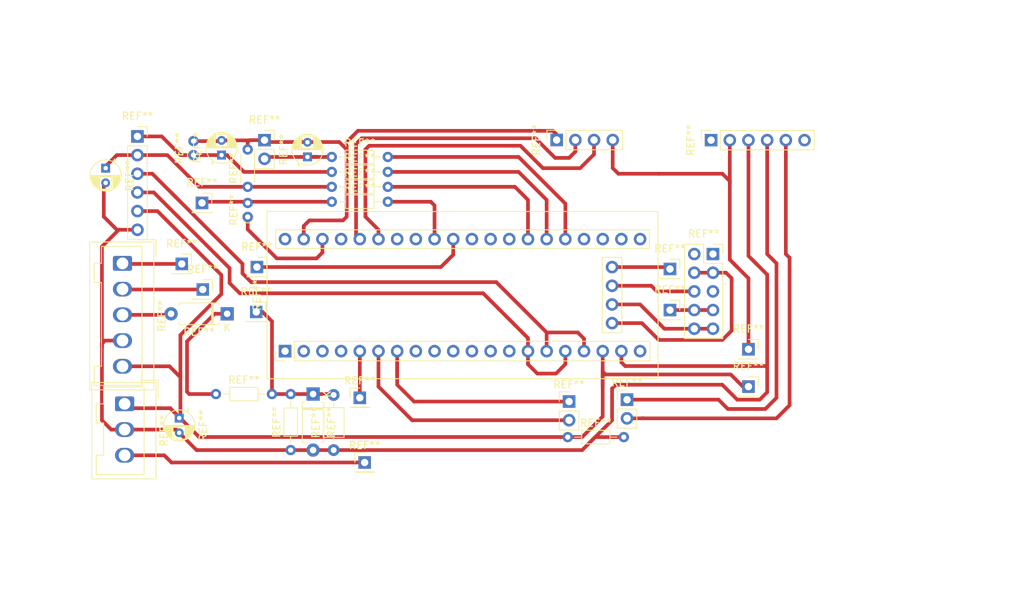
<source format=kicad_pcb>
(kicad_pcb (version 20171130) (host pcbnew 5.1.9-73d0e3b20d~88~ubuntu18.04.1)

  (general
    (thickness 1.6)
    (drawings 11)
    (tracks 266)
    (zones 0)
    (modules 38)
    (nets 1)
  )

  (page A4)
  (layers
    (0 F.Cu signal)
    (31 B.Cu signal)
    (32 B.Adhes user)
    (33 F.Adhes user)
    (34 B.Paste user)
    (35 F.Paste user)
    (36 B.SilkS user)
    (37 F.SilkS user)
    (38 B.Mask user)
    (39 F.Mask user)
    (40 Dwgs.User user)
    (41 Cmts.User user)
    (42 Eco1.User user)
    (43 Eco2.User user)
    (44 Edge.Cuts user)
    (45 Margin user)
    (46 B.CrtYd user)
    (47 F.CrtYd user)
    (48 B.Fab user)
    (49 F.Fab user)
  )

  (setup
    (last_trace_width 0.5)
    (user_trace_width 0.5)
    (trace_clearance 0.2)
    (zone_clearance 0.508)
    (zone_45_only no)
    (trace_min 0.2)
    (via_size 0.8)
    (via_drill 0.4)
    (via_min_size 0.4)
    (via_min_drill 0.3)
    (uvia_size 0.3)
    (uvia_drill 0.1)
    (uvias_allowed no)
    (uvia_min_size 0.2)
    (uvia_min_drill 0.1)
    (edge_width 0.05)
    (segment_width 0.2)
    (pcb_text_width 0.3)
    (pcb_text_size 1.5 1.5)
    (mod_edge_width 0.12)
    (mod_text_size 1 1)
    (mod_text_width 0.15)
    (pad_size 1.524 1.524)
    (pad_drill 0.762)
    (pad_to_mask_clearance 0)
    (aux_axis_origin 0 0)
    (visible_elements 7FFFFFFF)
    (pcbplotparams
      (layerselection 0x010fc_ffffffff)
      (usegerberextensions false)
      (usegerberattributes true)
      (usegerberadvancedattributes true)
      (creategerberjobfile true)
      (excludeedgelayer true)
      (linewidth 0.100000)
      (plotframeref false)
      (viasonmask false)
      (mode 1)
      (useauxorigin false)
      (hpglpennumber 1)
      (hpglpenspeed 20)
      (hpglpendiameter 15.000000)
      (psnegative false)
      (psa4output false)
      (plotreference true)
      (plotvalue true)
      (plotinvisibletext false)
      (padsonsilk false)
      (subtractmaskfromsilk false)
      (outputformat 1)
      (mirror false)
      (drillshape 1)
      (scaleselection 1)
      (outputdirectory ""))
  )

  (net 0 "")

  (net_class Default "This is the default net class."
    (clearance 0.2)
    (trace_width 0.25)
    (via_dia 0.8)
    (via_drill 0.4)
    (uvia_dia 0.3)
    (uvia_drill 0.1)
  )

  (module Resistor_THT:R_Axial_DIN0204_L3.6mm_D1.6mm_P7.62mm_Horizontal (layer F.Cu) (tedit 5AE5139B) (tstamp 6058F3C5)
    (at 153.99766 126.7587)
    (descr "Resistor, Axial_DIN0204 series, Axial, Horizontal, pin pitch=7.62mm, 0.167W, length*diameter=3.6*1.6mm^2, http://cdn-reichelt.de/documents/datenblatt/B400/1_4W%23YAG.pdf")
    (tags "Resistor Axial_DIN0204 series Axial Horizontal pin pitch 7.62mm 0.167W length 3.6mm diameter 1.6mm")
    (fp_text reference REF** (at 3.81 -1.92) (layer F.SilkS)
      (effects (font (size 1 1) (thickness 0.15)))
    )
    (fp_text value R_Axial_DIN0204_L3.6mm_D1.6mm_P7.62mm_Horizontal (at 3.81 1.92) (layer F.Fab)
      (effects (font (size 1 1) (thickness 0.15)))
    )
    (fp_line (start 2.01 -0.8) (end 2.01 0.8) (layer F.Fab) (width 0.1))
    (fp_line (start 2.01 0.8) (end 5.61 0.8) (layer F.Fab) (width 0.1))
    (fp_line (start 5.61 0.8) (end 5.61 -0.8) (layer F.Fab) (width 0.1))
    (fp_line (start 5.61 -0.8) (end 2.01 -0.8) (layer F.Fab) (width 0.1))
    (fp_line (start 0 0) (end 2.01 0) (layer F.Fab) (width 0.1))
    (fp_line (start 7.62 0) (end 5.61 0) (layer F.Fab) (width 0.1))
    (fp_line (start 1.89 -0.92) (end 1.89 0.92) (layer F.SilkS) (width 0.12))
    (fp_line (start 1.89 0.92) (end 5.73 0.92) (layer F.SilkS) (width 0.12))
    (fp_line (start 5.73 0.92) (end 5.73 -0.92) (layer F.SilkS) (width 0.12))
    (fp_line (start 5.73 -0.92) (end 1.89 -0.92) (layer F.SilkS) (width 0.12))
    (fp_line (start 0.94 0) (end 1.89 0) (layer F.SilkS) (width 0.12))
    (fp_line (start 6.68 0) (end 5.73 0) (layer F.SilkS) (width 0.12))
    (fp_line (start -0.95 -1.05) (end -0.95 1.05) (layer F.CrtYd) (width 0.05))
    (fp_line (start -0.95 1.05) (end 8.57 1.05) (layer F.CrtYd) (width 0.05))
    (fp_line (start 8.57 1.05) (end 8.57 -1.05) (layer F.CrtYd) (width 0.05))
    (fp_line (start 8.57 -1.05) (end -0.95 -1.05) (layer F.CrtYd) (width 0.05))
    (fp_text user %R (at 3.81 0) (layer F.Fab)
      (effects (font (size 0.72 0.72) (thickness 0.108)))
    )
    (pad 2 thru_hole oval (at 7.62 0) (size 1.4 1.4) (drill 0.7) (layers *.Cu *.Mask))
    (pad 1 thru_hole circle (at 0 0) (size 1.4 1.4) (drill 0.7) (layers *.Cu *.Mask))
    (model ${KISYS3DMOD}/Resistor_THT.3dshapes/R_Axial_DIN0204_L3.6mm_D1.6mm_P7.62mm_Horizontal.wrl
      (at (xyz 0 0 0))
      (scale (xyz 1 1 1))
      (rotate (xyz 0 0 0))
    )
  )

  (module Capacitor_THT:CP_Radial_D4.0mm_P2.00mm (layer F.Cu) (tedit 5AE50EF0) (tstamp 6058EECF)
    (at 101.186 124.17 270)
    (descr "CP, Radial series, Radial, pin pitch=2.00mm, , diameter=4mm, Electrolytic Capacitor")
    (tags "CP Radial series Radial pin pitch 2.00mm  diameter 4mm Electrolytic Capacitor")
    (fp_text reference REF** (at 1 -3.25 90) (layer F.SilkS)
      (effects (font (size 1 1) (thickness 0.15)))
    )
    (fp_text value CP_Radial_D4.0mm_P2.00mm (at 1 3.25 90) (layer F.Fab)
      (effects (font (size 1 1) (thickness 0.15)))
    )
    (fp_circle (center 1 0) (end 3 0) (layer F.Fab) (width 0.1))
    (fp_circle (center 1 0) (end 3.12 0) (layer F.SilkS) (width 0.12))
    (fp_circle (center 1 0) (end 3.25 0) (layer F.CrtYd) (width 0.05))
    (fp_line (start -0.702554 -0.8675) (end -0.302554 -0.8675) (layer F.Fab) (width 0.1))
    (fp_line (start -0.502554 -1.0675) (end -0.502554 -0.6675) (layer F.Fab) (width 0.1))
    (fp_line (start 1 -2.08) (end 1 2.08) (layer F.SilkS) (width 0.12))
    (fp_line (start 1.04 -2.08) (end 1.04 2.08) (layer F.SilkS) (width 0.12))
    (fp_line (start 1.08 -2.079) (end 1.08 2.079) (layer F.SilkS) (width 0.12))
    (fp_line (start 1.12 -2.077) (end 1.12 2.077) (layer F.SilkS) (width 0.12))
    (fp_line (start 1.16 -2.074) (end 1.16 2.074) (layer F.SilkS) (width 0.12))
    (fp_line (start 1.2 -2.071) (end 1.2 -0.84) (layer F.SilkS) (width 0.12))
    (fp_line (start 1.2 0.84) (end 1.2 2.071) (layer F.SilkS) (width 0.12))
    (fp_line (start 1.24 -2.067) (end 1.24 -0.84) (layer F.SilkS) (width 0.12))
    (fp_line (start 1.24 0.84) (end 1.24 2.067) (layer F.SilkS) (width 0.12))
    (fp_line (start 1.28 -2.062) (end 1.28 -0.84) (layer F.SilkS) (width 0.12))
    (fp_line (start 1.28 0.84) (end 1.28 2.062) (layer F.SilkS) (width 0.12))
    (fp_line (start 1.32 -2.056) (end 1.32 -0.84) (layer F.SilkS) (width 0.12))
    (fp_line (start 1.32 0.84) (end 1.32 2.056) (layer F.SilkS) (width 0.12))
    (fp_line (start 1.36 -2.05) (end 1.36 -0.84) (layer F.SilkS) (width 0.12))
    (fp_line (start 1.36 0.84) (end 1.36 2.05) (layer F.SilkS) (width 0.12))
    (fp_line (start 1.4 -2.042) (end 1.4 -0.84) (layer F.SilkS) (width 0.12))
    (fp_line (start 1.4 0.84) (end 1.4 2.042) (layer F.SilkS) (width 0.12))
    (fp_line (start 1.44 -2.034) (end 1.44 -0.84) (layer F.SilkS) (width 0.12))
    (fp_line (start 1.44 0.84) (end 1.44 2.034) (layer F.SilkS) (width 0.12))
    (fp_line (start 1.48 -2.025) (end 1.48 -0.84) (layer F.SilkS) (width 0.12))
    (fp_line (start 1.48 0.84) (end 1.48 2.025) (layer F.SilkS) (width 0.12))
    (fp_line (start 1.52 -2.016) (end 1.52 -0.84) (layer F.SilkS) (width 0.12))
    (fp_line (start 1.52 0.84) (end 1.52 2.016) (layer F.SilkS) (width 0.12))
    (fp_line (start 1.56 -2.005) (end 1.56 -0.84) (layer F.SilkS) (width 0.12))
    (fp_line (start 1.56 0.84) (end 1.56 2.005) (layer F.SilkS) (width 0.12))
    (fp_line (start 1.6 -1.994) (end 1.6 -0.84) (layer F.SilkS) (width 0.12))
    (fp_line (start 1.6 0.84) (end 1.6 1.994) (layer F.SilkS) (width 0.12))
    (fp_line (start 1.64 -1.982) (end 1.64 -0.84) (layer F.SilkS) (width 0.12))
    (fp_line (start 1.64 0.84) (end 1.64 1.982) (layer F.SilkS) (width 0.12))
    (fp_line (start 1.68 -1.968) (end 1.68 -0.84) (layer F.SilkS) (width 0.12))
    (fp_line (start 1.68 0.84) (end 1.68 1.968) (layer F.SilkS) (width 0.12))
    (fp_line (start 1.721 -1.954) (end 1.721 -0.84) (layer F.SilkS) (width 0.12))
    (fp_line (start 1.721 0.84) (end 1.721 1.954) (layer F.SilkS) (width 0.12))
    (fp_line (start 1.761 -1.94) (end 1.761 -0.84) (layer F.SilkS) (width 0.12))
    (fp_line (start 1.761 0.84) (end 1.761 1.94) (layer F.SilkS) (width 0.12))
    (fp_line (start 1.801 -1.924) (end 1.801 -0.84) (layer F.SilkS) (width 0.12))
    (fp_line (start 1.801 0.84) (end 1.801 1.924) (layer F.SilkS) (width 0.12))
    (fp_line (start 1.841 -1.907) (end 1.841 -0.84) (layer F.SilkS) (width 0.12))
    (fp_line (start 1.841 0.84) (end 1.841 1.907) (layer F.SilkS) (width 0.12))
    (fp_line (start 1.881 -1.889) (end 1.881 -0.84) (layer F.SilkS) (width 0.12))
    (fp_line (start 1.881 0.84) (end 1.881 1.889) (layer F.SilkS) (width 0.12))
    (fp_line (start 1.921 -1.87) (end 1.921 -0.84) (layer F.SilkS) (width 0.12))
    (fp_line (start 1.921 0.84) (end 1.921 1.87) (layer F.SilkS) (width 0.12))
    (fp_line (start 1.961 -1.851) (end 1.961 -0.84) (layer F.SilkS) (width 0.12))
    (fp_line (start 1.961 0.84) (end 1.961 1.851) (layer F.SilkS) (width 0.12))
    (fp_line (start 2.001 -1.83) (end 2.001 -0.84) (layer F.SilkS) (width 0.12))
    (fp_line (start 2.001 0.84) (end 2.001 1.83) (layer F.SilkS) (width 0.12))
    (fp_line (start 2.041 -1.808) (end 2.041 -0.84) (layer F.SilkS) (width 0.12))
    (fp_line (start 2.041 0.84) (end 2.041 1.808) (layer F.SilkS) (width 0.12))
    (fp_line (start 2.081 -1.785) (end 2.081 -0.84) (layer F.SilkS) (width 0.12))
    (fp_line (start 2.081 0.84) (end 2.081 1.785) (layer F.SilkS) (width 0.12))
    (fp_line (start 2.121 -1.76) (end 2.121 -0.84) (layer F.SilkS) (width 0.12))
    (fp_line (start 2.121 0.84) (end 2.121 1.76) (layer F.SilkS) (width 0.12))
    (fp_line (start 2.161 -1.735) (end 2.161 -0.84) (layer F.SilkS) (width 0.12))
    (fp_line (start 2.161 0.84) (end 2.161 1.735) (layer F.SilkS) (width 0.12))
    (fp_line (start 2.201 -1.708) (end 2.201 -0.84) (layer F.SilkS) (width 0.12))
    (fp_line (start 2.201 0.84) (end 2.201 1.708) (layer F.SilkS) (width 0.12))
    (fp_line (start 2.241 -1.68) (end 2.241 -0.84) (layer F.SilkS) (width 0.12))
    (fp_line (start 2.241 0.84) (end 2.241 1.68) (layer F.SilkS) (width 0.12))
    (fp_line (start 2.281 -1.65) (end 2.281 -0.84) (layer F.SilkS) (width 0.12))
    (fp_line (start 2.281 0.84) (end 2.281 1.65) (layer F.SilkS) (width 0.12))
    (fp_line (start 2.321 -1.619) (end 2.321 -0.84) (layer F.SilkS) (width 0.12))
    (fp_line (start 2.321 0.84) (end 2.321 1.619) (layer F.SilkS) (width 0.12))
    (fp_line (start 2.361 -1.587) (end 2.361 -0.84) (layer F.SilkS) (width 0.12))
    (fp_line (start 2.361 0.84) (end 2.361 1.587) (layer F.SilkS) (width 0.12))
    (fp_line (start 2.401 -1.552) (end 2.401 -0.84) (layer F.SilkS) (width 0.12))
    (fp_line (start 2.401 0.84) (end 2.401 1.552) (layer F.SilkS) (width 0.12))
    (fp_line (start 2.441 -1.516) (end 2.441 -0.84) (layer F.SilkS) (width 0.12))
    (fp_line (start 2.441 0.84) (end 2.441 1.516) (layer F.SilkS) (width 0.12))
    (fp_line (start 2.481 -1.478) (end 2.481 -0.84) (layer F.SilkS) (width 0.12))
    (fp_line (start 2.481 0.84) (end 2.481 1.478) (layer F.SilkS) (width 0.12))
    (fp_line (start 2.521 -1.438) (end 2.521 -0.84) (layer F.SilkS) (width 0.12))
    (fp_line (start 2.521 0.84) (end 2.521 1.438) (layer F.SilkS) (width 0.12))
    (fp_line (start 2.561 -1.396) (end 2.561 -0.84) (layer F.SilkS) (width 0.12))
    (fp_line (start 2.561 0.84) (end 2.561 1.396) (layer F.SilkS) (width 0.12))
    (fp_line (start 2.601 -1.351) (end 2.601 -0.84) (layer F.SilkS) (width 0.12))
    (fp_line (start 2.601 0.84) (end 2.601 1.351) (layer F.SilkS) (width 0.12))
    (fp_line (start 2.641 -1.304) (end 2.641 -0.84) (layer F.SilkS) (width 0.12))
    (fp_line (start 2.641 0.84) (end 2.641 1.304) (layer F.SilkS) (width 0.12))
    (fp_line (start 2.681 -1.254) (end 2.681 -0.84) (layer F.SilkS) (width 0.12))
    (fp_line (start 2.681 0.84) (end 2.681 1.254) (layer F.SilkS) (width 0.12))
    (fp_line (start 2.721 -1.2) (end 2.721 -0.84) (layer F.SilkS) (width 0.12))
    (fp_line (start 2.721 0.84) (end 2.721 1.2) (layer F.SilkS) (width 0.12))
    (fp_line (start 2.761 -1.142) (end 2.761 -0.84) (layer F.SilkS) (width 0.12))
    (fp_line (start 2.761 0.84) (end 2.761 1.142) (layer F.SilkS) (width 0.12))
    (fp_line (start 2.801 -1.08) (end 2.801 -0.84) (layer F.SilkS) (width 0.12))
    (fp_line (start 2.801 0.84) (end 2.801 1.08) (layer F.SilkS) (width 0.12))
    (fp_line (start 2.841 -1.013) (end 2.841 1.013) (layer F.SilkS) (width 0.12))
    (fp_line (start 2.881 -0.94) (end 2.881 0.94) (layer F.SilkS) (width 0.12))
    (fp_line (start 2.921 -0.859) (end 2.921 0.859) (layer F.SilkS) (width 0.12))
    (fp_line (start 2.961 -0.768) (end 2.961 0.768) (layer F.SilkS) (width 0.12))
    (fp_line (start 3.001 -0.664) (end 3.001 0.664) (layer F.SilkS) (width 0.12))
    (fp_line (start 3.041 -0.537) (end 3.041 0.537) (layer F.SilkS) (width 0.12))
    (fp_line (start 3.081 -0.37) (end 3.081 0.37) (layer F.SilkS) (width 0.12))
    (fp_line (start -1.269801 -1.195) (end -0.869801 -1.195) (layer F.SilkS) (width 0.12))
    (fp_line (start -1.069801 -1.395) (end -1.069801 -0.995) (layer F.SilkS) (width 0.12))
    (fp_text user %R (at 1 0 90) (layer F.Fab)
      (effects (font (size 0.8 0.8) (thickness 0.12)))
    )
    (pad 2 thru_hole circle (at 2 0 270) (size 1.2 1.2) (drill 0.6) (layers *.Cu *.Mask))
    (pad 1 thru_hole rect (at 0 0 270) (size 1.2 1.2) (drill 0.6) (layers *.Cu *.Mask))
    (model ${KISYS3DMOD}/Capacitor_THT.3dshapes/CP_Radial_D4.0mm_P2.00mm.wrl
      (at (xyz 0 0 0))
      (scale (xyz 1 1 1))
      (rotate (xyz 0 0 0))
    )
  )

  (module YAAJ_BluePill_SWD_2 (layer F.Cu) (tedit 5F81AE22) (tstamp 60502290)
    (at 115.57 115.062 90)
    (descr "Through hole headers for BluePill module. No SWD breakout. Fancy silkscreen.")
    (tags "module BlluePill Blue Pill header SWD breakout")
    (fp_text reference REF** (at 7.62 -3.81 90) (layer F.SilkS)
      (effects (font (size 1 1) (thickness 0.15)))
    )
    (fp_text value BluePill (at 20.32 24.13) (layer F.Fab) hide
      (effects (font (size 1 1) (thickness 0.15)))
    )
    (fp_line (start 2.54 45.72) (end 2.54 43.18) (layer F.Fab) (width 0.1))
    (fp_line (start 12.7 45.72) (end 2.54 45.72) (layer F.Fab) (width 0.1))
    (fp_line (start 12.7 43.18) (end 12.7 45.72) (layer F.Fab) (width 0.1))
    (fp_line (start 2.54 43.18) (end 12.7 43.18) (layer F.Fab) (width 0.1))
    (fp_line (start 13.97 49.53) (end 13.97 -1.27) (layer F.Fab) (width 0.1))
    (fp_line (start 16.51 49.53) (end 13.97 49.53) (layer F.Fab) (width 0.1))
    (fp_line (start 16.51 -1.27) (end 16.51 49.53) (layer F.Fab) (width 0.1))
    (fp_line (start 13.97 -1.27) (end 16.51 -1.27) (layer F.Fab) (width 0.1))
    (fp_line (start -1.27 49.53) (end -1.27 -0.635) (layer F.Fab) (width 0.1))
    (fp_line (start 1.27 49.53) (end -1.27 49.53) (layer F.Fab) (width 0.1))
    (fp_line (start 1.27 -1.27) (end 1.27 49.53) (layer F.Fab) (width 0.1))
    (fp_line (start -0.635 -1.27) (end 1.27 -1.27) (layer F.Fab) (width 0.1))
    (fp_line (start -1.27 -0.635) (end -0.635 -1.27) (layer F.Fab) (width 0.1))
    (fp_line (start 11.52 3.48) (end 11.52 -2.32) (layer F.Fab) (width 0.1))
    (fp_line (start 3.72 3.48) (end 3.72 -2.32) (layer F.Fab) (width 0.1))
    (fp_line (start 3.72 3.48) (end 11.52 3.48) (layer F.Fab) (width 0.1))
    (fp_line (start -3.755 -2.445) (end 18.995 -2.445) (layer F.SilkS) (width 0.12))
    (fp_line (start 18.995 -2.445) (end 18.995 50.705) (layer F.SilkS) (width 0.12))
    (fp_line (start 18.995 50.705) (end -3.755 50.705) (layer F.SilkS) (width 0.12))
    (fp_line (start -3.755 50.705) (end -3.755 -2.445) (layer F.SilkS) (width 0.12))
    (fp_line (start 2.48 43.12) (end 2.48 45.78) (layer F.SilkS) (width 0.12))
    (fp_line (start 2.48 45.78) (end 12.76 45.78) (layer F.SilkS) (width 0.12))
    (fp_line (start 12.76 45.78) (end 12.76 43.12) (layer F.SilkS) (width 0.12))
    (fp_line (start 12.76 43.12) (end 2.48 43.12) (layer F.SilkS) (width 0.12))
    (fp_line (start 18.92 -2.37) (end 18.92 50.63) (layer F.Fab) (width 0.12))
    (fp_line (start -3.68 50.63) (end 18.92 50.63) (layer F.Fab) (width 0.12))
    (fp_line (start -3.68 50.63) (end -3.68 -2.32) (layer F.Fab) (width 0.12))
    (fp_line (start -3.68 -2.37) (end 18.92 -2.37) (layer F.Fab) (width 0.12))
    (fp_line (start -3.93 -2.62) (end 19.17 -2.62) (layer F.CrtYd) (width 0.05))
    (fp_line (start 19.17 -2.62) (end 19.17 50.88) (layer F.CrtYd) (width 0.05))
    (fp_line (start 19.17 50.88) (end -3.93 50.88) (layer F.CrtYd) (width 0.05))
    (fp_line (start -3.93 50.88) (end -3.93 -2.62) (layer F.CrtYd) (width 0.05))
    (fp_line (start -1.8 -1.8) (end -1.8 50.06) (layer F.CrtYd) (width 0.05))
    (fp_line (start -1.8 50.06) (end 1.8 50.06) (layer F.CrtYd) (width 0.05))
    (fp_line (start 1.8 -1.8) (end -1.8 -1.8) (layer F.CrtYd) (width 0.05))
    (fp_line (start 13.44 -1.8) (end 17.04 -1.8) (layer F.CrtYd) (width 0.05))
    (fp_line (start 17.04 -1.8) (end 17.04 50.06) (layer F.CrtYd) (width 0.05))
    (fp_line (start 17.04 50.06) (end 13.44 50.06) (layer F.CrtYd) (width 0.05))
    (fp_line (start 1.8 43.18) (end 13.44 43.18) (layer F.CrtYd) (width 0.05))
    (fp_line (start 13.44 45.72) (end 1.8 45.72) (layer F.CrtYd) (width 0.05))
    (fp_line (start 1.8 -1.8) (end 1.8 43.18) (layer F.CrtYd) (width 0.05))
    (fp_line (start 1.8 45.72) (end 1.8 50.06) (layer F.CrtYd) (width 0.05))
    (fp_line (start 13.44 -1.8) (end 13.44 43.18) (layer F.CrtYd) (width 0.05))
    (fp_line (start 13.44 45.72) (end 13.44 50.06) (layer F.CrtYd) (width 0.05))
    (fp_line (start -1.33 1.27) (end 1.33 1.27) (layer F.SilkS) (width 0.12))
    (fp_line (start 1.33 1.27) (end 1.33 49.59) (layer F.SilkS) (width 0.12))
    (fp_line (start 1.33 49.59) (end -1.33 49.59) (layer F.SilkS) (width 0.12))
    (fp_line (start -1.33 49.59) (end -1.33 1.27) (layer F.SilkS) (width 0.12))
    (fp_line (start 13.97 -1.27) (end 16.51 -1.27) (layer F.SilkS) (width 0.12))
    (fp_line (start 16.51 -1.27) (end 16.51 49.53) (layer F.SilkS) (width 0.12))
    (fp_line (start 16.51 49.53) (end 13.97 49.53) (layer F.SilkS) (width 0.12))
    (fp_line (start 13.97 49.53) (end 13.97 -1.27) (layer F.SilkS) (width 0.12))
    (fp_line (start -1.33 0) (end -1.33 -1.33) (layer F.SilkS) (width 0.12))
    (fp_line (start -1.33 -1.33) (end 0 -1.33) (layer F.SilkS) (width 0.12))
    (fp_text user REF** (at 7.62 24.13) (layer F.Fab)
      (effects (font (size 1 1) (thickness 0.15)))
    )
    (fp_text user Y@@J (at 2.921 -1.016 180 unlocked) (layer Dwgs.User)
      (effects (font (size 0.5 0.5) (thickness 0.1)))
    )
    (pad 44 thru_hole circle (at 3.81 44.45 90) (size 1.7 1.7) (drill 1) (layers *.Cu *.Mask))
    (pad 43 thru_hole circle (at 6.35 44.45 90) (size 1.7 1.7) (drill 1) (layers *.Cu *.Mask))
    (pad 42 thru_hole circle (at 8.89 44.45 90) (size 1.7 1.7) (drill 1) (layers *.Cu *.Mask))
    (pad 41 thru_hole circle (at 11.43 44.45 90) (size 1.7 1.7) (drill 1) (layers *.Cu *.Mask))
    (pad 40 thru_hole circle (at 15.24 0 90) (size 1.7 1.7) (drill 1) (layers *.Cu *.Mask))
    (pad 1 thru_hole rect (at 0 0 90) (size 1.7 1.7) (drill 1) (layers *.Cu *.Mask))
    (pad 39 thru_hole circle (at 15.24 2.54 90) (size 1.7 1.7) (drill 1) (layers *.Cu *.Mask))
    (pad 2 thru_hole circle (at 0 2.54 90) (size 1.7 1.7) (drill 1) (layers *.Cu *.Mask))
    (pad 38 thru_hole circle (at 15.24 5.08 90) (size 1.7 1.7) (drill 1) (layers *.Cu *.Mask))
    (pad 3 thru_hole circle (at 0 5.08 90) (size 1.7 1.7) (drill 1) (layers *.Cu *.Mask))
    (pad 37 thru_hole circle (at 15.24 7.62 90) (size 1.7 1.7) (drill 1) (layers *.Cu *.Mask))
    (pad 4 thru_hole circle (at 0 7.62 90) (size 1.7 1.7) (drill 1) (layers *.Cu *.Mask))
    (pad 36 thru_hole circle (at 15.24 10.16 90) (size 1.7 1.7) (drill 1) (layers *.Cu *.Mask))
    (pad 5 thru_hole circle (at 0 10.16 90) (size 1.7 1.7) (drill 1) (layers *.Cu *.Mask))
    (pad 35 thru_hole circle (at 15.24 12.7 90) (size 1.7 1.7) (drill 1) (layers *.Cu *.Mask))
    (pad 6 thru_hole circle (at 0 12.7 90) (size 1.7 1.7) (drill 1) (layers *.Cu *.Mask))
    (pad 34 thru_hole circle (at 15.24 15.24 90) (size 1.7 1.7) (drill 1) (layers *.Cu *.Mask))
    (pad 7 thru_hole circle (at 0 15.24 90) (size 1.7 1.7) (drill 1) (layers *.Cu *.Mask))
    (pad 33 thru_hole circle (at 15.24 17.78 90) (size 1.7 1.7) (drill 1) (layers *.Cu *.Mask))
    (pad 8 thru_hole circle (at 0 17.78 90) (size 1.7 1.7) (drill 1) (layers *.Cu *.Mask))
    (pad 32 thru_hole circle (at 15.24 20.32 90) (size 1.7 1.7) (drill 1) (layers *.Cu *.Mask))
    (pad 9 thru_hole circle (at 0 20.32 90) (size 1.7 1.7) (drill 1) (layers *.Cu *.Mask))
    (pad 31 thru_hole circle (at 15.24 22.86 90) (size 1.7 1.7) (drill 1) (layers *.Cu *.Mask))
    (pad 10 thru_hole circle (at 0 22.86 90) (size 1.7 1.7) (drill 1) (layers *.Cu *.Mask))
    (pad 30 thru_hole circle (at 15.24 25.4 90) (size 1.7 1.7) (drill 1) (layers *.Cu *.Mask))
    (pad 11 thru_hole circle (at 0 25.4 90) (size 1.7 1.7) (drill 1) (layers *.Cu *.Mask))
    (pad 29 thru_hole circle (at 15.24 27.94 90) (size 1.7 1.7) (drill 1) (layers *.Cu *.Mask))
    (pad 12 thru_hole circle (at 0 27.94 90) (size 1.7 1.7) (drill 1) (layers *.Cu *.Mask))
    (pad 28 thru_hole circle (at 15.24 30.48 90) (size 1.7 1.7) (drill 1) (layers *.Cu *.Mask))
    (pad 13 thru_hole circle (at 0 30.48 90) (size 1.7 1.7) (drill 1) (layers *.Cu *.Mask))
    (pad 27 thru_hole circle (at 15.24 33.02 90) (size 1.7 1.7) (drill 1) (layers *.Cu *.Mask))
    (pad 14 thru_hole circle (at 0 33.02 90) (size 1.7 1.7) (drill 1) (layers *.Cu *.Mask))
    (pad 26 thru_hole circle (at 15.24 35.56 90) (size 1.7 1.7) (drill 1) (layers *.Cu *.Mask))
    (pad 15 thru_hole circle (at 0 35.56 90) (size 1.7 1.7) (drill 1) (layers *.Cu *.Mask))
    (pad 25 thru_hole circle (at 15.24 38.1 90) (size 1.7 1.7) (drill 1) (layers *.Cu *.Mask))
    (pad 16 thru_hole circle (at 0 38.1 90) (size 1.7 1.7) (drill 1) (layers *.Cu *.Mask))
    (pad 24 thru_hole circle (at 15.24 40.64 90) (size 1.7 1.7) (drill 1) (layers *.Cu *.Mask))
    (pad 17 thru_hole circle (at 0 40.64 90) (size 1.7 1.7) (drill 1) (layers *.Cu *.Mask))
    (pad 23 thru_hole circle (at 15.24 43.18 90) (size 1.7 1.7) (drill 1) (layers *.Cu *.Mask))
    (pad 18 thru_hole circle (at 0 43.18 90) (size 1.7 1.7) (drill 1) (layers *.Cu *.Mask))
    (pad 22 thru_hole circle (at 15.24 45.72 90) (size 1.7 1.7) (drill 1) (layers *.Cu *.Mask))
    (pad 19 thru_hole circle (at 0 45.72 90) (size 1.7 1.7) (drill 1) (layers *.Cu *.Mask))
    (pad 21 thru_hole circle (at 15.24 48.26 90) (size 1.7 1.7) (drill 1) (layers *.Cu *.Mask))
    (pad 20 thru_hole circle (at 0 48.26 90) (size 1.7 1.7) (drill 1) (layers *.Cu *.Mask))
    (model D:/Users/admin/Documents/KiCad/Libraries/packages3d/Modules/STM32_Blue_Pill/YAAJ_BluePill_PinHeaders_B_SWD_cp.wrl
      (at (xyz 0 0 0))
      (scale (xyz 1 1 1))
      (rotate (xyz 0 0 0))
    )
    (model D:/Users/admin/Documents/KiCad/Libraries/packages3d/Modules/STM32_Blue_Pill/YAAJ_BluePill_PinSockets_B_SWD_cp.wrl
      (at (xyz 0 0 0))
      (scale (xyz 1 1 1))
      (rotate (xyz 0 0 0))
    )
  )

  (module Resistor_THT:R_Axial_DIN0204_L3.6mm_D1.6mm_P1.90mm_Vertical (layer F.Cu) (tedit 5AE5139B) (tstamp 6058E5E8)
    (at 110.49254 96.80194 90)
    (descr "Resistor, Axial_DIN0204 series, Axial, Vertical, pin pitch=1.9mm, 0.167W, length*diameter=3.6*1.6mm^2, http://cdn-reichelt.de/documents/datenblatt/B400/1_4W%23YAG.pdf")
    (tags "Resistor Axial_DIN0204 series Axial Vertical pin pitch 1.9mm 0.167W length 3.6mm diameter 1.6mm")
    (fp_text reference REF** (at 0.95 -1.92 90) (layer F.SilkS)
      (effects (font (size 1 1) (thickness 0.15)))
    )
    (fp_text value R_Axial_DIN0204_L3.6mm_D1.6mm_P1.90mm_Vertical (at 0.95 1.92 90) (layer F.Fab)
      (effects (font (size 1 1) (thickness 0.15)))
    )
    (fp_circle (center 0 0) (end 0.8 0) (layer F.Fab) (width 0.1))
    (fp_line (start 0 0) (end 1.9 0) (layer F.Fab) (width 0.1))
    (fp_line (start -1.05 -1.05) (end -1.05 1.05) (layer F.CrtYd) (width 0.05))
    (fp_line (start -1.05 1.05) (end 2.86 1.05) (layer F.CrtYd) (width 0.05))
    (fp_line (start 2.86 1.05) (end 2.86 -1.05) (layer F.CrtYd) (width 0.05))
    (fp_line (start 2.86 -1.05) (end -1.05 -1.05) (layer F.CrtYd) (width 0.05))
    (fp_text user %R (at 0.95 -1.92 90) (layer F.Fab)
      (effects (font (size 1 1) (thickness 0.15)))
    )
    (fp_arc (start 0 0) (end 0.417133 -0.7) (angle -233.92106) (layer F.SilkS) (width 0.12))
    (pad 2 thru_hole oval (at 1.9 0 90) (size 1.4 1.4) (drill 0.7) (layers *.Cu *.Mask))
    (pad 1 thru_hole circle (at 0 0 90) (size 1.4 1.4) (drill 0.7) (layers *.Cu *.Mask))
    (model ${KISYS3DMOD}/Resistor_THT.3dshapes/R_Axial_DIN0204_L3.6mm_D1.6mm_P1.90mm_Vertical.wrl
      (at (xyz 0 0 0))
      (scale (xyz 1 1 1))
      (rotate (xyz 0 0 0))
    )
  )

  (module Connector_PinSocket_2.54mm:PinSocket_1x01_P2.54mm_Vertical (layer F.Cu) (tedit 5A19A434) (tstamp 6050EFA2)
    (at 111.65332 109.73308)
    (descr "Through hole straight socket strip, 1x01, 2.54mm pitch, single row (from Kicad 4.0.7), script generated")
    (tags "Through hole socket strip THT 1x01 2.54mm single row")
    (fp_text reference REF** (at 0 -2.77) (layer F.SilkS)
      (effects (font (size 1 1) (thickness 0.15)))
    )
    (fp_text value PinSocket_1x01_P2.54mm_Vertical (at 0 2.77) (layer F.Fab)
      (effects (font (size 1 1) (thickness 0.15)))
    )
    (fp_line (start -1.27 -1.27) (end 0.635 -1.27) (layer F.Fab) (width 0.1))
    (fp_line (start 0.635 -1.27) (end 1.27 -0.635) (layer F.Fab) (width 0.1))
    (fp_line (start 1.27 -0.635) (end 1.27 1.27) (layer F.Fab) (width 0.1))
    (fp_line (start 1.27 1.27) (end -1.27 1.27) (layer F.Fab) (width 0.1))
    (fp_line (start -1.27 1.27) (end -1.27 -1.27) (layer F.Fab) (width 0.1))
    (fp_line (start -1.33 1.33) (end 1.33 1.33) (layer F.SilkS) (width 0.12))
    (fp_line (start -1.33 1.21) (end -1.33 1.33) (layer F.SilkS) (width 0.12))
    (fp_line (start 1.33 1.21) (end 1.33 1.33) (layer F.SilkS) (width 0.12))
    (fp_line (start 1.33 -1.33) (end 1.33 0) (layer F.SilkS) (width 0.12))
    (fp_line (start 0 -1.33) (end 1.33 -1.33) (layer F.SilkS) (width 0.12))
    (fp_line (start -1.8 -1.8) (end 1.75 -1.8) (layer F.CrtYd) (width 0.05))
    (fp_line (start 1.75 -1.8) (end 1.75 1.75) (layer F.CrtYd) (width 0.05))
    (fp_line (start 1.75 1.75) (end -1.8 1.75) (layer F.CrtYd) (width 0.05))
    (fp_line (start -1.8 1.75) (end -1.8 -1.8) (layer F.CrtYd) (width 0.05))
    (fp_text user %R (at 0 0) (layer F.Fab)
      (effects (font (size 1 1) (thickness 0.15)))
    )
    (pad 1 thru_hole rect (at 0 0) (size 1.7 1.7) (drill 1) (layers *.Cu *.Mask))
    (model ${KISYS3DMOD}/Connector_PinSocket_2.54mm.3dshapes/PinSocket_1x01_P2.54mm_Vertical.wrl
      (at (xyz 0 0 0))
      (scale (xyz 1 1 1))
      (rotate (xyz 0 0 0))
    )
  )

  (module Connector_PinSocket_2.54mm:PinSocket_1x01_P2.54mm_Vertical (layer F.Cu) (tedit 5A19A434) (tstamp 6050EFA2)
    (at 111.74476 103.62184)
    (descr "Through hole straight socket strip, 1x01, 2.54mm pitch, single row (from Kicad 4.0.7), script generated")
    (tags "Through hole socket strip THT 1x01 2.54mm single row")
    (fp_text reference REF** (at 0 -2.77) (layer F.SilkS)
      (effects (font (size 1 1) (thickness 0.15)))
    )
    (fp_text value PinSocket_1x01_P2.54mm_Vertical (at 0 2.77) (layer F.Fab)
      (effects (font (size 1 1) (thickness 0.15)))
    )
    (fp_line (start -1.27 -1.27) (end 0.635 -1.27) (layer F.Fab) (width 0.1))
    (fp_line (start 0.635 -1.27) (end 1.27 -0.635) (layer F.Fab) (width 0.1))
    (fp_line (start 1.27 -0.635) (end 1.27 1.27) (layer F.Fab) (width 0.1))
    (fp_line (start 1.27 1.27) (end -1.27 1.27) (layer F.Fab) (width 0.1))
    (fp_line (start -1.27 1.27) (end -1.27 -1.27) (layer F.Fab) (width 0.1))
    (fp_line (start -1.33 1.33) (end 1.33 1.33) (layer F.SilkS) (width 0.12))
    (fp_line (start -1.33 1.21) (end -1.33 1.33) (layer F.SilkS) (width 0.12))
    (fp_line (start 1.33 1.21) (end 1.33 1.33) (layer F.SilkS) (width 0.12))
    (fp_line (start 1.33 -1.33) (end 1.33 0) (layer F.SilkS) (width 0.12))
    (fp_line (start 0 -1.33) (end 1.33 -1.33) (layer F.SilkS) (width 0.12))
    (fp_line (start -1.8 -1.8) (end 1.75 -1.8) (layer F.CrtYd) (width 0.05))
    (fp_line (start 1.75 -1.8) (end 1.75 1.75) (layer F.CrtYd) (width 0.05))
    (fp_line (start 1.75 1.75) (end -1.8 1.75) (layer F.CrtYd) (width 0.05))
    (fp_line (start -1.8 1.75) (end -1.8 -1.8) (layer F.CrtYd) (width 0.05))
    (fp_text user %R (at 0 0) (layer F.Fab)
      (effects (font (size 1 1) (thickness 0.15)))
    )
    (pad 1 thru_hole rect (at 0 0) (size 1.7 1.7) (drill 1) (layers *.Cu *.Mask))
    (model ${KISYS3DMOD}/Connector_PinSocket_2.54mm.3dshapes/PinSocket_1x01_P2.54mm_Vertical.wrl
      (at (xyz 0 0 0))
      (scale (xyz 1 1 1))
      (rotate (xyz 0 0 0))
    )
  )

  (module Connector_PinSocket_2.54mm:PinSocket_1x01_P2.54mm_Vertical (layer F.Cu) (tedit 5A19A434) (tstamp 6050D3A3)
    (at 101.52888 103.19766)
    (descr "Through hole straight socket strip, 1x01, 2.54mm pitch, single row (from Kicad 4.0.7), script generated")
    (tags "Through hole socket strip THT 1x01 2.54mm single row")
    (fp_text reference REF** (at 0 -2.77) (layer F.SilkS)
      (effects (font (size 1 1) (thickness 0.15)))
    )
    (fp_text value PinSocket_1x01_P2.54mm_Vertical (at 0 2.77) (layer F.Fab)
      (effects (font (size 1 1) (thickness 0.15)))
    )
    (fp_line (start -1.27 -1.27) (end 0.635 -1.27) (layer F.Fab) (width 0.1))
    (fp_line (start 0.635 -1.27) (end 1.27 -0.635) (layer F.Fab) (width 0.1))
    (fp_line (start 1.27 -0.635) (end 1.27 1.27) (layer F.Fab) (width 0.1))
    (fp_line (start 1.27 1.27) (end -1.27 1.27) (layer F.Fab) (width 0.1))
    (fp_line (start -1.27 1.27) (end -1.27 -1.27) (layer F.Fab) (width 0.1))
    (fp_line (start -1.33 1.33) (end 1.33 1.33) (layer F.SilkS) (width 0.12))
    (fp_line (start -1.33 1.21) (end -1.33 1.33) (layer F.SilkS) (width 0.12))
    (fp_line (start 1.33 1.21) (end 1.33 1.33) (layer F.SilkS) (width 0.12))
    (fp_line (start 1.33 -1.33) (end 1.33 0) (layer F.SilkS) (width 0.12))
    (fp_line (start 0 -1.33) (end 1.33 -1.33) (layer F.SilkS) (width 0.12))
    (fp_line (start -1.8 -1.8) (end 1.75 -1.8) (layer F.CrtYd) (width 0.05))
    (fp_line (start 1.75 -1.8) (end 1.75 1.75) (layer F.CrtYd) (width 0.05))
    (fp_line (start 1.75 1.75) (end -1.8 1.75) (layer F.CrtYd) (width 0.05))
    (fp_line (start -1.8 1.75) (end -1.8 -1.8) (layer F.CrtYd) (width 0.05))
    (fp_text user %R (at 0 0) (layer F.Fab)
      (effects (font (size 1 1) (thickness 0.15)))
    )
    (pad 1 thru_hole rect (at 0 0) (size 1.7 1.7) (drill 1) (layers *.Cu *.Mask))
    (model ${KISYS3DMOD}/Connector_PinSocket_2.54mm.3dshapes/PinSocket_1x01_P2.54mm_Vertical.wrl
      (at (xyz 0 0 0))
      (scale (xyz 1 1 1))
      (rotate (xyz 0 0 0))
    )
  )

  (module Resistor_THT:R_Axial_DIN0204_L3.6mm_D1.6mm_P5.08mm_Horizontal (layer F.Cu) (tedit 5AE5139B) (tstamp 605061FF)
    (at 110.49 92.71 90)
    (descr "Resistor, Axial_DIN0204 series, Axial, Horizontal, pin pitch=5.08mm, 0.167W, length*diameter=3.6*1.6mm^2, http://cdn-reichelt.de/documents/datenblatt/B400/1_4W%23YAG.pdf")
    (tags "Resistor Axial_DIN0204 series Axial Horizontal pin pitch 5.08mm 0.167W length 3.6mm diameter 1.6mm")
    (fp_text reference REF** (at 2.54 -1.92 90) (layer F.SilkS)
      (effects (font (size 1 1) (thickness 0.15)))
    )
    (fp_text value R_Axial_DIN0204_L3.6mm_D1.6mm_P5.08mm_Horizontal (at 2.54 1.92 90) (layer F.Fab)
      (effects (font (size 1 1) (thickness 0.15)))
    )
    (fp_line (start 0.74 -0.8) (end 0.74 0.8) (layer F.Fab) (width 0.1))
    (fp_line (start 0.74 0.8) (end 4.34 0.8) (layer F.Fab) (width 0.1))
    (fp_line (start 4.34 0.8) (end 4.34 -0.8) (layer F.Fab) (width 0.1))
    (fp_line (start 4.34 -0.8) (end 0.74 -0.8) (layer F.Fab) (width 0.1))
    (fp_line (start 0 0) (end 0.74 0) (layer F.Fab) (width 0.1))
    (fp_line (start 5.08 0) (end 4.34 0) (layer F.Fab) (width 0.1))
    (fp_line (start 0.62 -0.92) (end 4.46 -0.92) (layer F.SilkS) (width 0.12))
    (fp_line (start 0.62 0.92) (end 4.46 0.92) (layer F.SilkS) (width 0.12))
    (fp_line (start -0.95 -1.05) (end -0.95 1.05) (layer F.CrtYd) (width 0.05))
    (fp_line (start -0.95 1.05) (end 6.03 1.05) (layer F.CrtYd) (width 0.05))
    (fp_line (start 6.03 1.05) (end 6.03 -1.05) (layer F.CrtYd) (width 0.05))
    (fp_line (start 6.03 -1.05) (end -0.95 -1.05) (layer F.CrtYd) (width 0.05))
    (fp_text user %R (at 2.54 0 90) (layer F.Fab)
      (effects (font (size 0.72 0.72) (thickness 0.108)))
    )
    (pad 1 thru_hole circle (at 0 0 90) (size 1.4 1.4) (drill 0.7) (layers *.Cu *.Mask))
    (pad 2 thru_hole oval (at 5.08 0 90) (size 1.4 1.4) (drill 0.7) (layers *.Cu *.Mask))
    (model ${KISYS3DMOD}/Resistor_THT.3dshapes/R_Axial_DIN0204_L3.6mm_D1.6mm_P5.08mm_Horizontal.wrl
      (at (xyz 0 0 0))
      (scale (xyz 1 1 1))
      (rotate (xyz 0 0 0))
    )
  )

  (module Resistor_THT:R_Axial_DIN0204_L3.6mm_D1.6mm_P1.90mm_Vertical (layer F.Cu) (tedit 5AE5139B) (tstamp 60505F10)
    (at 103.124 88.392 90)
    (descr "Resistor, Axial_DIN0204 series, Axial, Vertical, pin pitch=1.9mm, 0.167W, length*diameter=3.6*1.6mm^2, http://cdn-reichelt.de/documents/datenblatt/B400/1_4W%23YAG.pdf")
    (tags "Resistor Axial_DIN0204 series Axial Vertical pin pitch 1.9mm 0.167W length 3.6mm diameter 1.6mm")
    (fp_text reference REF** (at 0.95 -1.92 90) (layer F.SilkS)
      (effects (font (size 1 1) (thickness 0.15)))
    )
    (fp_text value R_Axial_DIN0204_L3.6mm_D1.6mm_P1.90mm_Vertical (at 0.95 1.92 90) (layer F.Fab)
      (effects (font (size 1 1) (thickness 0.15)))
    )
    (fp_circle (center 0 0) (end 0.8 0) (layer F.Fab) (width 0.1))
    (fp_line (start 0 0) (end 1.9 0) (layer F.Fab) (width 0.1))
    (fp_line (start -1.05 -1.05) (end -1.05 1.05) (layer F.CrtYd) (width 0.05))
    (fp_line (start -1.05 1.05) (end 2.86 1.05) (layer F.CrtYd) (width 0.05))
    (fp_line (start 2.86 1.05) (end 2.86 -1.05) (layer F.CrtYd) (width 0.05))
    (fp_line (start 2.86 -1.05) (end -1.05 -1.05) (layer F.CrtYd) (width 0.05))
    (fp_arc (start 0 0) (end 0.417133 -0.7) (angle -233.92106) (layer F.SilkS) (width 0.12))
    (fp_text user %R (at 0.95 -1.92 90) (layer F.Fab)
      (effects (font (size 1 1) (thickness 0.15)))
    )
    (pad 1 thru_hole circle (at 0 0 90) (size 1.4 1.4) (drill 0.7) (layers *.Cu *.Mask))
    (pad 2 thru_hole oval (at 1.9 0 90) (size 1.4 1.4) (drill 0.7) (layers *.Cu *.Mask))
    (model ${KISYS3DMOD}/Resistor_THT.3dshapes/R_Axial_DIN0204_L3.6mm_D1.6mm_P1.90mm_Vertical.wrl
      (at (xyz 0 0 0))
      (scale (xyz 1 1 1))
      (rotate (xyz 0 0 0))
    )
  )

  (module Capacitor_THT:CP_Radial_D4.0mm_P2.00mm (layer F.Cu) (tedit 5AE50EF0) (tstamp 60505905)
    (at 91.186 90.17 270)
    (descr "CP, Radial series, Radial, pin pitch=2.00mm, , diameter=4mm, Electrolytic Capacitor")
    (tags "CP Radial series Radial pin pitch 2.00mm  diameter 4mm Electrolytic Capacitor")
    (fp_text reference REF** (at 1 -3.25 90) (layer F.SilkS)
      (effects (font (size 1 1) (thickness 0.15)))
    )
    (fp_text value CP_Radial_D4.0mm_P2.00mm (at 1 3.25 90) (layer F.Fab)
      (effects (font (size 1 1) (thickness 0.15)))
    )
    (fp_circle (center 1 0) (end 3 0) (layer F.Fab) (width 0.1))
    (fp_circle (center 1 0) (end 3.12 0) (layer F.SilkS) (width 0.12))
    (fp_circle (center 1 0) (end 3.25 0) (layer F.CrtYd) (width 0.05))
    (fp_line (start -0.702554 -0.8675) (end -0.302554 -0.8675) (layer F.Fab) (width 0.1))
    (fp_line (start -0.502554 -1.0675) (end -0.502554 -0.6675) (layer F.Fab) (width 0.1))
    (fp_line (start 1 -2.08) (end 1 2.08) (layer F.SilkS) (width 0.12))
    (fp_line (start 1.04 -2.08) (end 1.04 2.08) (layer F.SilkS) (width 0.12))
    (fp_line (start 1.08 -2.079) (end 1.08 2.079) (layer F.SilkS) (width 0.12))
    (fp_line (start 1.12 -2.077) (end 1.12 2.077) (layer F.SilkS) (width 0.12))
    (fp_line (start 1.16 -2.074) (end 1.16 2.074) (layer F.SilkS) (width 0.12))
    (fp_line (start 1.2 -2.071) (end 1.2 -0.84) (layer F.SilkS) (width 0.12))
    (fp_line (start 1.2 0.84) (end 1.2 2.071) (layer F.SilkS) (width 0.12))
    (fp_line (start 1.24 -2.067) (end 1.24 -0.84) (layer F.SilkS) (width 0.12))
    (fp_line (start 1.24 0.84) (end 1.24 2.067) (layer F.SilkS) (width 0.12))
    (fp_line (start 1.28 -2.062) (end 1.28 -0.84) (layer F.SilkS) (width 0.12))
    (fp_line (start 1.28 0.84) (end 1.28 2.062) (layer F.SilkS) (width 0.12))
    (fp_line (start 1.32 -2.056) (end 1.32 -0.84) (layer F.SilkS) (width 0.12))
    (fp_line (start 1.32 0.84) (end 1.32 2.056) (layer F.SilkS) (width 0.12))
    (fp_line (start 1.36 -2.05) (end 1.36 -0.84) (layer F.SilkS) (width 0.12))
    (fp_line (start 1.36 0.84) (end 1.36 2.05) (layer F.SilkS) (width 0.12))
    (fp_line (start 1.4 -2.042) (end 1.4 -0.84) (layer F.SilkS) (width 0.12))
    (fp_line (start 1.4 0.84) (end 1.4 2.042) (layer F.SilkS) (width 0.12))
    (fp_line (start 1.44 -2.034) (end 1.44 -0.84) (layer F.SilkS) (width 0.12))
    (fp_line (start 1.44 0.84) (end 1.44 2.034) (layer F.SilkS) (width 0.12))
    (fp_line (start 1.48 -2.025) (end 1.48 -0.84) (layer F.SilkS) (width 0.12))
    (fp_line (start 1.48 0.84) (end 1.48 2.025) (layer F.SilkS) (width 0.12))
    (fp_line (start 1.52 -2.016) (end 1.52 -0.84) (layer F.SilkS) (width 0.12))
    (fp_line (start 1.52 0.84) (end 1.52 2.016) (layer F.SilkS) (width 0.12))
    (fp_line (start 1.56 -2.005) (end 1.56 -0.84) (layer F.SilkS) (width 0.12))
    (fp_line (start 1.56 0.84) (end 1.56 2.005) (layer F.SilkS) (width 0.12))
    (fp_line (start 1.6 -1.994) (end 1.6 -0.84) (layer F.SilkS) (width 0.12))
    (fp_line (start 1.6 0.84) (end 1.6 1.994) (layer F.SilkS) (width 0.12))
    (fp_line (start 1.64 -1.982) (end 1.64 -0.84) (layer F.SilkS) (width 0.12))
    (fp_line (start 1.64 0.84) (end 1.64 1.982) (layer F.SilkS) (width 0.12))
    (fp_line (start 1.68 -1.968) (end 1.68 -0.84) (layer F.SilkS) (width 0.12))
    (fp_line (start 1.68 0.84) (end 1.68 1.968) (layer F.SilkS) (width 0.12))
    (fp_line (start 1.721 -1.954) (end 1.721 -0.84) (layer F.SilkS) (width 0.12))
    (fp_line (start 1.721 0.84) (end 1.721 1.954) (layer F.SilkS) (width 0.12))
    (fp_line (start 1.761 -1.94) (end 1.761 -0.84) (layer F.SilkS) (width 0.12))
    (fp_line (start 1.761 0.84) (end 1.761 1.94) (layer F.SilkS) (width 0.12))
    (fp_line (start 1.801 -1.924) (end 1.801 -0.84) (layer F.SilkS) (width 0.12))
    (fp_line (start 1.801 0.84) (end 1.801 1.924) (layer F.SilkS) (width 0.12))
    (fp_line (start 1.841 -1.907) (end 1.841 -0.84) (layer F.SilkS) (width 0.12))
    (fp_line (start 1.841 0.84) (end 1.841 1.907) (layer F.SilkS) (width 0.12))
    (fp_line (start 1.881 -1.889) (end 1.881 -0.84) (layer F.SilkS) (width 0.12))
    (fp_line (start 1.881 0.84) (end 1.881 1.889) (layer F.SilkS) (width 0.12))
    (fp_line (start 1.921 -1.87) (end 1.921 -0.84) (layer F.SilkS) (width 0.12))
    (fp_line (start 1.921 0.84) (end 1.921 1.87) (layer F.SilkS) (width 0.12))
    (fp_line (start 1.961 -1.851) (end 1.961 -0.84) (layer F.SilkS) (width 0.12))
    (fp_line (start 1.961 0.84) (end 1.961 1.851) (layer F.SilkS) (width 0.12))
    (fp_line (start 2.001 -1.83) (end 2.001 -0.84) (layer F.SilkS) (width 0.12))
    (fp_line (start 2.001 0.84) (end 2.001 1.83) (layer F.SilkS) (width 0.12))
    (fp_line (start 2.041 -1.808) (end 2.041 -0.84) (layer F.SilkS) (width 0.12))
    (fp_line (start 2.041 0.84) (end 2.041 1.808) (layer F.SilkS) (width 0.12))
    (fp_line (start 2.081 -1.785) (end 2.081 -0.84) (layer F.SilkS) (width 0.12))
    (fp_line (start 2.081 0.84) (end 2.081 1.785) (layer F.SilkS) (width 0.12))
    (fp_line (start 2.121 -1.76) (end 2.121 -0.84) (layer F.SilkS) (width 0.12))
    (fp_line (start 2.121 0.84) (end 2.121 1.76) (layer F.SilkS) (width 0.12))
    (fp_line (start 2.161 -1.735) (end 2.161 -0.84) (layer F.SilkS) (width 0.12))
    (fp_line (start 2.161 0.84) (end 2.161 1.735) (layer F.SilkS) (width 0.12))
    (fp_line (start 2.201 -1.708) (end 2.201 -0.84) (layer F.SilkS) (width 0.12))
    (fp_line (start 2.201 0.84) (end 2.201 1.708) (layer F.SilkS) (width 0.12))
    (fp_line (start 2.241 -1.68) (end 2.241 -0.84) (layer F.SilkS) (width 0.12))
    (fp_line (start 2.241 0.84) (end 2.241 1.68) (layer F.SilkS) (width 0.12))
    (fp_line (start 2.281 -1.65) (end 2.281 -0.84) (layer F.SilkS) (width 0.12))
    (fp_line (start 2.281 0.84) (end 2.281 1.65) (layer F.SilkS) (width 0.12))
    (fp_line (start 2.321 -1.619) (end 2.321 -0.84) (layer F.SilkS) (width 0.12))
    (fp_line (start 2.321 0.84) (end 2.321 1.619) (layer F.SilkS) (width 0.12))
    (fp_line (start 2.361 -1.587) (end 2.361 -0.84) (layer F.SilkS) (width 0.12))
    (fp_line (start 2.361 0.84) (end 2.361 1.587) (layer F.SilkS) (width 0.12))
    (fp_line (start 2.401 -1.552) (end 2.401 -0.84) (layer F.SilkS) (width 0.12))
    (fp_line (start 2.401 0.84) (end 2.401 1.552) (layer F.SilkS) (width 0.12))
    (fp_line (start 2.441 -1.516) (end 2.441 -0.84) (layer F.SilkS) (width 0.12))
    (fp_line (start 2.441 0.84) (end 2.441 1.516) (layer F.SilkS) (width 0.12))
    (fp_line (start 2.481 -1.478) (end 2.481 -0.84) (layer F.SilkS) (width 0.12))
    (fp_line (start 2.481 0.84) (end 2.481 1.478) (layer F.SilkS) (width 0.12))
    (fp_line (start 2.521 -1.438) (end 2.521 -0.84) (layer F.SilkS) (width 0.12))
    (fp_line (start 2.521 0.84) (end 2.521 1.438) (layer F.SilkS) (width 0.12))
    (fp_line (start 2.561 -1.396) (end 2.561 -0.84) (layer F.SilkS) (width 0.12))
    (fp_line (start 2.561 0.84) (end 2.561 1.396) (layer F.SilkS) (width 0.12))
    (fp_line (start 2.601 -1.351) (end 2.601 -0.84) (layer F.SilkS) (width 0.12))
    (fp_line (start 2.601 0.84) (end 2.601 1.351) (layer F.SilkS) (width 0.12))
    (fp_line (start 2.641 -1.304) (end 2.641 -0.84) (layer F.SilkS) (width 0.12))
    (fp_line (start 2.641 0.84) (end 2.641 1.304) (layer F.SilkS) (width 0.12))
    (fp_line (start 2.681 -1.254) (end 2.681 -0.84) (layer F.SilkS) (width 0.12))
    (fp_line (start 2.681 0.84) (end 2.681 1.254) (layer F.SilkS) (width 0.12))
    (fp_line (start 2.721 -1.2) (end 2.721 -0.84) (layer F.SilkS) (width 0.12))
    (fp_line (start 2.721 0.84) (end 2.721 1.2) (layer F.SilkS) (width 0.12))
    (fp_line (start 2.761 -1.142) (end 2.761 -0.84) (layer F.SilkS) (width 0.12))
    (fp_line (start 2.761 0.84) (end 2.761 1.142) (layer F.SilkS) (width 0.12))
    (fp_line (start 2.801 -1.08) (end 2.801 -0.84) (layer F.SilkS) (width 0.12))
    (fp_line (start 2.801 0.84) (end 2.801 1.08) (layer F.SilkS) (width 0.12))
    (fp_line (start 2.841 -1.013) (end 2.841 1.013) (layer F.SilkS) (width 0.12))
    (fp_line (start 2.881 -0.94) (end 2.881 0.94) (layer F.SilkS) (width 0.12))
    (fp_line (start 2.921 -0.859) (end 2.921 0.859) (layer F.SilkS) (width 0.12))
    (fp_line (start 2.961 -0.768) (end 2.961 0.768) (layer F.SilkS) (width 0.12))
    (fp_line (start 3.001 -0.664) (end 3.001 0.664) (layer F.SilkS) (width 0.12))
    (fp_line (start 3.041 -0.537) (end 3.041 0.537) (layer F.SilkS) (width 0.12))
    (fp_line (start 3.081 -0.37) (end 3.081 0.37) (layer F.SilkS) (width 0.12))
    (fp_line (start -1.269801 -1.195) (end -0.869801 -1.195) (layer F.SilkS) (width 0.12))
    (fp_line (start -1.069801 -1.395) (end -1.069801 -0.995) (layer F.SilkS) (width 0.12))
    (fp_text user %R (at 1 0 90) (layer F.Fab)
      (effects (font (size 0.8 0.8) (thickness 0.12)))
    )
    (pad 1 thru_hole rect (at 0 0 270) (size 1.2 1.2) (drill 0.6) (layers *.Cu *.Mask))
    (pad 2 thru_hole circle (at 2 0 270) (size 1.2 1.2) (drill 0.6) (layers *.Cu *.Mask))
    (model ${KISYS3DMOD}/Capacitor_THT.3dshapes/CP_Radial_D4.0mm_P2.00mm.wrl
      (at (xyz 0 0 0))
      (scale (xyz 1 1 1))
      (rotate (xyz 0 0 0))
    )
  )

  (module Capacitor_THT:CP_Radial_D4.0mm_P2.00mm (layer F.Cu) (tedit 5AE50EF0) (tstamp 60505457)
    (at 106.934 88.392 90)
    (descr "CP, Radial series, Radial, pin pitch=2.00mm, , diameter=4mm, Electrolytic Capacitor")
    (tags "CP Radial series Radial pin pitch 2.00mm  diameter 4mm Electrolytic Capacitor")
    (fp_text reference REF** (at 1 -3.25 90) (layer F.SilkS)
      (effects (font (size 1 1) (thickness 0.15)))
    )
    (fp_text value CP_Radial_D4.0mm_P2.00mm (at 1 3.25 90) (layer F.Fab)
      (effects (font (size 1 1) (thickness 0.15)))
    )
    (fp_circle (center 1 0) (end 3 0) (layer F.Fab) (width 0.1))
    (fp_circle (center 1 0) (end 3.12 0) (layer F.SilkS) (width 0.12))
    (fp_circle (center 1 0) (end 3.25 0) (layer F.CrtYd) (width 0.05))
    (fp_line (start -0.702554 -0.8675) (end -0.302554 -0.8675) (layer F.Fab) (width 0.1))
    (fp_line (start -0.502554 -1.0675) (end -0.502554 -0.6675) (layer F.Fab) (width 0.1))
    (fp_line (start 1 -2.08) (end 1 2.08) (layer F.SilkS) (width 0.12))
    (fp_line (start 1.04 -2.08) (end 1.04 2.08) (layer F.SilkS) (width 0.12))
    (fp_line (start 1.08 -2.079) (end 1.08 2.079) (layer F.SilkS) (width 0.12))
    (fp_line (start 1.12 -2.077) (end 1.12 2.077) (layer F.SilkS) (width 0.12))
    (fp_line (start 1.16 -2.074) (end 1.16 2.074) (layer F.SilkS) (width 0.12))
    (fp_line (start 1.2 -2.071) (end 1.2 -0.84) (layer F.SilkS) (width 0.12))
    (fp_line (start 1.2 0.84) (end 1.2 2.071) (layer F.SilkS) (width 0.12))
    (fp_line (start 1.24 -2.067) (end 1.24 -0.84) (layer F.SilkS) (width 0.12))
    (fp_line (start 1.24 0.84) (end 1.24 2.067) (layer F.SilkS) (width 0.12))
    (fp_line (start 1.28 -2.062) (end 1.28 -0.84) (layer F.SilkS) (width 0.12))
    (fp_line (start 1.28 0.84) (end 1.28 2.062) (layer F.SilkS) (width 0.12))
    (fp_line (start 1.32 -2.056) (end 1.32 -0.84) (layer F.SilkS) (width 0.12))
    (fp_line (start 1.32 0.84) (end 1.32 2.056) (layer F.SilkS) (width 0.12))
    (fp_line (start 1.36 -2.05) (end 1.36 -0.84) (layer F.SilkS) (width 0.12))
    (fp_line (start 1.36 0.84) (end 1.36 2.05) (layer F.SilkS) (width 0.12))
    (fp_line (start 1.4 -2.042) (end 1.4 -0.84) (layer F.SilkS) (width 0.12))
    (fp_line (start 1.4 0.84) (end 1.4 2.042) (layer F.SilkS) (width 0.12))
    (fp_line (start 1.44 -2.034) (end 1.44 -0.84) (layer F.SilkS) (width 0.12))
    (fp_line (start 1.44 0.84) (end 1.44 2.034) (layer F.SilkS) (width 0.12))
    (fp_line (start 1.48 -2.025) (end 1.48 -0.84) (layer F.SilkS) (width 0.12))
    (fp_line (start 1.48 0.84) (end 1.48 2.025) (layer F.SilkS) (width 0.12))
    (fp_line (start 1.52 -2.016) (end 1.52 -0.84) (layer F.SilkS) (width 0.12))
    (fp_line (start 1.52 0.84) (end 1.52 2.016) (layer F.SilkS) (width 0.12))
    (fp_line (start 1.56 -2.005) (end 1.56 -0.84) (layer F.SilkS) (width 0.12))
    (fp_line (start 1.56 0.84) (end 1.56 2.005) (layer F.SilkS) (width 0.12))
    (fp_line (start 1.6 -1.994) (end 1.6 -0.84) (layer F.SilkS) (width 0.12))
    (fp_line (start 1.6 0.84) (end 1.6 1.994) (layer F.SilkS) (width 0.12))
    (fp_line (start 1.64 -1.982) (end 1.64 -0.84) (layer F.SilkS) (width 0.12))
    (fp_line (start 1.64 0.84) (end 1.64 1.982) (layer F.SilkS) (width 0.12))
    (fp_line (start 1.68 -1.968) (end 1.68 -0.84) (layer F.SilkS) (width 0.12))
    (fp_line (start 1.68 0.84) (end 1.68 1.968) (layer F.SilkS) (width 0.12))
    (fp_line (start 1.721 -1.954) (end 1.721 -0.84) (layer F.SilkS) (width 0.12))
    (fp_line (start 1.721 0.84) (end 1.721 1.954) (layer F.SilkS) (width 0.12))
    (fp_line (start 1.761 -1.94) (end 1.761 -0.84) (layer F.SilkS) (width 0.12))
    (fp_line (start 1.761 0.84) (end 1.761 1.94) (layer F.SilkS) (width 0.12))
    (fp_line (start 1.801 -1.924) (end 1.801 -0.84) (layer F.SilkS) (width 0.12))
    (fp_line (start 1.801 0.84) (end 1.801 1.924) (layer F.SilkS) (width 0.12))
    (fp_line (start 1.841 -1.907) (end 1.841 -0.84) (layer F.SilkS) (width 0.12))
    (fp_line (start 1.841 0.84) (end 1.841 1.907) (layer F.SilkS) (width 0.12))
    (fp_line (start 1.881 -1.889) (end 1.881 -0.84) (layer F.SilkS) (width 0.12))
    (fp_line (start 1.881 0.84) (end 1.881 1.889) (layer F.SilkS) (width 0.12))
    (fp_line (start 1.921 -1.87) (end 1.921 -0.84) (layer F.SilkS) (width 0.12))
    (fp_line (start 1.921 0.84) (end 1.921 1.87) (layer F.SilkS) (width 0.12))
    (fp_line (start 1.961 -1.851) (end 1.961 -0.84) (layer F.SilkS) (width 0.12))
    (fp_line (start 1.961 0.84) (end 1.961 1.851) (layer F.SilkS) (width 0.12))
    (fp_line (start 2.001 -1.83) (end 2.001 -0.84) (layer F.SilkS) (width 0.12))
    (fp_line (start 2.001 0.84) (end 2.001 1.83) (layer F.SilkS) (width 0.12))
    (fp_line (start 2.041 -1.808) (end 2.041 -0.84) (layer F.SilkS) (width 0.12))
    (fp_line (start 2.041 0.84) (end 2.041 1.808) (layer F.SilkS) (width 0.12))
    (fp_line (start 2.081 -1.785) (end 2.081 -0.84) (layer F.SilkS) (width 0.12))
    (fp_line (start 2.081 0.84) (end 2.081 1.785) (layer F.SilkS) (width 0.12))
    (fp_line (start 2.121 -1.76) (end 2.121 -0.84) (layer F.SilkS) (width 0.12))
    (fp_line (start 2.121 0.84) (end 2.121 1.76) (layer F.SilkS) (width 0.12))
    (fp_line (start 2.161 -1.735) (end 2.161 -0.84) (layer F.SilkS) (width 0.12))
    (fp_line (start 2.161 0.84) (end 2.161 1.735) (layer F.SilkS) (width 0.12))
    (fp_line (start 2.201 -1.708) (end 2.201 -0.84) (layer F.SilkS) (width 0.12))
    (fp_line (start 2.201 0.84) (end 2.201 1.708) (layer F.SilkS) (width 0.12))
    (fp_line (start 2.241 -1.68) (end 2.241 -0.84) (layer F.SilkS) (width 0.12))
    (fp_line (start 2.241 0.84) (end 2.241 1.68) (layer F.SilkS) (width 0.12))
    (fp_line (start 2.281 -1.65) (end 2.281 -0.84) (layer F.SilkS) (width 0.12))
    (fp_line (start 2.281 0.84) (end 2.281 1.65) (layer F.SilkS) (width 0.12))
    (fp_line (start 2.321 -1.619) (end 2.321 -0.84) (layer F.SilkS) (width 0.12))
    (fp_line (start 2.321 0.84) (end 2.321 1.619) (layer F.SilkS) (width 0.12))
    (fp_line (start 2.361 -1.587) (end 2.361 -0.84) (layer F.SilkS) (width 0.12))
    (fp_line (start 2.361 0.84) (end 2.361 1.587) (layer F.SilkS) (width 0.12))
    (fp_line (start 2.401 -1.552) (end 2.401 -0.84) (layer F.SilkS) (width 0.12))
    (fp_line (start 2.401 0.84) (end 2.401 1.552) (layer F.SilkS) (width 0.12))
    (fp_line (start 2.441 -1.516) (end 2.441 -0.84) (layer F.SilkS) (width 0.12))
    (fp_line (start 2.441 0.84) (end 2.441 1.516) (layer F.SilkS) (width 0.12))
    (fp_line (start 2.481 -1.478) (end 2.481 -0.84) (layer F.SilkS) (width 0.12))
    (fp_line (start 2.481 0.84) (end 2.481 1.478) (layer F.SilkS) (width 0.12))
    (fp_line (start 2.521 -1.438) (end 2.521 -0.84) (layer F.SilkS) (width 0.12))
    (fp_line (start 2.521 0.84) (end 2.521 1.438) (layer F.SilkS) (width 0.12))
    (fp_line (start 2.561 -1.396) (end 2.561 -0.84) (layer F.SilkS) (width 0.12))
    (fp_line (start 2.561 0.84) (end 2.561 1.396) (layer F.SilkS) (width 0.12))
    (fp_line (start 2.601 -1.351) (end 2.601 -0.84) (layer F.SilkS) (width 0.12))
    (fp_line (start 2.601 0.84) (end 2.601 1.351) (layer F.SilkS) (width 0.12))
    (fp_line (start 2.641 -1.304) (end 2.641 -0.84) (layer F.SilkS) (width 0.12))
    (fp_line (start 2.641 0.84) (end 2.641 1.304) (layer F.SilkS) (width 0.12))
    (fp_line (start 2.681 -1.254) (end 2.681 -0.84) (layer F.SilkS) (width 0.12))
    (fp_line (start 2.681 0.84) (end 2.681 1.254) (layer F.SilkS) (width 0.12))
    (fp_line (start 2.721 -1.2) (end 2.721 -0.84) (layer F.SilkS) (width 0.12))
    (fp_line (start 2.721 0.84) (end 2.721 1.2) (layer F.SilkS) (width 0.12))
    (fp_line (start 2.761 -1.142) (end 2.761 -0.84) (layer F.SilkS) (width 0.12))
    (fp_line (start 2.761 0.84) (end 2.761 1.142) (layer F.SilkS) (width 0.12))
    (fp_line (start 2.801 -1.08) (end 2.801 -0.84) (layer F.SilkS) (width 0.12))
    (fp_line (start 2.801 0.84) (end 2.801 1.08) (layer F.SilkS) (width 0.12))
    (fp_line (start 2.841 -1.013) (end 2.841 1.013) (layer F.SilkS) (width 0.12))
    (fp_line (start 2.881 -0.94) (end 2.881 0.94) (layer F.SilkS) (width 0.12))
    (fp_line (start 2.921 -0.859) (end 2.921 0.859) (layer F.SilkS) (width 0.12))
    (fp_line (start 2.961 -0.768) (end 2.961 0.768) (layer F.SilkS) (width 0.12))
    (fp_line (start 3.001 -0.664) (end 3.001 0.664) (layer F.SilkS) (width 0.12))
    (fp_line (start 3.041 -0.537) (end 3.041 0.537) (layer F.SilkS) (width 0.12))
    (fp_line (start 3.081 -0.37) (end 3.081 0.37) (layer F.SilkS) (width 0.12))
    (fp_line (start -1.269801 -1.195) (end -0.869801 -1.195) (layer F.SilkS) (width 0.12))
    (fp_line (start -1.069801 -1.395) (end -1.069801 -0.995) (layer F.SilkS) (width 0.12))
    (fp_text user %R (at 1.27 0 90) (layer F.Fab)
      (effects (font (size 0.8 0.8) (thickness 0.12)))
    )
    (pad 1 thru_hole rect (at 0 0 90) (size 1.2 1.2) (drill 0.6) (layers *.Cu *.Mask))
    (pad 2 thru_hole circle (at 2 0 90) (size 1.2 1.2) (drill 0.6) (layers *.Cu *.Mask))
    (model ${KISYS3DMOD}/Capacitor_THT.3dshapes/CP_Radial_D4.0mm_P2.00mm.wrl
      (at (xyz 0 0 0))
      (scale (xyz 1 1 1))
      (rotate (xyz 0 0 0))
    )
  )

  (module Capacitor_THT:CP_Radial_D4.0mm_P2.00mm (layer F.Cu) (tedit 5AE50EF0) (tstamp 60504BF3)
    (at 118.618 88.646 90)
    (descr "CP, Radial series, Radial, pin pitch=2.00mm, , diameter=4mm, Electrolytic Capacitor")
    (tags "CP Radial series Radial pin pitch 2.00mm  diameter 4mm Electrolytic Capacitor")
    (fp_text reference REF** (at 1 -3.25 90) (layer F.SilkS)
      (effects (font (size 1 1) (thickness 0.15)))
    )
    (fp_text value CP_Radial_D4.0mm_P2.00mm (at 1 3.25 90) (layer F.Fab)
      (effects (font (size 1 1) (thickness 0.15)))
    )
    (fp_circle (center 1 0) (end 3 0) (layer F.Fab) (width 0.1))
    (fp_circle (center 1 0) (end 3.12 0) (layer F.SilkS) (width 0.12))
    (fp_circle (center 1 0) (end 3.25 0) (layer F.CrtYd) (width 0.05))
    (fp_line (start -0.702554 -0.8675) (end -0.302554 -0.8675) (layer F.Fab) (width 0.1))
    (fp_line (start -0.502554 -1.0675) (end -0.502554 -0.6675) (layer F.Fab) (width 0.1))
    (fp_line (start 1 -2.08) (end 1 2.08) (layer F.SilkS) (width 0.12))
    (fp_line (start 1.04 -2.08) (end 1.04 2.08) (layer F.SilkS) (width 0.12))
    (fp_line (start 1.08 -2.079) (end 1.08 2.079) (layer F.SilkS) (width 0.12))
    (fp_line (start 1.12 -2.077) (end 1.12 2.077) (layer F.SilkS) (width 0.12))
    (fp_line (start 1.16 -2.074) (end 1.16 2.074) (layer F.SilkS) (width 0.12))
    (fp_line (start 1.2 -2.071) (end 1.2 -0.84) (layer F.SilkS) (width 0.12))
    (fp_line (start 1.2 0.84) (end 1.2 2.071) (layer F.SilkS) (width 0.12))
    (fp_line (start 1.24 -2.067) (end 1.24 -0.84) (layer F.SilkS) (width 0.12))
    (fp_line (start 1.24 0.84) (end 1.24 2.067) (layer F.SilkS) (width 0.12))
    (fp_line (start 1.28 -2.062) (end 1.28 -0.84) (layer F.SilkS) (width 0.12))
    (fp_line (start 1.28 0.84) (end 1.28 2.062) (layer F.SilkS) (width 0.12))
    (fp_line (start 1.32 -2.056) (end 1.32 -0.84) (layer F.SilkS) (width 0.12))
    (fp_line (start 1.32 0.84) (end 1.32 2.056) (layer F.SilkS) (width 0.12))
    (fp_line (start 1.36 -2.05) (end 1.36 -0.84) (layer F.SilkS) (width 0.12))
    (fp_line (start 1.36 0.84) (end 1.36 2.05) (layer F.SilkS) (width 0.12))
    (fp_line (start 1.4 -2.042) (end 1.4 -0.84) (layer F.SilkS) (width 0.12))
    (fp_line (start 1.4 0.84) (end 1.4 2.042) (layer F.SilkS) (width 0.12))
    (fp_line (start 1.44 -2.034) (end 1.44 -0.84) (layer F.SilkS) (width 0.12))
    (fp_line (start 1.44 0.84) (end 1.44 2.034) (layer F.SilkS) (width 0.12))
    (fp_line (start 1.48 -2.025) (end 1.48 -0.84) (layer F.SilkS) (width 0.12))
    (fp_line (start 1.48 0.84) (end 1.48 2.025) (layer F.SilkS) (width 0.12))
    (fp_line (start 1.52 -2.016) (end 1.52 -0.84) (layer F.SilkS) (width 0.12))
    (fp_line (start 1.52 0.84) (end 1.52 2.016) (layer F.SilkS) (width 0.12))
    (fp_line (start 1.56 -2.005) (end 1.56 -0.84) (layer F.SilkS) (width 0.12))
    (fp_line (start 1.56 0.84) (end 1.56 2.005) (layer F.SilkS) (width 0.12))
    (fp_line (start 1.6 -1.994) (end 1.6 -0.84) (layer F.SilkS) (width 0.12))
    (fp_line (start 1.6 0.84) (end 1.6 1.994) (layer F.SilkS) (width 0.12))
    (fp_line (start 1.64 -1.982) (end 1.64 -0.84) (layer F.SilkS) (width 0.12))
    (fp_line (start 1.64 0.84) (end 1.64 1.982) (layer F.SilkS) (width 0.12))
    (fp_line (start 1.68 -1.968) (end 1.68 -0.84) (layer F.SilkS) (width 0.12))
    (fp_line (start 1.68 0.84) (end 1.68 1.968) (layer F.SilkS) (width 0.12))
    (fp_line (start 1.721 -1.954) (end 1.721 -0.84) (layer F.SilkS) (width 0.12))
    (fp_line (start 1.721 0.84) (end 1.721 1.954) (layer F.SilkS) (width 0.12))
    (fp_line (start 1.761 -1.94) (end 1.761 -0.84) (layer F.SilkS) (width 0.12))
    (fp_line (start 1.761 0.84) (end 1.761 1.94) (layer F.SilkS) (width 0.12))
    (fp_line (start 1.801 -1.924) (end 1.801 -0.84) (layer F.SilkS) (width 0.12))
    (fp_line (start 1.801 0.84) (end 1.801 1.924) (layer F.SilkS) (width 0.12))
    (fp_line (start 1.841 -1.907) (end 1.841 -0.84) (layer F.SilkS) (width 0.12))
    (fp_line (start 1.841 0.84) (end 1.841 1.907) (layer F.SilkS) (width 0.12))
    (fp_line (start 1.881 -1.889) (end 1.881 -0.84) (layer F.SilkS) (width 0.12))
    (fp_line (start 1.881 0.84) (end 1.881 1.889) (layer F.SilkS) (width 0.12))
    (fp_line (start 1.921 -1.87) (end 1.921 -0.84) (layer F.SilkS) (width 0.12))
    (fp_line (start 1.921 0.84) (end 1.921 1.87) (layer F.SilkS) (width 0.12))
    (fp_line (start 1.961 -1.851) (end 1.961 -0.84) (layer F.SilkS) (width 0.12))
    (fp_line (start 1.961 0.84) (end 1.961 1.851) (layer F.SilkS) (width 0.12))
    (fp_line (start 2.001 -1.83) (end 2.001 -0.84) (layer F.SilkS) (width 0.12))
    (fp_line (start 2.001 0.84) (end 2.001 1.83) (layer F.SilkS) (width 0.12))
    (fp_line (start 2.041 -1.808) (end 2.041 -0.84) (layer F.SilkS) (width 0.12))
    (fp_line (start 2.041 0.84) (end 2.041 1.808) (layer F.SilkS) (width 0.12))
    (fp_line (start 2.081 -1.785) (end 2.081 -0.84) (layer F.SilkS) (width 0.12))
    (fp_line (start 2.081 0.84) (end 2.081 1.785) (layer F.SilkS) (width 0.12))
    (fp_line (start 2.121 -1.76) (end 2.121 -0.84) (layer F.SilkS) (width 0.12))
    (fp_line (start 2.121 0.84) (end 2.121 1.76) (layer F.SilkS) (width 0.12))
    (fp_line (start 2.161 -1.735) (end 2.161 -0.84) (layer F.SilkS) (width 0.12))
    (fp_line (start 2.161 0.84) (end 2.161 1.735) (layer F.SilkS) (width 0.12))
    (fp_line (start 2.201 -1.708) (end 2.201 -0.84) (layer F.SilkS) (width 0.12))
    (fp_line (start 2.201 0.84) (end 2.201 1.708) (layer F.SilkS) (width 0.12))
    (fp_line (start 2.241 -1.68) (end 2.241 -0.84) (layer F.SilkS) (width 0.12))
    (fp_line (start 2.241 0.84) (end 2.241 1.68) (layer F.SilkS) (width 0.12))
    (fp_line (start 2.281 -1.65) (end 2.281 -0.84) (layer F.SilkS) (width 0.12))
    (fp_line (start 2.281 0.84) (end 2.281 1.65) (layer F.SilkS) (width 0.12))
    (fp_line (start 2.321 -1.619) (end 2.321 -0.84) (layer F.SilkS) (width 0.12))
    (fp_line (start 2.321 0.84) (end 2.321 1.619) (layer F.SilkS) (width 0.12))
    (fp_line (start 2.361 -1.587) (end 2.361 -0.84) (layer F.SilkS) (width 0.12))
    (fp_line (start 2.361 0.84) (end 2.361 1.587) (layer F.SilkS) (width 0.12))
    (fp_line (start 2.401 -1.552) (end 2.401 -0.84) (layer F.SilkS) (width 0.12))
    (fp_line (start 2.401 0.84) (end 2.401 1.552) (layer F.SilkS) (width 0.12))
    (fp_line (start 2.441 -1.516) (end 2.441 -0.84) (layer F.SilkS) (width 0.12))
    (fp_line (start 2.441 0.84) (end 2.441 1.516) (layer F.SilkS) (width 0.12))
    (fp_line (start 2.481 -1.478) (end 2.481 -0.84) (layer F.SilkS) (width 0.12))
    (fp_line (start 2.481 0.84) (end 2.481 1.478) (layer F.SilkS) (width 0.12))
    (fp_line (start 2.521 -1.438) (end 2.521 -0.84) (layer F.SilkS) (width 0.12))
    (fp_line (start 2.521 0.84) (end 2.521 1.438) (layer F.SilkS) (width 0.12))
    (fp_line (start 2.561 -1.396) (end 2.561 -0.84) (layer F.SilkS) (width 0.12))
    (fp_line (start 2.561 0.84) (end 2.561 1.396) (layer F.SilkS) (width 0.12))
    (fp_line (start 2.601 -1.351) (end 2.601 -0.84) (layer F.SilkS) (width 0.12))
    (fp_line (start 2.601 0.84) (end 2.601 1.351) (layer F.SilkS) (width 0.12))
    (fp_line (start 2.641 -1.304) (end 2.641 -0.84) (layer F.SilkS) (width 0.12))
    (fp_line (start 2.641 0.84) (end 2.641 1.304) (layer F.SilkS) (width 0.12))
    (fp_line (start 2.681 -1.254) (end 2.681 -0.84) (layer F.SilkS) (width 0.12))
    (fp_line (start 2.681 0.84) (end 2.681 1.254) (layer F.SilkS) (width 0.12))
    (fp_line (start 2.721 -1.2) (end 2.721 -0.84) (layer F.SilkS) (width 0.12))
    (fp_line (start 2.721 0.84) (end 2.721 1.2) (layer F.SilkS) (width 0.12))
    (fp_line (start 2.761 -1.142) (end 2.761 -0.84) (layer F.SilkS) (width 0.12))
    (fp_line (start 2.761 0.84) (end 2.761 1.142) (layer F.SilkS) (width 0.12))
    (fp_line (start 2.801 -1.08) (end 2.801 -0.84) (layer F.SilkS) (width 0.12))
    (fp_line (start 2.801 0.84) (end 2.801 1.08) (layer F.SilkS) (width 0.12))
    (fp_line (start 2.841 -1.013) (end 2.841 1.013) (layer F.SilkS) (width 0.12))
    (fp_line (start 2.881 -0.94) (end 2.881 0.94) (layer F.SilkS) (width 0.12))
    (fp_line (start 2.921 -0.859) (end 2.921 0.859) (layer F.SilkS) (width 0.12))
    (fp_line (start 2.961 -0.768) (end 2.961 0.768) (layer F.SilkS) (width 0.12))
    (fp_line (start 3.001 -0.664) (end 3.001 0.664) (layer F.SilkS) (width 0.12))
    (fp_line (start 3.041 -0.537) (end 3.041 0.537) (layer F.SilkS) (width 0.12))
    (fp_line (start 3.081 -0.37) (end 3.081 0.37) (layer F.SilkS) (width 0.12))
    (fp_line (start -1.269801 -1.195) (end -0.869801 -1.195) (layer F.SilkS) (width 0.12))
    (fp_line (start -1.069801 -1.395) (end -1.069801 -0.995) (layer F.SilkS) (width 0.12))
    (fp_text user %R (at 1 0 90) (layer F.Fab)
      (effects (font (size 0.8 0.8) (thickness 0.12)))
    )
    (pad 1 thru_hole rect (at 0 0 90) (size 1.2 1.2) (drill 0.6) (layers *.Cu *.Mask))
    (pad 2 thru_hole circle (at 2 0 90) (size 1.2 1.2) (drill 0.6) (layers *.Cu *.Mask))
    (model ${KISYS3DMOD}/Capacitor_THT.3dshapes/CP_Radial_D4.0mm_P2.00mm.wrl
      (at (xyz 0 0 0))
      (scale (xyz 1 1 1))
      (rotate (xyz 0 0 0))
    )
  )

  (module Connector_PinSocket_2.54mm:PinSocket_1x02_P2.54mm_Vertical (layer F.Cu) (tedit 5A19A420) (tstamp 60503E5A)
    (at 112.776 86.36)
    (descr "Through hole straight socket strip, 1x02, 2.54mm pitch, single row (from Kicad 4.0.7), script generated")
    (tags "Through hole socket strip THT 1x02 2.54mm single row")
    (fp_text reference REF** (at 0 -2.77) (layer F.SilkS)
      (effects (font (size 1 1) (thickness 0.15)))
    )
    (fp_text value button (at 0 5.31) (layer F.Fab)
      (effects (font (size 1 1) (thickness 0.15)))
    )
    (fp_line (start -1.27 -1.27) (end 0.635 -1.27) (layer F.Fab) (width 0.1))
    (fp_line (start 0.635 -1.27) (end 1.27 -0.635) (layer F.Fab) (width 0.1))
    (fp_line (start 1.27 -0.635) (end 1.27 3.81) (layer F.Fab) (width 0.1))
    (fp_line (start 1.27 3.81) (end -1.27 3.81) (layer F.Fab) (width 0.1))
    (fp_line (start -1.27 3.81) (end -1.27 -1.27) (layer F.Fab) (width 0.1))
    (fp_line (start -1.33 1.27) (end 1.33 1.27) (layer F.SilkS) (width 0.12))
    (fp_line (start -1.33 1.27) (end -1.33 3.87) (layer F.SilkS) (width 0.12))
    (fp_line (start -1.33 3.87) (end 1.33 3.87) (layer F.SilkS) (width 0.12))
    (fp_line (start 1.33 1.27) (end 1.33 3.87) (layer F.SilkS) (width 0.12))
    (fp_line (start 1.33 -1.33) (end 1.33 0) (layer F.SilkS) (width 0.12))
    (fp_line (start 0 -1.33) (end 1.33 -1.33) (layer F.SilkS) (width 0.12))
    (fp_line (start -1.8 -1.8) (end 1.75 -1.8) (layer F.CrtYd) (width 0.05))
    (fp_line (start 1.75 -1.8) (end 1.75 4.3) (layer F.CrtYd) (width 0.05))
    (fp_line (start 1.75 4.3) (end -1.8 4.3) (layer F.CrtYd) (width 0.05))
    (fp_line (start -1.8 4.3) (end -1.8 -1.8) (layer F.CrtYd) (width 0.05))
    (fp_text user %R (at 0.254 3.556 90) (layer F.Fab)
      (effects (font (size 1 1) (thickness 0.15)))
    )
    (pad 1 thru_hole rect (at 0 0) (size 1.7 1.7) (drill 1) (layers *.Cu *.Mask))
    (pad 2 thru_hole oval (at 0 2.54) (size 1.7 1.7) (drill 1) (layers *.Cu *.Mask))
    (model ${KISYS3DMOD}/Connector_PinSocket_2.54mm.3dshapes/PinSocket_1x02_P2.54mm_Vertical.wrl
      (at (xyz 0 0 0))
      (scale (xyz 1 1 1))
      (rotate (xyz 0 0 0))
    )
  )

  (module Connector_PinSocket_2.54mm:PinSocket_1x06_P2.54mm_Vertical (layer F.Cu) (tedit 5A19A430) (tstamp 60503DFD)
    (at 95.504 85.852)
    (descr "Through hole straight socket strip, 1x06, 2.54mm pitch, single row (from Kicad 4.0.7), script generated")
    (tags "Through hole socket strip THT 1x06 2.54mm single row")
    (fp_text reference REF** (at 0 -2.77) (layer F.SilkS)
      (effects (font (size 1 1) (thickness 0.15)))
    )
    (fp_text value PinSocket_1x06_P2.54mm_Vertical (at 0 15.47) (layer F.Fab)
      (effects (font (size 1 1) (thickness 0.15)))
    )
    (fp_line (start -1.27 -1.27) (end 0.635 -1.27) (layer F.Fab) (width 0.1))
    (fp_line (start 0.635 -1.27) (end 1.27 -0.635) (layer F.Fab) (width 0.1))
    (fp_line (start 1.27 -0.635) (end 1.27 13.97) (layer F.Fab) (width 0.1))
    (fp_line (start 1.27 13.97) (end -1.27 13.97) (layer F.Fab) (width 0.1))
    (fp_line (start -1.27 13.97) (end -1.27 -1.27) (layer F.Fab) (width 0.1))
    (fp_line (start -1.33 1.27) (end 1.33 1.27) (layer F.SilkS) (width 0.12))
    (fp_line (start -1.33 1.27) (end -1.33 14.03) (layer F.SilkS) (width 0.12))
    (fp_line (start -1.33 14.03) (end 1.33 14.03) (layer F.SilkS) (width 0.12))
    (fp_line (start 1.33 1.27) (end 1.33 14.03) (layer F.SilkS) (width 0.12))
    (fp_line (start 1.33 -1.33) (end 1.33 0) (layer F.SilkS) (width 0.12))
    (fp_line (start 0 -1.33) (end 1.33 -1.33) (layer F.SilkS) (width 0.12))
    (fp_line (start -1.8 -1.8) (end 1.75 -1.8) (layer F.CrtYd) (width 0.05))
    (fp_line (start 1.75 -1.8) (end 1.75 14.45) (layer F.CrtYd) (width 0.05))
    (fp_line (start 1.75 14.45) (end -1.8 14.45) (layer F.CrtYd) (width 0.05))
    (fp_line (start -1.8 14.45) (end -1.8 -1.8) (layer F.CrtYd) (width 0.05))
    (fp_text user %R (at 0 6.35 90) (layer F.Fab)
      (effects (font (size 1 1) (thickness 0.15)))
    )
    (pad 1 thru_hole rect (at 0 0) (size 1.7 1.7) (drill 1) (layers *.Cu *.Mask))
    (pad 2 thru_hole oval (at 0 2.54) (size 1.7 1.7) (drill 1) (layers *.Cu *.Mask))
    (pad 3 thru_hole oval (at 0 5.08) (size 1.7 1.7) (drill 1) (layers *.Cu *.Mask))
    (pad 4 thru_hole oval (at 0 7.62) (size 1.7 1.7) (drill 1) (layers *.Cu *.Mask))
    (pad 5 thru_hole oval (at 0 10.16) (size 1.7 1.7) (drill 1) (layers *.Cu *.Mask))
    (pad 6 thru_hole oval (at 0 12.7) (size 1.7 1.7) (drill 1) (layers *.Cu *.Mask))
    (model ${KISYS3DMOD}/Connector_PinSocket_2.54mm.3dshapes/PinSocket_1x06_P2.54mm_Vertical.wrl
      (at (xyz 0 0 0))
      (scale (xyz 1 1 1))
      (rotate (xyz 0 0 0))
    )
  )

  (module Resistor_THT:R_Axial_DIN0204_L3.6mm_D1.6mm_P7.62mm_Horizontal (layer F.Cu) (tedit 5AE5139B) (tstamp 605029B4)
    (at 121.92 94.742)
    (descr "Resistor, Axial_DIN0204 series, Axial, Horizontal, pin pitch=7.62mm, 0.167W, length*diameter=3.6*1.6mm^2, http://cdn-reichelt.de/documents/datenblatt/B400/1_4W%23YAG.pdf")
    (tags "Resistor Axial_DIN0204 series Axial Horizontal pin pitch 7.62mm 0.167W length 3.6mm diameter 1.6mm")
    (fp_text reference REF** (at 3.81 -1.92) (layer F.SilkS)
      (effects (font (size 1 1) (thickness 0.15)))
    )
    (fp_text value "" (at 3.81 1.92) (layer F.Fab)
      (effects (font (size 1 1) (thickness 0.15)))
    )
    (fp_line (start 2.01 -0.8) (end 2.01 0.8) (layer F.Fab) (width 0.1))
    (fp_line (start 2.01 0.8) (end 5.61 0.8) (layer F.Fab) (width 0.1))
    (fp_line (start 5.61 0.8) (end 5.61 -0.8) (layer F.Fab) (width 0.1))
    (fp_line (start 5.61 -0.8) (end 2.01 -0.8) (layer F.Fab) (width 0.1))
    (fp_line (start 0 0) (end 2.01 0) (layer F.Fab) (width 0.1))
    (fp_line (start 7.62 0) (end 5.61 0) (layer F.Fab) (width 0.1))
    (fp_line (start 1.89 -0.92) (end 1.89 0.92) (layer F.SilkS) (width 0.12))
    (fp_line (start 1.89 0.92) (end 5.73 0.92) (layer F.SilkS) (width 0.12))
    (fp_line (start 5.73 0.92) (end 5.73 -0.92) (layer F.SilkS) (width 0.12))
    (fp_line (start 5.73 -0.92) (end 1.89 -0.92) (layer F.SilkS) (width 0.12))
    (fp_line (start 0.94 0) (end 1.89 0) (layer F.SilkS) (width 0.12))
    (fp_line (start 6.68 0) (end 5.73 0) (layer F.SilkS) (width 0.12))
    (fp_line (start -0.95 -1.05) (end -0.95 1.05) (layer F.CrtYd) (width 0.05))
    (fp_line (start -0.95 1.05) (end 8.57 1.05) (layer F.CrtYd) (width 0.05))
    (fp_line (start 8.57 1.05) (end 8.57 -1.05) (layer F.CrtYd) (width 0.05))
    (fp_line (start 8.57 -1.05) (end -0.95 -1.05) (layer F.CrtYd) (width 0.05))
    (fp_text user %R (at 3.81 0) (layer F.Fab)
      (effects (font (size 0.72 0.72) (thickness 0.108)))
    )
    (pad 2 thru_hole oval (at 7.62 0) (size 1.4 1.4) (drill 0.7) (layers *.Cu *.Mask))
    (pad 1 thru_hole circle (at 0 0) (size 1.4 1.4) (drill 0.7) (layers *.Cu *.Mask))
    (model ${KISYS3DMOD}/Resistor_THT.3dshapes/R_Axial_DIN0204_L3.6mm_D1.6mm_P7.62mm_Horizontal.wrl
      (at (xyz 0 0 0))
      (scale (xyz 1 1 1))
      (rotate (xyz 0 0 0))
    )
  )

  (module Connector_Wago:Wago_734-135_1x05_P3.50mm_Vertical (layer F.Cu) (tedit 5B788E68) (tstamp 604FF763)
    (at 93.472 103.124 270)
    (descr "Molex 734 Male header (for PCBs); Straight solder pin 1 x 1 mm, 734-135 , 5 Pins (http://www.farnell.com/datasheets/2157639.pdf), generated with kicad-footprint-generator")
    (tags "connector Wago  side entry")
    (fp_text reference REF** (at 7.15 -5.35 90) (layer F.SilkS)
      (effects (font (size 1 1) (thickness 0.15)))
    )
    (fp_text value Wago_734-135_1x05_P3.50mm_Vertical (at 7.15 5.55 90) (layer F.Fab)
      (effects (font (size 1 1) (thickness 0.15)))
    )
    (fp_line (start -2.8 -4.15) (end -2.8 4.35) (layer F.Fab) (width 0.1))
    (fp_line (start -2.8 4.35) (end 17.1 4.35) (layer F.Fab) (width 0.1))
    (fp_line (start 17.1 4.35) (end 17.1 -4.15) (layer F.Fab) (width 0.1))
    (fp_line (start 17.1 -4.15) (end -2.8 -4.15) (layer F.Fab) (width 0.1))
    (fp_line (start -2.91 -4.26) (end -2.91 4.46) (layer F.SilkS) (width 0.12))
    (fp_line (start -2.91 4.46) (end 17.21 4.46) (layer F.SilkS) (width 0.12))
    (fp_line (start 17.21 4.46) (end 17.21 -4.26) (layer F.SilkS) (width 0.12))
    (fp_line (start 17.21 -4.26) (end -2.91 -4.26) (layer F.SilkS) (width 0.12))
    (fp_line (start -2.3 -2.65) (end -2.3 2.85) (layer F.SilkS) (width 0.12))
    (fp_line (start -2.3 2.85) (end 0 2.85) (layer F.SilkS) (width 0.12))
    (fp_line (start 0 2.85) (end 0 3.85) (layer F.SilkS) (width 0.12))
    (fp_line (start 0 3.85) (end 2.6 3.85) (layer F.SilkS) (width 0.12))
    (fp_line (start 2.6 3.85) (end 2.6 2.85) (layer F.SilkS) (width 0.12))
    (fp_line (start 2.6 2.85) (end 14 2.85) (layer F.SilkS) (width 0.12))
    (fp_line (start 14 2.85) (end 14 3.85) (layer F.SilkS) (width 0.12))
    (fp_line (start 14 3.85) (end 16.6 3.85) (layer F.SilkS) (width 0.12))
    (fp_line (start 16.6 3.85) (end 16.6 -2.65) (layer F.SilkS) (width 0.12))
    (fp_line (start 16.6 -2.65) (end -2.3 -2.65) (layer F.SilkS) (width 0.12))
    (fp_line (start -3.21 -2.15) (end -3.21 -4.56) (layer F.SilkS) (width 0.12))
    (fp_line (start -3.21 -4.56) (end -0.8 -4.56) (layer F.SilkS) (width 0.12))
    (fp_line (start -0.5 -4.15) (end 0 -3.442893) (layer F.Fab) (width 0.1))
    (fp_line (start 0 -3.442893) (end 0.5 -4.15) (layer F.Fab) (width 0.1))
    (fp_line (start -3.3 -4.65) (end -3.3 4.85) (layer F.CrtYd) (width 0.05))
    (fp_line (start -3.3 4.85) (end 17.6 4.85) (layer F.CrtYd) (width 0.05))
    (fp_line (start 17.6 4.85) (end 17.6 -4.65) (layer F.CrtYd) (width 0.05))
    (fp_line (start 17.6 -4.65) (end -3.3 -4.65) (layer F.CrtYd) (width 0.05))
    (fp_text user %R (at 7.15 3.65 90) (layer F.Fab)
      (effects (font (size 1 1) (thickness 0.15)))
    )
    (pad 1 thru_hole roundrect (at 0 0 270) (size 2 2.6) (drill 1.6) (layers *.Cu *.Mask) (roundrect_rratio 0.125))
    (pad 2 thru_hole oval (at 3.5 0 270) (size 2 2.6) (drill 1.6) (layers *.Cu *.Mask))
    (pad 3 thru_hole oval (at 7 0 270) (size 2 2.6) (drill 1.6) (layers *.Cu *.Mask))
    (pad 4 thru_hole oval (at 10.5 0 270) (size 2 2.6) (drill 1.6) (layers *.Cu *.Mask))
    (pad 5 thru_hole oval (at 14 0 270) (size 2 2.6) (drill 1.6) (layers *.Cu *.Mask))
    (model ${KISYS3DMOD}/Connector_Wago.3dshapes/Wago_734-135_1x05_P3.50mm_Vertical.wrl
      (at (xyz 0 0 0))
      (scale (xyz 1 1 1))
      (rotate (xyz 0 0 0))
    )
  )

  (module Resistor_THT:R_Axial_DIN0204_L3.6mm_D1.6mm_P7.62mm_Horizontal (layer F.Cu) (tedit 5AE5139B) (tstamp 605029B4)
    (at 121.92 88.646)
    (descr "Resistor, Axial_DIN0204 series, Axial, Horizontal, pin pitch=7.62mm, 0.167W, length*diameter=3.6*1.6mm^2, http://cdn-reichelt.de/documents/datenblatt/B400/1_4W%23YAG.pdf")
    (tags "Resistor Axial_DIN0204 series Axial Horizontal pin pitch 7.62mm 0.167W length 3.6mm diameter 1.6mm")
    (fp_text reference REF** (at 3.81 -1.92) (layer F.SilkS)
      (effects (font (size 1 1) (thickness 0.15)))
    )
    (fp_text value "" (at 3.81 1.92) (layer F.Fab)
      (effects (font (size 1 1) (thickness 0.15)))
    )
    (fp_line (start 2.01 -0.8) (end 2.01 0.8) (layer F.Fab) (width 0.1))
    (fp_line (start 2.01 0.8) (end 5.61 0.8) (layer F.Fab) (width 0.1))
    (fp_line (start 5.61 0.8) (end 5.61 -0.8) (layer F.Fab) (width 0.1))
    (fp_line (start 5.61 -0.8) (end 2.01 -0.8) (layer F.Fab) (width 0.1))
    (fp_line (start 0 0) (end 2.01 0) (layer F.Fab) (width 0.1))
    (fp_line (start 7.62 0) (end 5.61 0) (layer F.Fab) (width 0.1))
    (fp_line (start 1.89 -0.92) (end 1.89 0.92) (layer F.SilkS) (width 0.12))
    (fp_line (start 1.89 0.92) (end 5.73 0.92) (layer F.SilkS) (width 0.12))
    (fp_line (start 5.73 0.92) (end 5.73 -0.92) (layer F.SilkS) (width 0.12))
    (fp_line (start 5.73 -0.92) (end 1.89 -0.92) (layer F.SilkS) (width 0.12))
    (fp_line (start 0.94 0) (end 1.89 0) (layer F.SilkS) (width 0.12))
    (fp_line (start 6.68 0) (end 5.73 0) (layer F.SilkS) (width 0.12))
    (fp_line (start -0.95 -1.05) (end -0.95 1.05) (layer F.CrtYd) (width 0.05))
    (fp_line (start -0.95 1.05) (end 8.57 1.05) (layer F.CrtYd) (width 0.05))
    (fp_line (start 8.57 1.05) (end 8.57 -1.05) (layer F.CrtYd) (width 0.05))
    (fp_line (start 8.57 -1.05) (end -0.95 -1.05) (layer F.CrtYd) (width 0.05))
    (fp_text user %R (at 3.81 0) (layer F.Fab)
      (effects (font (size 0.72 0.72) (thickness 0.108)))
    )
    (pad 2 thru_hole oval (at 7.62 0) (size 1.4 1.4) (drill 0.7) (layers *.Cu *.Mask))
    (pad 1 thru_hole circle (at 0 0) (size 1.4 1.4) (drill 0.7) (layers *.Cu *.Mask))
    (model ${KISYS3DMOD}/Resistor_THT.3dshapes/R_Axial_DIN0204_L3.6mm_D1.6mm_P7.62mm_Horizontal.wrl
      (at (xyz 0 0 0))
      (scale (xyz 1 1 1))
      (rotate (xyz 0 0 0))
    )
  )

  (module Resistor_THT:R_Axial_DIN0204_L3.6mm_D1.6mm_P7.62mm_Horizontal (layer F.Cu) (tedit 5AE5139B) (tstamp 605029B4)
    (at 121.92 90.678)
    (descr "Resistor, Axial_DIN0204 series, Axial, Horizontal, pin pitch=7.62mm, 0.167W, length*diameter=3.6*1.6mm^2, http://cdn-reichelt.de/documents/datenblatt/B400/1_4W%23YAG.pdf")
    (tags "Resistor Axial_DIN0204 series Axial Horizontal pin pitch 7.62mm 0.167W length 3.6mm diameter 1.6mm")
    (fp_text reference REF** (at 3.81 -1.92) (layer F.SilkS)
      (effects (font (size 1 1) (thickness 0.15)))
    )
    (fp_text value "" (at 3.81 1.92) (layer F.Fab)
      (effects (font (size 1 1) (thickness 0.15)))
    )
    (fp_line (start 2.01 -0.8) (end 2.01 0.8) (layer F.Fab) (width 0.1))
    (fp_line (start 2.01 0.8) (end 5.61 0.8) (layer F.Fab) (width 0.1))
    (fp_line (start 5.61 0.8) (end 5.61 -0.8) (layer F.Fab) (width 0.1))
    (fp_line (start 5.61 -0.8) (end 2.01 -0.8) (layer F.Fab) (width 0.1))
    (fp_line (start 0 0) (end 2.01 0) (layer F.Fab) (width 0.1))
    (fp_line (start 7.62 0) (end 5.61 0) (layer F.Fab) (width 0.1))
    (fp_line (start 1.89 -0.92) (end 1.89 0.92) (layer F.SilkS) (width 0.12))
    (fp_line (start 1.89 0.92) (end 5.73 0.92) (layer F.SilkS) (width 0.12))
    (fp_line (start 5.73 0.92) (end 5.73 -0.92) (layer F.SilkS) (width 0.12))
    (fp_line (start 5.73 -0.92) (end 1.89 -0.92) (layer F.SilkS) (width 0.12))
    (fp_line (start 0.94 0) (end 1.89 0) (layer F.SilkS) (width 0.12))
    (fp_line (start 6.68 0) (end 5.73 0) (layer F.SilkS) (width 0.12))
    (fp_line (start -0.95 -1.05) (end -0.95 1.05) (layer F.CrtYd) (width 0.05))
    (fp_line (start -0.95 1.05) (end 8.57 1.05) (layer F.CrtYd) (width 0.05))
    (fp_line (start 8.57 1.05) (end 8.57 -1.05) (layer F.CrtYd) (width 0.05))
    (fp_line (start 8.57 -1.05) (end -0.95 -1.05) (layer F.CrtYd) (width 0.05))
    (fp_text user %R (at 3.81 0) (layer F.Fab)
      (effects (font (size 0.72 0.72) (thickness 0.108)))
    )
    (pad 2 thru_hole oval (at 7.62 0) (size 1.4 1.4) (drill 0.7) (layers *.Cu *.Mask))
    (pad 1 thru_hole circle (at 0 0) (size 1.4 1.4) (drill 0.7) (layers *.Cu *.Mask))
    (model ${KISYS3DMOD}/Resistor_THT.3dshapes/R_Axial_DIN0204_L3.6mm_D1.6mm_P7.62mm_Horizontal.wrl
      (at (xyz 0 0 0))
      (scale (xyz 1 1 1))
      (rotate (xyz 0 0 0))
    )
  )

  (module Resistor_THT:R_Axial_DIN0204_L3.6mm_D1.6mm_P7.62mm_Horizontal (layer F.Cu) (tedit 5AE5139B) (tstamp 605020A7)
    (at 121.92 92.71)
    (descr "Resistor, Axial_DIN0204 series, Axial, Horizontal, pin pitch=7.62mm, 0.167W, length*diameter=3.6*1.6mm^2, http://cdn-reichelt.de/documents/datenblatt/B400/1_4W%23YAG.pdf")
    (tags "Resistor Axial_DIN0204 series Axial Horizontal pin pitch 7.62mm 0.167W length 3.6mm diameter 1.6mm")
    (fp_text reference REF** (at 3.81 -1.92) (layer F.SilkS)
      (effects (font (size 1 1) (thickness 0.15)))
    )
    (fp_text value "" (at 3.81 1.92) (layer F.Fab)
      (effects (font (size 1 1) (thickness 0.15)))
    )
    (fp_line (start 2.01 -0.8) (end 2.01 0.8) (layer F.Fab) (width 0.1))
    (fp_line (start 2.01 0.8) (end 5.61 0.8) (layer F.Fab) (width 0.1))
    (fp_line (start 5.61 0.8) (end 5.61 -0.8) (layer F.Fab) (width 0.1))
    (fp_line (start 5.61 -0.8) (end 2.01 -0.8) (layer F.Fab) (width 0.1))
    (fp_line (start 0 0) (end 2.01 0) (layer F.Fab) (width 0.1))
    (fp_line (start 7.62 0) (end 5.61 0) (layer F.Fab) (width 0.1))
    (fp_line (start 1.89 -0.92) (end 1.89 0.92) (layer F.SilkS) (width 0.12))
    (fp_line (start 1.89 0.92) (end 5.73 0.92) (layer F.SilkS) (width 0.12))
    (fp_line (start 5.73 0.92) (end 5.73 -0.92) (layer F.SilkS) (width 0.12))
    (fp_line (start 5.73 -0.92) (end 1.89 -0.92) (layer F.SilkS) (width 0.12))
    (fp_line (start 0.94 0) (end 1.89 0) (layer F.SilkS) (width 0.12))
    (fp_line (start 6.68 0) (end 5.73 0) (layer F.SilkS) (width 0.12))
    (fp_line (start -0.95 -1.05) (end -0.95 1.05) (layer F.CrtYd) (width 0.05))
    (fp_line (start -0.95 1.05) (end 8.57 1.05) (layer F.CrtYd) (width 0.05))
    (fp_line (start 8.57 1.05) (end 8.57 -1.05) (layer F.CrtYd) (width 0.05))
    (fp_line (start 8.57 -1.05) (end -0.95 -1.05) (layer F.CrtYd) (width 0.05))
    (fp_text user %R (at 3.81 0) (layer F.Fab)
      (effects (font (size 0.72 0.72) (thickness 0.108)))
    )
    (pad 1 thru_hole circle (at 0 0) (size 1.4 1.4) (drill 0.7) (layers *.Cu *.Mask))
    (pad 2 thru_hole oval (at 7.62 0) (size 1.4 1.4) (drill 0.7) (layers *.Cu *.Mask))
    (model ${KISYS3DMOD}/Resistor_THT.3dshapes/R_Axial_DIN0204_L3.6mm_D1.6mm_P7.62mm_Horizontal.wrl
      (at (xyz 0 0 0))
      (scale (xyz 1 1 1))
      (rotate (xyz 0 0 0))
    )
  )

  (module Connector_PinSocket_2.54mm:PinSocket_1x04_P2.54mm_Vertical (layer F.Cu) (tedit 5A19A429) (tstamp 60501E08)
    (at 152.4889 86.33968 90)
    (descr "Through hole straight socket strip, 1x04, 2.54mm pitch, single row (from Kicad 4.0.7), script generated")
    (tags "Through hole socket strip THT 1x04 2.54mm single row")
    (fp_text reference REF** (at 0 -2.77 90) (layer F.SilkS)
      (effects (font (size 1 1) (thickness 0.15)))
    )
    (fp_text value PinSocket_1x04_P2.54mm_Vertical (at 0 10.39 90) (layer F.Fab)
      (effects (font (size 1 1) (thickness 0.15)))
    )
    (fp_line (start -1.27 -1.27) (end 0.635 -1.27) (layer F.Fab) (width 0.1))
    (fp_line (start 0.635 -1.27) (end 1.27 -0.635) (layer F.Fab) (width 0.1))
    (fp_line (start 1.27 -0.635) (end 1.27 8.89) (layer F.Fab) (width 0.1))
    (fp_line (start 1.27 8.89) (end -1.27 8.89) (layer F.Fab) (width 0.1))
    (fp_line (start -1.27 8.89) (end -1.27 -1.27) (layer F.Fab) (width 0.1))
    (fp_line (start -1.33 1.27) (end 1.33 1.27) (layer F.SilkS) (width 0.12))
    (fp_line (start -1.33 1.27) (end -1.33 8.95) (layer F.SilkS) (width 0.12))
    (fp_line (start -1.33 8.95) (end 1.33 8.95) (layer F.SilkS) (width 0.12))
    (fp_line (start 1.33 1.27) (end 1.33 8.95) (layer F.SilkS) (width 0.12))
    (fp_line (start 1.33 -1.33) (end 1.33 0) (layer F.SilkS) (width 0.12))
    (fp_line (start 0 -1.33) (end 1.33 -1.33) (layer F.SilkS) (width 0.12))
    (fp_line (start -1.8 -1.8) (end 1.75 -1.8) (layer F.CrtYd) (width 0.05))
    (fp_line (start 1.75 -1.8) (end 1.75 9.4) (layer F.CrtYd) (width 0.05))
    (fp_line (start 1.75 9.4) (end -1.8 9.4) (layer F.CrtYd) (width 0.05))
    (fp_line (start -1.8 9.4) (end -1.8 -1.8) (layer F.CrtYd) (width 0.05))
    (fp_text user %R (at 0 3.81) (layer F.Fab)
      (effects (font (size 1 1) (thickness 0.15)))
    )
    (pad 1 thru_hole rect (at 0 0 90) (size 1.7 1.7) (drill 1) (layers *.Cu *.Mask))
    (pad 2 thru_hole oval (at 0 2.54 90) (size 1.7 1.7) (drill 1) (layers *.Cu *.Mask))
    (pad 3 thru_hole oval (at 0 5.08 90) (size 1.7 1.7) (drill 1) (layers *.Cu *.Mask))
    (pad 4 thru_hole oval (at 0 7.62 90) (size 1.7 1.7) (drill 1) (layers *.Cu *.Mask))
    (model ${KISYS3DMOD}/Connector_PinSocket_2.54mm.3dshapes/PinSocket_1x04_P2.54mm_Vertical.wrl
      (at (xyz 0 0 0))
      (scale (xyz 1 1 1))
      (rotate (xyz 0 0 0))
    )
  )

  (module Capacitor_THT:C_Axial_L3.8mm_D2.6mm_P7.50mm_Horizontal (layer F.Cu) (tedit 5AE50EF0) (tstamp 60501D33)
    (at 122.174 128.524 90)
    (descr "C, Axial series, Axial, Horizontal, pin pitch=7.5mm, , length*diameter=3.8*2.6mm^2, http://www.vishay.com/docs/45231/arseries.pdf")
    (tags "C Axial series Axial Horizontal pin pitch 7.5mm  length 3.8mm diameter 2.6mm")
    (fp_text reference REF** (at 3.75 -2.42 90) (layer F.SilkS)
      (effects (font (size 1 1) (thickness 0.15)))
    )
    (fp_text value C_Axial_L3.8mm_D2.6mm_P7.50mm_Horizontal (at 3.75 2.42 90) (layer F.Fab)
      (effects (font (size 1 1) (thickness 0.15)))
    )
    (fp_line (start 1.85 -1.3) (end 1.85 1.3) (layer F.Fab) (width 0.1))
    (fp_line (start 1.85 1.3) (end 5.65 1.3) (layer F.Fab) (width 0.1))
    (fp_line (start 5.65 1.3) (end 5.65 -1.3) (layer F.Fab) (width 0.1))
    (fp_line (start 5.65 -1.3) (end 1.85 -1.3) (layer F.Fab) (width 0.1))
    (fp_line (start 0 0) (end 1.85 0) (layer F.Fab) (width 0.1))
    (fp_line (start 7.5 0) (end 5.65 0) (layer F.Fab) (width 0.1))
    (fp_line (start 1.73 -1.42) (end 1.73 1.42) (layer F.SilkS) (width 0.12))
    (fp_line (start 1.73 1.42) (end 5.77 1.42) (layer F.SilkS) (width 0.12))
    (fp_line (start 5.77 1.42) (end 5.77 -1.42) (layer F.SilkS) (width 0.12))
    (fp_line (start 5.77 -1.42) (end 1.73 -1.42) (layer F.SilkS) (width 0.12))
    (fp_line (start 1.04 0) (end 1.73 0) (layer F.SilkS) (width 0.12))
    (fp_line (start 6.46 0) (end 5.77 0) (layer F.SilkS) (width 0.12))
    (fp_line (start -1.05 -1.55) (end -1.05 1.55) (layer F.CrtYd) (width 0.05))
    (fp_line (start -1.05 1.55) (end 8.55 1.55) (layer F.CrtYd) (width 0.05))
    (fp_line (start 8.55 1.55) (end 8.55 -1.55) (layer F.CrtYd) (width 0.05))
    (fp_line (start 8.55 -1.55) (end -1.05 -1.55) (layer F.CrtYd) (width 0.05))
    (fp_text user %R (at 3.75 0 90) (layer F.Fab)
      (effects (font (size 0.76 0.76) (thickness 0.114)))
    )
    (pad 1 thru_hole circle (at 0 0 90) (size 1.6 1.6) (drill 0.8) (layers *.Cu *.Mask))
    (pad 2 thru_hole oval (at 7.5 0 90) (size 1.6 1.6) (drill 0.8) (layers *.Cu *.Mask))
    (model ${KISYS3DMOD}/Capacitor_THT.3dshapes/C_Axial_L3.8mm_D2.6mm_P7.50mm_Horizontal.wrl
      (at (xyz 0 0 0))
      (scale (xyz 1 1 1))
      (rotate (xyz 0 0 0))
    )
  )

  (module Diode_THT:D_A-405_P7.62mm_Horizontal (layer F.Cu) (tedit 5AE50CD5) (tstamp 60500509)
    (at 119.38 120.904 270)
    (descr "Diode, A-405 series, Axial, Horizontal, pin pitch=7.62mm, , length*diameter=5.2*2.7mm^2, , http://www.diodes.com/_files/packages/A-405.pdf")
    (tags "Diode A-405 series Axial Horizontal pin pitch 7.62mm  length 5.2mm diameter 2.7mm")
    (fp_text reference REF** (at 3.81 -2.47 90) (layer F.SilkS)
      (effects (font (size 1 1) (thickness 0.15)))
    )
    (fp_text value D_A-405_P7.62mm_Horizontal (at 3.81 2.47 90) (layer F.Fab)
      (effects (font (size 1 1) (thickness 0.15)))
    )
    (fp_line (start 1.21 -1.35) (end 1.21 1.35) (layer F.Fab) (width 0.1))
    (fp_line (start 1.21 1.35) (end 6.41 1.35) (layer F.Fab) (width 0.1))
    (fp_line (start 6.41 1.35) (end 6.41 -1.35) (layer F.Fab) (width 0.1))
    (fp_line (start 6.41 -1.35) (end 1.21 -1.35) (layer F.Fab) (width 0.1))
    (fp_line (start 0 0) (end 1.21 0) (layer F.Fab) (width 0.1))
    (fp_line (start 7.62 0) (end 6.41 0) (layer F.Fab) (width 0.1))
    (fp_line (start 1.99 -1.35) (end 1.99 1.35) (layer F.Fab) (width 0.1))
    (fp_line (start 2.09 -1.35) (end 2.09 1.35) (layer F.Fab) (width 0.1))
    (fp_line (start 1.89 -1.35) (end 1.89 1.35) (layer F.Fab) (width 0.1))
    (fp_line (start 1.09 -1.14) (end 1.09 -1.47) (layer F.SilkS) (width 0.12))
    (fp_line (start 1.09 -1.47) (end 6.53 -1.47) (layer F.SilkS) (width 0.12))
    (fp_line (start 6.53 -1.47) (end 6.53 -1.14) (layer F.SilkS) (width 0.12))
    (fp_line (start 1.09 1.14) (end 1.09 1.47) (layer F.SilkS) (width 0.12))
    (fp_line (start 1.09 1.47) (end 6.53 1.47) (layer F.SilkS) (width 0.12))
    (fp_line (start 6.53 1.47) (end 6.53 1.14) (layer F.SilkS) (width 0.12))
    (fp_line (start 1.99 -1.47) (end 1.99 1.47) (layer F.SilkS) (width 0.12))
    (fp_line (start 2.11 -1.47) (end 2.11 1.47) (layer F.SilkS) (width 0.12))
    (fp_line (start 1.87 -1.47) (end 1.87 1.47) (layer F.SilkS) (width 0.12))
    (fp_line (start -1.15 -1.6) (end -1.15 1.6) (layer F.CrtYd) (width 0.05))
    (fp_line (start -1.15 1.6) (end 8.77 1.6) (layer F.CrtYd) (width 0.05))
    (fp_line (start 8.77 1.6) (end 8.77 -1.6) (layer F.CrtYd) (width 0.05))
    (fp_line (start 8.77 -1.6) (end -1.15 -1.6) (layer F.CrtYd) (width 0.05))
    (fp_text user %R (at 4.2 0 90) (layer F.Fab)
      (effects (font (size 1 1) (thickness 0.15)))
    )
    (fp_text user K (at 0 -1.9 90) (layer F.Fab)
      (effects (font (size 1 1) (thickness 0.15)))
    )
    (fp_text user K (at 0 -1.9 90) (layer F.SilkS)
      (effects (font (size 1 1) (thickness 0.15)))
    )
    (pad 1 thru_hole rect (at 0 0 270) (size 1.8 1.8) (drill 0.9) (layers *.Cu *.Mask))
    (pad 2 thru_hole oval (at 7.62 0 270) (size 1.8 1.8) (drill 0.9) (layers *.Cu *.Mask))
    (model ${KISYS3DMOD}/Diode_THT.3dshapes/D_A-405_P7.62mm_Horizontal.wrl
      (at (xyz 0 0 0))
      (scale (xyz 1 1 1))
      (rotate (xyz 0 0 0))
    )
  )

  (module Resistor_THT:R_Axial_DIN0204_L3.6mm_D1.6mm_P7.62mm_Horizontal (layer F.Cu) (tedit 5AE5139B) (tstamp 604FFFB1)
    (at 116.332 128.524 90)
    (descr "Resistor, Axial_DIN0204 series, Axial, Horizontal, pin pitch=7.62mm, 0.167W, length*diameter=3.6*1.6mm^2, http://cdn-reichelt.de/documents/datenblatt/B400/1_4W%23YAG.pdf")
    (tags "Resistor Axial_DIN0204 series Axial Horizontal pin pitch 7.62mm 0.167W length 3.6mm diameter 1.6mm")
    (fp_text reference REF** (at 3.81 -1.92 90) (layer F.SilkS)
      (effects (font (size 1 1) (thickness 0.15)))
    )
    (fp_text value R_Axial_DIN0204_L3.6mm_D1.6mm_P7.62mm_Horizontal (at 3.81 1.92 90) (layer F.Fab)
      (effects (font (size 1 1) (thickness 0.15)))
    )
    (fp_line (start 2.01 -0.8) (end 2.01 0.8) (layer F.Fab) (width 0.1))
    (fp_line (start 2.01 0.8) (end 5.61 0.8) (layer F.Fab) (width 0.1))
    (fp_line (start 5.61 0.8) (end 5.61 -0.8) (layer F.Fab) (width 0.1))
    (fp_line (start 5.61 -0.8) (end 2.01 -0.8) (layer F.Fab) (width 0.1))
    (fp_line (start 0 0) (end 2.01 0) (layer F.Fab) (width 0.1))
    (fp_line (start 7.62 0) (end 5.61 0) (layer F.Fab) (width 0.1))
    (fp_line (start 1.89 -0.92) (end 1.89 0.92) (layer F.SilkS) (width 0.12))
    (fp_line (start 1.89 0.92) (end 5.73 0.92) (layer F.SilkS) (width 0.12))
    (fp_line (start 5.73 0.92) (end 5.73 -0.92) (layer F.SilkS) (width 0.12))
    (fp_line (start 5.73 -0.92) (end 1.89 -0.92) (layer F.SilkS) (width 0.12))
    (fp_line (start 0.94 0) (end 1.89 0) (layer F.SilkS) (width 0.12))
    (fp_line (start 6.68 0) (end 5.73 0) (layer F.SilkS) (width 0.12))
    (fp_line (start -0.95 -1.05) (end -0.95 1.05) (layer F.CrtYd) (width 0.05))
    (fp_line (start -0.95 1.05) (end 8.57 1.05) (layer F.CrtYd) (width 0.05))
    (fp_line (start 8.57 1.05) (end 8.57 -1.05) (layer F.CrtYd) (width 0.05))
    (fp_line (start 8.57 -1.05) (end -0.95 -1.05) (layer F.CrtYd) (width 0.05))
    (fp_text user %R (at 3.81 0 90) (layer F.Fab)
      (effects (font (size 0.72 0.72) (thickness 0.108)))
    )
    (pad 1 thru_hole circle (at 0 0 90) (size 1.4 1.4) (drill 0.7) (layers *.Cu *.Mask))
    (pad 2 thru_hole oval (at 7.62 0 90) (size 1.4 1.4) (drill 0.7) (layers *.Cu *.Mask))
    (model ${KISYS3DMOD}/Resistor_THT.3dshapes/R_Axial_DIN0204_L3.6mm_D1.6mm_P7.62mm_Horizontal.wrl
      (at (xyz 0 0 0))
      (scale (xyz 1 1 1))
      (rotate (xyz 0 0 0))
    )
  )

  (module Resistor_THT:R_Axial_DIN0204_L3.6mm_D1.6mm_P7.62mm_Horizontal (layer F.Cu) (tedit 5AE5139B) (tstamp 604FFF6C)
    (at 106.172 120.904)
    (descr "Resistor, Axial_DIN0204 series, Axial, Horizontal, pin pitch=7.62mm, 0.167W, length*diameter=3.6*1.6mm^2, http://cdn-reichelt.de/documents/datenblatt/B400/1_4W%23YAG.pdf")
    (tags "Resistor Axial_DIN0204 series Axial Horizontal pin pitch 7.62mm 0.167W length 3.6mm diameter 1.6mm")
    (fp_text reference REF** (at 3.81 -1.92) (layer F.SilkS)
      (effects (font (size 1 1) (thickness 0.15)))
    )
    (fp_text value R_Axial_DIN0204_L3.6mm_D1.6mm_P7.62mm_Horizontal (at 3.81 1.92) (layer F.Fab)
      (effects (font (size 1 1) (thickness 0.15)))
    )
    (fp_line (start 2.01 -0.8) (end 2.01 0.8) (layer F.Fab) (width 0.1))
    (fp_line (start 2.01 0.8) (end 5.61 0.8) (layer F.Fab) (width 0.1))
    (fp_line (start 5.61 0.8) (end 5.61 -0.8) (layer F.Fab) (width 0.1))
    (fp_line (start 5.61 -0.8) (end 2.01 -0.8) (layer F.Fab) (width 0.1))
    (fp_line (start 0 0) (end 2.01 0) (layer F.Fab) (width 0.1))
    (fp_line (start 7.62 0) (end 5.61 0) (layer F.Fab) (width 0.1))
    (fp_line (start 1.89 -0.92) (end 1.89 0.92) (layer F.SilkS) (width 0.12))
    (fp_line (start 1.89 0.92) (end 5.73 0.92) (layer F.SilkS) (width 0.12))
    (fp_line (start 5.73 0.92) (end 5.73 -0.92) (layer F.SilkS) (width 0.12))
    (fp_line (start 5.73 -0.92) (end 1.89 -0.92) (layer F.SilkS) (width 0.12))
    (fp_line (start 0.94 0) (end 1.89 0) (layer F.SilkS) (width 0.12))
    (fp_line (start 6.68 0) (end 5.73 0) (layer F.SilkS) (width 0.12))
    (fp_line (start -0.95 -1.05) (end -0.95 1.05) (layer F.CrtYd) (width 0.05))
    (fp_line (start -0.95 1.05) (end 8.57 1.05) (layer F.CrtYd) (width 0.05))
    (fp_line (start 8.57 1.05) (end 8.57 -1.05) (layer F.CrtYd) (width 0.05))
    (fp_line (start 8.57 -1.05) (end -0.95 -1.05) (layer F.CrtYd) (width 0.05))
    (fp_text user %R (at 3.81 0) (layer F.Fab)
      (effects (font (size 0.72 0.72) (thickness 0.108)))
    )
    (pad 1 thru_hole circle (at 0 0) (size 1.4 1.4) (drill 0.7) (layers *.Cu *.Mask))
    (pad 2 thru_hole oval (at 7.62 0) (size 1.4 1.4) (drill 0.7) (layers *.Cu *.Mask))
    (model ${KISYS3DMOD}/Resistor_THT.3dshapes/R_Axial_DIN0204_L3.6mm_D1.6mm_P7.62mm_Horizontal.wrl
      (at (xyz 0 0 0))
      (scale (xyz 1 1 1))
      (rotate (xyz 0 0 0))
    )
  )

  (module Diode_THT:D_A-405_P7.62mm_Horizontal (layer F.Cu) (tedit 5AE50CD5) (tstamp 604FFDF8)
    (at 107.696 109.982 180)
    (descr "Diode, A-405 series, Axial, Horizontal, pin pitch=7.62mm, , length*diameter=5.2*2.7mm^2, , http://www.diodes.com/_files/packages/A-405.pdf")
    (tags "Diode A-405 series Axial Horizontal pin pitch 7.62mm  length 5.2mm diameter 2.7mm")
    (fp_text reference REF** (at 3.81 -2.47) (layer F.SilkS)
      (effects (font (size 1 1) (thickness 0.15)))
    )
    (fp_text value D_A-405_P7.62mm_Horizontal (at 3.81 2.47) (layer F.Fab)
      (effects (font (size 1 1) (thickness 0.15)))
    )
    (fp_line (start 1.21 -1.35) (end 1.21 1.35) (layer F.Fab) (width 0.1))
    (fp_line (start 1.21 1.35) (end 6.41 1.35) (layer F.Fab) (width 0.1))
    (fp_line (start 6.41 1.35) (end 6.41 -1.35) (layer F.Fab) (width 0.1))
    (fp_line (start 6.41 -1.35) (end 1.21 -1.35) (layer F.Fab) (width 0.1))
    (fp_line (start 0 0) (end 1.21 0) (layer F.Fab) (width 0.1))
    (fp_line (start 7.62 0) (end 6.41 0) (layer F.Fab) (width 0.1))
    (fp_line (start 1.99 -1.35) (end 1.99 1.35) (layer F.Fab) (width 0.1))
    (fp_line (start 2.09 -1.35) (end 2.09 1.35) (layer F.Fab) (width 0.1))
    (fp_line (start 1.89 -1.35) (end 1.89 1.35) (layer F.Fab) (width 0.1))
    (fp_line (start 1.09 -1.14) (end 1.09 -1.47) (layer F.SilkS) (width 0.12))
    (fp_line (start 1.09 -1.47) (end 6.53 -1.47) (layer F.SilkS) (width 0.12))
    (fp_line (start 6.53 -1.47) (end 6.53 -1.14) (layer F.SilkS) (width 0.12))
    (fp_line (start 1.09 1.14) (end 1.09 1.47) (layer F.SilkS) (width 0.12))
    (fp_line (start 1.09 1.47) (end 6.53 1.47) (layer F.SilkS) (width 0.12))
    (fp_line (start 6.53 1.47) (end 6.53 1.14) (layer F.SilkS) (width 0.12))
    (fp_line (start 1.99 -1.47) (end 1.99 1.47) (layer F.SilkS) (width 0.12))
    (fp_line (start 2.11 -1.47) (end 2.11 1.47) (layer F.SilkS) (width 0.12))
    (fp_line (start 1.87 -1.47) (end 1.87 1.47) (layer F.SilkS) (width 0.12))
    (fp_line (start -1.15 -1.6) (end -1.15 1.6) (layer F.CrtYd) (width 0.05))
    (fp_line (start -1.15 1.6) (end 8.77 1.6) (layer F.CrtYd) (width 0.05))
    (fp_line (start 8.77 1.6) (end 8.77 -1.6) (layer F.CrtYd) (width 0.05))
    (fp_line (start 8.77 -1.6) (end -1.15 -1.6) (layer F.CrtYd) (width 0.05))
    (fp_text user %R (at 4.2 0) (layer F.Fab)
      (effects (font (size 1 1) (thickness 0.15)))
    )
    (fp_text user K (at 0 -1.9) (layer F.Fab)
      (effects (font (size 1 1) (thickness 0.15)))
    )
    (fp_text user K (at 0 -1.9) (layer F.SilkS)
      (effects (font (size 1 1) (thickness 0.15)))
    )
    (pad 1 thru_hole rect (at 0 0 180) (size 1.8 1.8) (drill 0.9) (layers *.Cu *.Mask))
    (pad 2 thru_hole oval (at 7.62 0 180) (size 1.8 1.8) (drill 0.9) (layers *.Cu *.Mask))
    (model ${KISYS3DMOD}/Diode_THT.3dshapes/D_A-405_P7.62mm_Horizontal.wrl
      (at (xyz 0 0 0))
      (scale (xyz 1 1 1))
      (rotate (xyz 0 0 0))
    )
  )

  (module Connector_PinSocket_2.54mm:PinSocket_1x01_P2.54mm_Vertical (layer F.Cu) (tedit 5A19A434) (tstamp 604FD4D6)
    (at 104.28224 94.90202)
    (descr "Through hole straight socket strip, 1x01, 2.54mm pitch, single row (from Kicad 4.0.7), script generated")
    (tags "Through hole socket strip THT 1x01 2.54mm single row")
    (fp_text reference REF** (at 0 -2.77) (layer F.SilkS)
      (effects (font (size 1 1) (thickness 0.15)))
    )
    (fp_text value PinSocket_1x01_P2.54mm_Vertical (at 0 2.77) (layer F.Fab)
      (effects (font (size 1 1) (thickness 0.15)))
    )
    (fp_line (start -1.27 -1.27) (end 0.635 -1.27) (layer F.Fab) (width 0.1))
    (fp_line (start 0.635 -1.27) (end 1.27 -0.635) (layer F.Fab) (width 0.1))
    (fp_line (start 1.27 -0.635) (end 1.27 1.27) (layer F.Fab) (width 0.1))
    (fp_line (start 1.27 1.27) (end -1.27 1.27) (layer F.Fab) (width 0.1))
    (fp_line (start -1.27 1.27) (end -1.27 -1.27) (layer F.Fab) (width 0.1))
    (fp_line (start -1.33 1.33) (end 1.33 1.33) (layer F.SilkS) (width 0.12))
    (fp_line (start -1.33 1.21) (end -1.33 1.33) (layer F.SilkS) (width 0.12))
    (fp_line (start 1.33 1.21) (end 1.33 1.33) (layer F.SilkS) (width 0.12))
    (fp_line (start 1.33 -1.33) (end 1.33 0) (layer F.SilkS) (width 0.12))
    (fp_line (start 0 -1.33) (end 1.33 -1.33) (layer F.SilkS) (width 0.12))
    (fp_line (start -1.8 -1.8) (end 1.75 -1.8) (layer F.CrtYd) (width 0.05))
    (fp_line (start 1.75 -1.8) (end 1.75 1.75) (layer F.CrtYd) (width 0.05))
    (fp_line (start 1.75 1.75) (end -1.8 1.75) (layer F.CrtYd) (width 0.05))
    (fp_line (start -1.8 1.75) (end -1.8 -1.8) (layer F.CrtYd) (width 0.05))
    (fp_text user %R (at 0 0) (layer F.Fab)
      (effects (font (size 1 1) (thickness 0.15)))
    )
    (pad 1 thru_hole rect (at 0 0) (size 1.7 1.7) (drill 1) (layers *.Cu *.Mask))
    (model ${KISYS3DMOD}/Connector_PinSocket_2.54mm.3dshapes/PinSocket_1x01_P2.54mm_Vertical.wrl
      (at (xyz 0 0 0))
      (scale (xyz 1 1 1))
      (rotate (xyz 0 0 0))
    )
  )

  (module Connector_PinHeader_2.54mm:PinHeader_1x02_P2.54mm_Vertical (layer F.Cu) (tedit 59FED5CC) (tstamp 604FF361)
    (at 162.052 121.666)
    (descr "Through hole straight pin header, 1x02, 2.54mm pitch, single row")
    (tags "Through hole pin header THT 1x02 2.54mm single row")
    (fp_text reference REF** (at 0 -2.33) (layer F.SilkS)
      (effects (font (size 1 1) (thickness 0.15)))
    )
    (fp_text value PinHeader_1x02_P2.54mm_Vertical (at 0 4.87) (layer F.Fab)
      (effects (font (size 1 1) (thickness 0.15)))
    )
    (fp_line (start -0.635 -1.27) (end 1.27 -1.27) (layer F.Fab) (width 0.1))
    (fp_line (start 1.27 -1.27) (end 1.27 3.81) (layer F.Fab) (width 0.1))
    (fp_line (start 1.27 3.81) (end -1.27 3.81) (layer F.Fab) (width 0.1))
    (fp_line (start -1.27 3.81) (end -1.27 -0.635) (layer F.Fab) (width 0.1))
    (fp_line (start -1.27 -0.635) (end -0.635 -1.27) (layer F.Fab) (width 0.1))
    (fp_line (start -1.33 3.87) (end 1.33 3.87) (layer F.SilkS) (width 0.12))
    (fp_line (start -1.33 1.27) (end -1.33 3.87) (layer F.SilkS) (width 0.12))
    (fp_line (start 1.33 1.27) (end 1.33 3.87) (layer F.SilkS) (width 0.12))
    (fp_line (start -1.33 1.27) (end 1.33 1.27) (layer F.SilkS) (width 0.12))
    (fp_line (start -1.33 0) (end -1.33 -1.33) (layer F.SilkS) (width 0.12))
    (fp_line (start -1.33 -1.33) (end 0 -1.33) (layer F.SilkS) (width 0.12))
    (fp_line (start -1.8 -1.8) (end -1.8 4.35) (layer F.CrtYd) (width 0.05))
    (fp_line (start -1.8 4.35) (end 1.8 4.35) (layer F.CrtYd) (width 0.05))
    (fp_line (start 1.8 4.35) (end 1.8 -1.8) (layer F.CrtYd) (width 0.05))
    (fp_line (start 1.8 -1.8) (end -1.8 -1.8) (layer F.CrtYd) (width 0.05))
    (fp_text user %R (at 0 1.27 90) (layer F.Fab)
      (effects (font (size 1 1) (thickness 0.15)))
    )
    (pad 1 thru_hole rect (at 0 0) (size 1.7 1.7) (drill 1) (layers *.Cu *.Mask))
    (pad 2 thru_hole oval (at 0 2.54) (size 1.7 1.7) (drill 1) (layers *.Cu *.Mask))
    (model ${KISYS3DMOD}/Connector_PinHeader_2.54mm.3dshapes/PinHeader_1x02_P2.54mm_Vertical.wrl
      (at (xyz 0 0 0))
      (scale (xyz 1 1 1))
      (rotate (xyz 0 0 0))
    )
  )

  (module Connector_PinHeader_2.54mm:PinHeader_1x02_P2.54mm_Vertical (layer F.Cu) (tedit 59FED5CC) (tstamp 604FF335)
    (at 154.178 121.92)
    (descr "Through hole straight pin header, 1x02, 2.54mm pitch, single row")
    (tags "Through hole pin header THT 1x02 2.54mm single row")
    (fp_text reference REF** (at 0 -2.33) (layer F.SilkS)
      (effects (font (size 1 1) (thickness 0.15)))
    )
    (fp_text value PinHeader_1x02_P2.54mm_Vertical (at 0 4.87) (layer F.Fab)
      (effects (font (size 1 1) (thickness 0.15)))
    )
    (fp_line (start -0.635 -1.27) (end 1.27 -1.27) (layer F.Fab) (width 0.1))
    (fp_line (start 1.27 -1.27) (end 1.27 3.81) (layer F.Fab) (width 0.1))
    (fp_line (start 1.27 3.81) (end -1.27 3.81) (layer F.Fab) (width 0.1))
    (fp_line (start -1.27 3.81) (end -1.27 -0.635) (layer F.Fab) (width 0.1))
    (fp_line (start -1.27 -0.635) (end -0.635 -1.27) (layer F.Fab) (width 0.1))
    (fp_line (start -1.33 3.87) (end 1.33 3.87) (layer F.SilkS) (width 0.12))
    (fp_line (start -1.33 1.27) (end -1.33 3.87) (layer F.SilkS) (width 0.12))
    (fp_line (start 1.33 1.27) (end 1.33 3.87) (layer F.SilkS) (width 0.12))
    (fp_line (start -1.33 1.27) (end 1.33 1.27) (layer F.SilkS) (width 0.12))
    (fp_line (start -1.33 0) (end -1.33 -1.33) (layer F.SilkS) (width 0.12))
    (fp_line (start -1.33 -1.33) (end 0 -1.33) (layer F.SilkS) (width 0.12))
    (fp_line (start -1.8 -1.8) (end -1.8 4.35) (layer F.CrtYd) (width 0.05))
    (fp_line (start -1.8 4.35) (end 1.8 4.35) (layer F.CrtYd) (width 0.05))
    (fp_line (start 1.8 4.35) (end 1.8 -1.8) (layer F.CrtYd) (width 0.05))
    (fp_line (start 1.8 -1.8) (end -1.8 -1.8) (layer F.CrtYd) (width 0.05))
    (fp_text user %R (at 0 1.27 90) (layer F.Fab)
      (effects (font (size 1 1) (thickness 0.15)))
    )
    (pad 1 thru_hole rect (at 0 0) (size 1.7 1.7) (drill 1) (layers *.Cu *.Mask))
    (pad 2 thru_hole oval (at 0 2.54) (size 1.7 1.7) (drill 1) (layers *.Cu *.Mask))
    (model ${KISYS3DMOD}/Connector_PinHeader_2.54mm.3dshapes/PinHeader_1x02_P2.54mm_Vertical.wrl
      (at (xyz 0 0 0))
      (scale (xyz 1 1 1))
      (rotate (xyz 0 0 0))
    )
  )

  (module Connector_PinHeader_2.54mm:PinHeader_1x01_P2.54mm_Vertical (layer F.Cu) (tedit 59FED5CC) (tstamp 604FF230)
    (at 126.38786 130.21056)
    (descr "Through hole straight pin header, 1x01, 2.54mm pitch, single row")
    (tags "Through hole pin header THT 1x01 2.54mm single row")
    (fp_text reference REF** (at 0 -2.33) (layer F.SilkS)
      (effects (font (size 1 1) (thickness 0.15)))
    )
    (fp_text value PinHeader_1x01_P2.54mm_Vertical (at 0 2.33) (layer F.Fab)
      (effects (font (size 1 1) (thickness 0.15)))
    )
    (fp_line (start -0.635 -1.27) (end 1.27 -1.27) (layer F.Fab) (width 0.1))
    (fp_line (start 1.27 -1.27) (end 1.27 1.27) (layer F.Fab) (width 0.1))
    (fp_line (start 1.27 1.27) (end -1.27 1.27) (layer F.Fab) (width 0.1))
    (fp_line (start -1.27 1.27) (end -1.27 -0.635) (layer F.Fab) (width 0.1))
    (fp_line (start -1.27 -0.635) (end -0.635 -1.27) (layer F.Fab) (width 0.1))
    (fp_line (start -1.33 1.33) (end 1.33 1.33) (layer F.SilkS) (width 0.12))
    (fp_line (start -1.33 1.27) (end -1.33 1.33) (layer F.SilkS) (width 0.12))
    (fp_line (start 1.33 1.27) (end 1.33 1.33) (layer F.SilkS) (width 0.12))
    (fp_line (start -1.33 1.27) (end 1.33 1.27) (layer F.SilkS) (width 0.12))
    (fp_line (start -1.33 0) (end -1.33 -1.33) (layer F.SilkS) (width 0.12))
    (fp_line (start -1.33 -1.33) (end 0 -1.33) (layer F.SilkS) (width 0.12))
    (fp_line (start -1.8 -1.8) (end -1.8 1.8) (layer F.CrtYd) (width 0.05))
    (fp_line (start -1.8 1.8) (end 1.8 1.8) (layer F.CrtYd) (width 0.05))
    (fp_line (start 1.8 1.8) (end 1.8 -1.8) (layer F.CrtYd) (width 0.05))
    (fp_line (start 1.8 -1.8) (end -1.8 -1.8) (layer F.CrtYd) (width 0.05))
    (fp_text user %R (at 0 -1.016 90) (layer F.Fab)
      (effects (font (size 1 1) (thickness 0.15)))
    )
    (pad 1 thru_hole rect (at 0 0) (size 1.7 1.7) (drill 1) (layers *.Cu *.Mask))
    (model ${KISYS3DMOD}/Connector_PinHeader_2.54mm.3dshapes/PinHeader_1x01_P2.54mm_Vertical.wrl
      (at (xyz 0 0 0))
      (scale (xyz 1 1 1))
      (rotate (xyz 0 0 0))
    )
  )

  (module Connector_PinHeader_2.54mm:PinHeader_1x01_P2.54mm_Vertical (layer F.Cu) (tedit 59FED5CC) (tstamp 604FF206)
    (at 125.73 121.412)
    (descr "Through hole straight pin header, 1x01, 2.54mm pitch, single row")
    (tags "Through hole pin header THT 1x01 2.54mm single row")
    (fp_text reference REF** (at 0 -2.33) (layer F.SilkS)
      (effects (font (size 1 1) (thickness 0.15)))
    )
    (fp_text value PinHeader_1x01_P2.54mm_Vertical (at 0 2.33) (layer F.Fab)
      (effects (font (size 1 1) (thickness 0.15)))
    )
    (fp_line (start -0.635 -1.27) (end 1.27 -1.27) (layer F.Fab) (width 0.1))
    (fp_line (start 1.27 -1.27) (end 1.27 1.27) (layer F.Fab) (width 0.1))
    (fp_line (start 1.27 1.27) (end -1.27 1.27) (layer F.Fab) (width 0.1))
    (fp_line (start -1.27 1.27) (end -1.27 -0.635) (layer F.Fab) (width 0.1))
    (fp_line (start -1.27 -0.635) (end -0.635 -1.27) (layer F.Fab) (width 0.1))
    (fp_line (start -1.33 1.33) (end 1.33 1.33) (layer F.SilkS) (width 0.12))
    (fp_line (start -1.33 1.27) (end -1.33 1.33) (layer F.SilkS) (width 0.12))
    (fp_line (start 1.33 1.27) (end 1.33 1.33) (layer F.SilkS) (width 0.12))
    (fp_line (start -1.33 1.27) (end 1.33 1.27) (layer F.SilkS) (width 0.12))
    (fp_line (start -1.33 0) (end -1.33 -1.33) (layer F.SilkS) (width 0.12))
    (fp_line (start -1.33 -1.33) (end 0 -1.33) (layer F.SilkS) (width 0.12))
    (fp_line (start -1.8 -1.8) (end -1.8 1.8) (layer F.CrtYd) (width 0.05))
    (fp_line (start -1.8 1.8) (end 1.8 1.8) (layer F.CrtYd) (width 0.05))
    (fp_line (start 1.8 1.8) (end 1.8 -1.8) (layer F.CrtYd) (width 0.05))
    (fp_line (start 1.8 -1.8) (end -1.8 -1.8) (layer F.CrtYd) (width 0.05))
    (fp_text user %R (at 0 0 90) (layer F.Fab)
      (effects (font (size 1 1) (thickness 0.15)))
    )
    (pad 1 thru_hole rect (at 0 0) (size 1.7 1.7) (drill 1) (layers *.Cu *.Mask))
    (model ${KISYS3DMOD}/Connector_PinHeader_2.54mm.3dshapes/PinHeader_1x01_P2.54mm_Vertical.wrl
      (at (xyz 0 0 0))
      (scale (xyz 1 1 1))
      (rotate (xyz 0 0 0))
    )
  )

  (module Connector_Wago:Wago_734-133_1x03_P3.50mm_Vertical (layer F.Cu) (tedit 5B788E68) (tstamp 604FF076)
    (at 93.75902 122.23496 270)
    (descr "Molex 734 Male header (for PCBs); Straight solder pin 1 x 1 mm, 734-133 , 3 Pins (http://www.farnell.com/datasheets/2157639.pdf), generated with kicad-footprint-generator")
    (tags "connector Wago  side entry")
    (fp_text reference REF** (at 3.65 -5.35 90) (layer F.SilkS)
      (effects (font (size 1 1) (thickness 0.15)))
    )
    (fp_text value Wago_734-133_1x03_P3.50mm_Vertical (at 3.65 5.55 90) (layer F.Fab)
      (effects (font (size 1 1) (thickness 0.15)))
    )
    (fp_line (start -2.8 -4.15) (end -2.8 4.35) (layer F.Fab) (width 0.1))
    (fp_line (start -2.8 4.35) (end 10.1 4.35) (layer F.Fab) (width 0.1))
    (fp_line (start 10.1 4.35) (end 10.1 -4.15) (layer F.Fab) (width 0.1))
    (fp_line (start 10.1 -4.15) (end -2.8 -4.15) (layer F.Fab) (width 0.1))
    (fp_line (start -2.91 -4.26) (end -2.91 4.46) (layer F.SilkS) (width 0.12))
    (fp_line (start -2.91 4.46) (end 10.21 4.46) (layer F.SilkS) (width 0.12))
    (fp_line (start 10.21 4.46) (end 10.21 -4.26) (layer F.SilkS) (width 0.12))
    (fp_line (start 10.21 -4.26) (end -2.91 -4.26) (layer F.SilkS) (width 0.12))
    (fp_line (start -2.3 -2.65) (end -2.3 2.85) (layer F.SilkS) (width 0.12))
    (fp_line (start -2.3 2.85) (end 0 2.85) (layer F.SilkS) (width 0.12))
    (fp_line (start 0 2.85) (end 0 3.85) (layer F.SilkS) (width 0.12))
    (fp_line (start 0 3.85) (end 2.6 3.85) (layer F.SilkS) (width 0.12))
    (fp_line (start 2.6 3.85) (end 2.6 2.85) (layer F.SilkS) (width 0.12))
    (fp_line (start 2.6 2.85) (end 7 2.85) (layer F.SilkS) (width 0.12))
    (fp_line (start 7 2.85) (end 7 3.85) (layer F.SilkS) (width 0.12))
    (fp_line (start 7 3.85) (end 9.6 3.85) (layer F.SilkS) (width 0.12))
    (fp_line (start 9.6 3.85) (end 9.6 -2.65) (layer F.SilkS) (width 0.12))
    (fp_line (start 9.6 -2.65) (end -2.3 -2.65) (layer F.SilkS) (width 0.12))
    (fp_line (start -3.21 -2.15) (end -3.21 -4.56) (layer F.SilkS) (width 0.12))
    (fp_line (start -3.21 -4.56) (end -0.8 -4.56) (layer F.SilkS) (width 0.12))
    (fp_line (start -0.5 -4.15) (end 0 -3.442893) (layer F.Fab) (width 0.1))
    (fp_line (start 0 -3.442893) (end 0.5 -4.15) (layer F.Fab) (width 0.1))
    (fp_line (start -3.3 -4.65) (end -3.3 4.85) (layer F.CrtYd) (width 0.05))
    (fp_line (start -3.3 4.85) (end 10.6 4.85) (layer F.CrtYd) (width 0.05))
    (fp_line (start 10.6 4.85) (end 10.6 -4.65) (layer F.CrtYd) (width 0.05))
    (fp_line (start 10.6 -4.65) (end -3.3 -4.65) (layer F.CrtYd) (width 0.05))
    (fp_text user %R (at 3.65 3.65 90) (layer F.Fab)
      (effects (font (size 1 1) (thickness 0.15)))
    )
    (pad 1 thru_hole roundrect (at 0 0 270) (size 2 2.6) (drill 1.6) (layers *.Cu *.Mask) (roundrect_rratio 0.125))
    (pad 2 thru_hole oval (at 3.5 0 270) (size 2 2.6) (drill 1.6) (layers *.Cu *.Mask))
    (pad 3 thru_hole oval (at 7 0 270) (size 2 2.6) (drill 1.6) (layers *.Cu *.Mask))
    (model ${KISYS3DMOD}/Connector_Wago.3dshapes/Wago_734-133_1x03_P3.50mm_Vertical.wrl
      (at (xyz 0 0 0))
      (scale (xyz 1 1 1))
      (rotate (xyz 0 0 0))
    )
  )

  (module Connector_PinSocket_2.54mm:PinSocket_1x01_P2.54mm_Vertical (layer F.Cu) (tedit 5A19A434) (tstamp 604FD62C)
    (at 104.3813 106.67746)
    (descr "Through hole straight socket strip, 1x01, 2.54mm pitch, single row (from Kicad 4.0.7), script generated")
    (tags "Through hole socket strip THT 1x01 2.54mm single row")
    (fp_text reference REF** (at 0 -2.77) (layer F.SilkS)
      (effects (font (size 1 1) (thickness 0.15)))
    )
    (fp_text value PinSocket_1x01_P2.54mm_Vertical (at 0 2.77) (layer F.Fab)
      (effects (font (size 1 1) (thickness 0.15)))
    )
    (fp_line (start -1.27 -1.27) (end 0.635 -1.27) (layer F.Fab) (width 0.1))
    (fp_line (start 0.635 -1.27) (end 1.27 -0.635) (layer F.Fab) (width 0.1))
    (fp_line (start 1.27 -0.635) (end 1.27 1.27) (layer F.Fab) (width 0.1))
    (fp_line (start 1.27 1.27) (end -1.27 1.27) (layer F.Fab) (width 0.1))
    (fp_line (start -1.27 1.27) (end -1.27 -1.27) (layer F.Fab) (width 0.1))
    (fp_line (start -1.33 1.33) (end 1.33 1.33) (layer F.SilkS) (width 0.12))
    (fp_line (start -1.33 1.21) (end -1.33 1.33) (layer F.SilkS) (width 0.12))
    (fp_line (start 1.33 1.21) (end 1.33 1.33) (layer F.SilkS) (width 0.12))
    (fp_line (start 1.33 -1.33) (end 1.33 0) (layer F.SilkS) (width 0.12))
    (fp_line (start 0 -1.33) (end 1.33 -1.33) (layer F.SilkS) (width 0.12))
    (fp_line (start -1.8 -1.8) (end 1.75 -1.8) (layer F.CrtYd) (width 0.05))
    (fp_line (start 1.75 -1.8) (end 1.75 1.75) (layer F.CrtYd) (width 0.05))
    (fp_line (start 1.75 1.75) (end -1.8 1.75) (layer F.CrtYd) (width 0.05))
    (fp_line (start -1.8 1.75) (end -1.8 -1.8) (layer F.CrtYd) (width 0.05))
    (fp_text user %R (at 0 0) (layer F.Fab)
      (effects (font (size 1 1) (thickness 0.15)))
    )
    (pad 1 thru_hole rect (at 0 0) (size 1.7 1.7) (drill 1) (layers *.Cu *.Mask))
    (model ${KISYS3DMOD}/Connector_PinSocket_2.54mm.3dshapes/PinSocket_1x01_P2.54mm_Vertical.wrl
      (at (xyz 0 0 0))
      (scale (xyz 1 1 1))
      (rotate (xyz 0 0 0))
    )
  )

  (module Connector_PinSocket_2.54mm:PinSocket_1x01_P2.54mm_Vertical (layer F.Cu) (tedit 604F7FA9) (tstamp 604FD512)
    (at 178.562 114.808)
    (descr "Through hole straight socket strip, 1x01, 2.54mm pitch, single row (from Kicad 4.0.7), script generated")
    (tags "Through hole socket strip THT 1x01 2.54mm single row")
    (fp_text reference REF** (at 0 -2.77) (layer F.SilkS)
      (effects (font (size 1 1) (thickness 0.15)))
    )
    (fp_text value PinSocket_1x01_P2.54mm_Vertical (at 0 2.77) (layer F.Fab)
      (effects (font (size 1 1) (thickness 0.15)))
    )
    (fp_line (start -1.27 -1.27) (end 0.635 -1.27) (layer F.Fab) (width 0.1))
    (fp_line (start 0.635 -1.27) (end 1.27 -0.635) (layer F.Fab) (width 0.1))
    (fp_line (start 1.27 -0.635) (end 1.27 1.27) (layer F.Fab) (width 0.1))
    (fp_line (start 1.27 1.27) (end -1.27 1.27) (layer F.Fab) (width 0.1))
    (fp_line (start -1.27 1.27) (end -1.27 -1.27) (layer F.Fab) (width 0.1))
    (fp_line (start -1.33 1.33) (end 1.33 1.33) (layer F.SilkS) (width 0.12))
    (fp_line (start -1.33 1.21) (end -1.33 1.33) (layer F.SilkS) (width 0.12))
    (fp_line (start 1.33 1.21) (end 1.33 1.33) (layer F.SilkS) (width 0.12))
    (fp_line (start 1.33 -1.33) (end 1.33 0) (layer F.SilkS) (width 0.12))
    (fp_line (start 0 -1.33) (end 1.33 -1.33) (layer F.SilkS) (width 0.12))
    (fp_line (start -1.8 -1.8) (end 1.75 -1.8) (layer F.CrtYd) (width 0.05))
    (fp_line (start 1.75 -1.8) (end 1.75 1.75) (layer F.CrtYd) (width 0.05))
    (fp_line (start 1.75 1.75) (end -1.8 1.75) (layer F.CrtYd) (width 0.05))
    (fp_line (start -1.8 1.75) (end -1.8 -1.8) (layer F.CrtYd) (width 0.05))
    (fp_text user %R (at 0 0) (layer F.Fab)
      (effects (font (size 1 1) (thickness 0.15)))
    )
    (pad 1 thru_hole rect (at 0 0) (size 1.7 1.7) (drill 1) (layers *.Cu *.Mask))
    (model ${KISYS3DMOD}/Connector_PinSocket_2.54mm.3dshapes/PinSocket_1x01_P2.54mm_Vertical.wrl
      (at (xyz 0 0 0))
      (scale (xyz 1 1 1))
      (rotate (xyz 0 0 0))
    )
  )

  (module Connector_PinSocket_2.54mm:PinSocket_1x01_P2.54mm_Vertical (layer F.Cu) (tedit 5A19A434) (tstamp 604FD4FE)
    (at 178.562 119.888)
    (descr "Through hole straight socket strip, 1x01, 2.54mm pitch, single row (from Kicad 4.0.7), script generated")
    (tags "Through hole socket strip THT 1x01 2.54mm single row")
    (fp_text reference REF** (at 0 -2.77) (layer F.SilkS)
      (effects (font (size 1 1) (thickness 0.15)))
    )
    (fp_text value PinSocket_1x01_P2.54mm_Vertical (at 0 2.77) (layer F.Fab)
      (effects (font (size 1 1) (thickness 0.15)))
    )
    (fp_line (start -1.27 -1.27) (end 0.635 -1.27) (layer F.Fab) (width 0.1))
    (fp_line (start 0.635 -1.27) (end 1.27 -0.635) (layer F.Fab) (width 0.1))
    (fp_line (start 1.27 -0.635) (end 1.27 1.27) (layer F.Fab) (width 0.1))
    (fp_line (start 1.27 1.27) (end -1.27 1.27) (layer F.Fab) (width 0.1))
    (fp_line (start -1.27 1.27) (end -1.27 -1.27) (layer F.Fab) (width 0.1))
    (fp_line (start -1.33 1.33) (end 1.33 1.33) (layer F.SilkS) (width 0.12))
    (fp_line (start -1.33 1.21) (end -1.33 1.33) (layer F.SilkS) (width 0.12))
    (fp_line (start 1.33 1.21) (end 1.33 1.33) (layer F.SilkS) (width 0.12))
    (fp_line (start 1.33 -1.33) (end 1.33 0) (layer F.SilkS) (width 0.12))
    (fp_line (start 0 -1.33) (end 1.33 -1.33) (layer F.SilkS) (width 0.12))
    (fp_line (start -1.8 -1.8) (end 1.75 -1.8) (layer F.CrtYd) (width 0.05))
    (fp_line (start 1.75 -1.8) (end 1.75 1.75) (layer F.CrtYd) (width 0.05))
    (fp_line (start 1.75 1.75) (end -1.8 1.75) (layer F.CrtYd) (width 0.05))
    (fp_line (start -1.8 1.75) (end -1.8 -1.8) (layer F.CrtYd) (width 0.05))
    (fp_text user %R (at 0 0) (layer F.Fab)
      (effects (font (size 1 1) (thickness 0.15)))
    )
    (pad 1 thru_hole rect (at 0 0) (size 1.7 1.7) (drill 1) (layers *.Cu *.Mask))
    (model ${KISYS3DMOD}/Connector_PinSocket_2.54mm.3dshapes/PinSocket_1x01_P2.54mm_Vertical.wrl
      (at (xyz 0 0 0))
      (scale (xyz 1 1 1))
      (rotate (xyz 0 0 0))
    )
  )

  (module Connector_PinSocket_2.54mm:PinSocket_1x06_P2.54mm_Vertical (layer F.Cu) (tedit 5A19A430) (tstamp 604FD404)
    (at 173.482 86.36 90)
    (descr "Through hole straight socket strip, 1x06, 2.54mm pitch, single row (from Kicad 4.0.7), script generated")
    (tags "Through hole socket strip THT 1x06 2.54mm single row")
    (fp_text reference REF** (at 0 -2.77 90) (layer F.SilkS)
      (effects (font (size 1 1) (thickness 0.15)))
    )
    (fp_text value PinSocket_1x06_P2.54mm_Vertical (at 0 15.47 90) (layer F.Fab)
      (effects (font (size 1 1) (thickness 0.15)))
    )
    (fp_line (start -1.27 -1.27) (end 0.635 -1.27) (layer F.Fab) (width 0.1))
    (fp_line (start 0.635 -1.27) (end 1.27 -0.635) (layer F.Fab) (width 0.1))
    (fp_line (start 1.27 -0.635) (end 1.27 13.97) (layer F.Fab) (width 0.1))
    (fp_line (start 1.27 13.97) (end -1.27 13.97) (layer F.Fab) (width 0.1))
    (fp_line (start -1.27 13.97) (end -1.27 -1.27) (layer F.Fab) (width 0.1))
    (fp_line (start -1.33 1.27) (end 1.33 1.27) (layer F.SilkS) (width 0.12))
    (fp_line (start -1.33 1.27) (end -1.33 14.03) (layer F.SilkS) (width 0.12))
    (fp_line (start -1.33 14.03) (end 1.33 14.03) (layer F.SilkS) (width 0.12))
    (fp_line (start 1.33 1.27) (end 1.33 14.03) (layer F.SilkS) (width 0.12))
    (fp_line (start 1.33 -1.33) (end 1.33 0) (layer F.SilkS) (width 0.12))
    (fp_line (start 0 -1.33) (end 1.33 -1.33) (layer F.SilkS) (width 0.12))
    (fp_line (start -1.8 -1.8) (end 1.75 -1.8) (layer F.CrtYd) (width 0.05))
    (fp_line (start 1.75 -1.8) (end 1.75 14.45) (layer F.CrtYd) (width 0.05))
    (fp_line (start 1.75 14.45) (end -1.8 14.45) (layer F.CrtYd) (width 0.05))
    (fp_line (start -1.8 14.45) (end -1.8 -1.8) (layer F.CrtYd) (width 0.05))
    (fp_text user %R (at 0 6.35) (layer F.Fab)
      (effects (font (size 1 1) (thickness 0.15)))
    )
    (pad 1 thru_hole rect (at 0 0 90) (size 1.7 1.7) (drill 1) (layers *.Cu *.Mask))
    (pad 2 thru_hole oval (at 0 2.54 90) (size 1.7 1.7) (drill 1) (layers *.Cu *.Mask))
    (pad 3 thru_hole oval (at 0 5.08 90) (size 1.7 1.7) (drill 1) (layers *.Cu *.Mask))
    (pad 4 thru_hole oval (at 0 7.62 90) (size 1.7 1.7) (drill 1) (layers *.Cu *.Mask))
    (pad 5 thru_hole oval (at 0 10.16 90) (size 1.7 1.7) (drill 1) (layers *.Cu *.Mask))
    (pad 6 thru_hole oval (at 0 12.7 90) (size 1.7 1.7) (drill 1) (layers *.Cu *.Mask))
    (model ${KISYS3DMOD}/Connector_PinSocket_2.54mm.3dshapes/PinSocket_1x06_P2.54mm_Vertical.wrl
      (at (xyz 0 0 0))
      (scale (xyz 1 1 1))
      (rotate (xyz 0 0 0))
    )
  )

  (module Connector_PinSocket_2.54mm:PinSocket_1x01_P2.54mm_Vertical (layer F.Cu) (tedit 5A19A434) (tstamp 60502407)
    (at 167.894 109.474)
    (descr "Through hole straight socket strip, 1x01, 2.54mm pitch, single row (from Kicad 4.0.7), script generated")
    (tags "Through hole socket strip THT 1x01 2.54mm single row")
    (fp_text reference REF** (at 0 -2.77) (layer F.SilkS)
      (effects (font (size 1 1) (thickness 0.15)))
    )
    (fp_text value PinSocket_1x01_P2.54mm_Vertical (at 0 2.77) (layer F.Fab)
      (effects (font (size 1 1) (thickness 0.15)))
    )
    (fp_line (start -1.27 -1.27) (end 0.635 -1.27) (layer F.Fab) (width 0.1))
    (fp_line (start 0.635 -1.27) (end 1.27 -0.635) (layer F.Fab) (width 0.1))
    (fp_line (start 1.27 -0.635) (end 1.27 1.27) (layer F.Fab) (width 0.1))
    (fp_line (start 1.27 1.27) (end -1.27 1.27) (layer F.Fab) (width 0.1))
    (fp_line (start -1.27 1.27) (end -1.27 -1.27) (layer F.Fab) (width 0.1))
    (fp_line (start -1.33 1.33) (end 1.33 1.33) (layer F.SilkS) (width 0.12))
    (fp_line (start -1.33 1.21) (end -1.33 1.33) (layer F.SilkS) (width 0.12))
    (fp_line (start 1.33 1.21) (end 1.33 1.33) (layer F.SilkS) (width 0.12))
    (fp_line (start 1.33 -1.33) (end 1.33 0) (layer F.SilkS) (width 0.12))
    (fp_line (start 0 -1.33) (end 1.33 -1.33) (layer F.SilkS) (width 0.12))
    (fp_line (start -1.8 -1.8) (end 1.75 -1.8) (layer F.CrtYd) (width 0.05))
    (fp_line (start 1.75 -1.8) (end 1.75 1.75) (layer F.CrtYd) (width 0.05))
    (fp_line (start 1.75 1.75) (end -1.8 1.75) (layer F.CrtYd) (width 0.05))
    (fp_line (start -1.8 1.75) (end -1.8 -1.8) (layer F.CrtYd) (width 0.05))
    (fp_text user %R (at 0 0) (layer F.Fab)
      (effects (font (size 1 1) (thickness 0.15)))
    )
    (pad 1 thru_hole rect (at 0 0) (size 1.7 1.7) (drill 1) (layers *.Cu *.Mask))
    (model ${KISYS3DMOD}/Connector_PinSocket_2.54mm.3dshapes/PinSocket_1x01_P2.54mm_Vertical.wrl
      (at (xyz 0 0 0))
      (scale (xyz 1 1 1))
      (rotate (xyz 0 0 0))
    )
  )

  (module Connector_PinSocket_2.54mm:PinSocket_1x01_P2.54mm_Vertical (layer F.Cu) (tedit 5A19A434) (tstamp 605023CE)
    (at 167.894 103.886)
    (descr "Through hole straight socket strip, 1x01, 2.54mm pitch, single row (from Kicad 4.0.7), script generated")
    (tags "Through hole socket strip THT 1x01 2.54mm single row")
    (fp_text reference REF** (at 0 -2.77) (layer F.SilkS)
      (effects (font (size 1 1) (thickness 0.15)))
    )
    (fp_text value PinSocket_1x01_P2.54mm_Vertical (at 0 2.77) (layer F.Fab)
      (effects (font (size 1 1) (thickness 0.15)))
    )
    (fp_line (start -1.27 -1.27) (end 0.635 -1.27) (layer F.Fab) (width 0.1))
    (fp_line (start 0.635 -1.27) (end 1.27 -0.635) (layer F.Fab) (width 0.1))
    (fp_line (start 1.27 -0.635) (end 1.27 1.27) (layer F.Fab) (width 0.1))
    (fp_line (start 1.27 1.27) (end -1.27 1.27) (layer F.Fab) (width 0.1))
    (fp_line (start -1.27 1.27) (end -1.27 -1.27) (layer F.Fab) (width 0.1))
    (fp_line (start -1.33 1.33) (end 1.33 1.33) (layer F.SilkS) (width 0.12))
    (fp_line (start -1.33 1.21) (end -1.33 1.33) (layer F.SilkS) (width 0.12))
    (fp_line (start 1.33 1.21) (end 1.33 1.33) (layer F.SilkS) (width 0.12))
    (fp_line (start 1.33 -1.33) (end 1.33 0) (layer F.SilkS) (width 0.12))
    (fp_line (start 0 -1.33) (end 1.33 -1.33) (layer F.SilkS) (width 0.12))
    (fp_line (start -1.8 -1.8) (end 1.75 -1.8) (layer F.CrtYd) (width 0.05))
    (fp_line (start 1.75 -1.8) (end 1.75 1.75) (layer F.CrtYd) (width 0.05))
    (fp_line (start 1.75 1.75) (end -1.8 1.75) (layer F.CrtYd) (width 0.05))
    (fp_line (start -1.8 1.75) (end -1.8 -1.8) (layer F.CrtYd) (width 0.05))
    (fp_text user %R (at 0 0) (layer F.Fab)
      (effects (font (size 1 1) (thickness 0.15)))
    )
    (pad 1 thru_hole rect (at 0 0) (size 1.7 1.7) (drill 1) (layers *.Cu *.Mask))
    (model ${KISYS3DMOD}/Connector_PinSocket_2.54mm.3dshapes/PinSocket_1x01_P2.54mm_Vertical.wrl
      (at (xyz 0 0 0))
      (scale (xyz 1 1 1))
      (rotate (xyz 0 0 0))
    )
  )

  (module Connector_PinSocket_2.54mm:PinSocket_2x05_P2.54mm_Vertical (layer F.Cu) (tedit 5A19A42B) (tstamp 6050237D)
    (at 173.736 101.854)
    (descr "Through hole straight socket strip, 2x05, 2.54mm pitch, double cols (from Kicad 4.0.7), script generated")
    (tags "Through hole socket strip THT 2x05 2.54mm double row")
    (fp_text reference REF** (at -1.27 -2.77) (layer F.SilkS)
      (effects (font (size 1 1) (thickness 0.15)))
    )
    (fp_text value PinSocket_2x05_P2.54mm_Vertical (at -1.27 12.93) (layer F.Fab)
      (effects (font (size 1 1) (thickness 0.15)))
    )
    (fp_line (start -3.81 -1.27) (end 0.27 -1.27) (layer F.Fab) (width 0.1))
    (fp_line (start 0.27 -1.27) (end 1.27 -0.27) (layer F.Fab) (width 0.1))
    (fp_line (start 1.27 -0.27) (end 1.27 11.43) (layer F.Fab) (width 0.1))
    (fp_line (start 1.27 11.43) (end -3.81 11.43) (layer F.Fab) (width 0.1))
    (fp_line (start -3.81 11.43) (end -3.81 -1.27) (layer F.Fab) (width 0.1))
    (fp_line (start -3.87 -1.33) (end -1.27 -1.33) (layer F.SilkS) (width 0.12))
    (fp_line (start -3.87 -1.33) (end -3.87 11.49) (layer F.SilkS) (width 0.12))
    (fp_line (start -3.87 11.49) (end 1.33 11.49) (layer F.SilkS) (width 0.12))
    (fp_line (start 1.33 1.27) (end 1.33 11.49) (layer F.SilkS) (width 0.12))
    (fp_line (start -1.27 1.27) (end 1.33 1.27) (layer F.SilkS) (width 0.12))
    (fp_line (start -1.27 -1.33) (end -1.27 1.27) (layer F.SilkS) (width 0.12))
    (fp_line (start 1.33 -1.33) (end 1.33 0) (layer F.SilkS) (width 0.12))
    (fp_line (start 0 -1.33) (end 1.33 -1.33) (layer F.SilkS) (width 0.12))
    (fp_line (start -4.34 -1.8) (end 1.76 -1.8) (layer F.CrtYd) (width 0.05))
    (fp_line (start 1.76 -1.8) (end 1.76 11.9) (layer F.CrtYd) (width 0.05))
    (fp_line (start 1.76 11.9) (end -4.34 11.9) (layer F.CrtYd) (width 0.05))
    (fp_line (start -4.34 11.9) (end -4.34 -1.8) (layer F.CrtYd) (width 0.05))
    (fp_text user %R (at -1.27 5.08 90) (layer F.Fab)
      (effects (font (size 1 1) (thickness 0.15)))
    )
    (pad 1 thru_hole rect (at 0 0) (size 1.7 1.7) (drill 1) (layers *.Cu *.Mask))
    (pad 2 thru_hole oval (at -2.54 0) (size 1.7 1.7) (drill 1) (layers *.Cu *.Mask))
    (pad 3 thru_hole oval (at 0 2.54) (size 1.7 1.7) (drill 1) (layers *.Cu *.Mask))
    (pad 4 thru_hole oval (at -2.54 2.54) (size 1.7 1.7) (drill 1) (layers *.Cu *.Mask))
    (pad 5 thru_hole oval (at 0 5.08) (size 1.7 1.7) (drill 1) (layers *.Cu *.Mask))
    (pad 6 thru_hole oval (at -2.54 5.08) (size 1.7 1.7) (drill 1) (layers *.Cu *.Mask))
    (pad 7 thru_hole oval (at 0 7.62) (size 1.7 1.7) (drill 1) (layers *.Cu *.Mask))
    (pad 8 thru_hole oval (at -2.54 7.62) (size 1.7 1.7) (drill 1) (layers *.Cu *.Mask))
    (pad 9 thru_hole oval (at 0 10.16) (size 1.7 1.7) (drill 1) (layers *.Cu *.Mask))
    (pad 10 thru_hole oval (at -2.54 10.16) (size 1.7 1.7) (drill 1) (layers *.Cu *.Mask))
    (model ${KISYS3DMOD}/Connector_PinSocket_2.54mm.3dshapes/PinSocket_2x05_P2.54mm_Vertical.wrl
      (at (xyz 0 0 0))
      (scale (xyz 1 1 1))
      (rotate (xyz 0 0 0))
    )
  )

  (gr_line (start 188.976 122.174) (end 188.976 84.582) (layer Dwgs.User) (width 0.15))
  (gr_line (start 88.9 84.582) (end 88.9 134.62) (layer Dwgs.User) (width 0.15))
  (gr_line (start 188.976 84.582) (end 88.9 84.582) (layer Dwgs.User) (width 0.15))
  (dimension 50.038 (width 0.15) (layer Dwgs.User)
    (gr_text "50.038 mm" (at 214.66 109.601 90) (layer Dwgs.User)
      (effects (font (size 1 1) (thickness 0.15)))
    )
    (feature1 (pts (xy 188.976 84.582) (xy 213.946421 84.582)))
    (feature2 (pts (xy 188.976 134.62) (xy 213.946421 134.62)))
    (crossbar (pts (xy 213.36 134.62) (xy 213.36 84.582)))
    (arrow1a (pts (xy 213.36 84.582) (xy 213.946421 85.708504)))
    (arrow1b (pts (xy 213.36 84.582) (xy 212.773579 85.708504)))
    (arrow2a (pts (xy 213.36 134.62) (xy 213.946421 133.493496)))
    (arrow2b (pts (xy 213.36 134.62) (xy 212.773579 133.493496)))
  )
  (dimension 13.208 (width 0.15) (layer Dwgs.User)
    (gr_text "13.208 mm" (at 80.488 128.016 90) (layer Dwgs.User)
      (effects (font (size 1 1) (thickness 0.15)))
    )
    (feature1 (pts (xy 88.9 121.412) (xy 81.201579 121.412)))
    (feature2 (pts (xy 88.9 134.62) (xy 81.201579 134.62)))
    (crossbar (pts (xy 81.788 134.62) (xy 81.788 121.412)))
    (arrow1a (pts (xy 81.788 121.412) (xy 82.374421 122.538504)))
    (arrow1b (pts (xy 81.788 121.412) (xy 81.201579 122.538504)))
    (arrow2a (pts (xy 81.788 134.62) (xy 82.374421 133.493496)))
    (arrow2b (pts (xy 81.788 134.62) (xy 81.201579 133.493496)))
  )
  (dimension 19.812 (width 0.15) (layer Dwgs.User)
    (gr_text "19.812 mm" (at 98.806 145.572) (layer Dwgs.User)
      (effects (font (size 1 1) (thickness 0.15)))
    )
    (feature1 (pts (xy 108.712 134.62) (xy 108.712 144.858421)))
    (feature2 (pts (xy 88.9 134.62) (xy 88.9 144.858421)))
    (crossbar (pts (xy 88.9 144.272) (xy 108.712 144.272)))
    (arrow1a (pts (xy 108.712 144.272) (xy 107.585496 144.858421)))
    (arrow1b (pts (xy 108.712 144.272) (xy 107.585496 143.685579)))
    (arrow2a (pts (xy 88.9 144.272) (xy 90.026504 144.858421)))
    (arrow2b (pts (xy 88.9 144.272) (xy 90.026504 143.685579)))
  )
  (gr_line (start 173.99 134.62) (end 188.976 122.174) (layer Dwgs.User) (width 0.15))
  (dimension 12.446 (width 0.15) (layer Dwgs.User)
    (gr_text "12.446 mm" (at 194.848 128.397 90) (layer Dwgs.User)
      (effects (font (size 1 1) (thickness 0.15)))
    )
    (feature1 (pts (xy 188.976 122.174) (xy 194.134421 122.174)))
    (feature2 (pts (xy 188.976 134.62) (xy 194.134421 134.62)))
    (crossbar (pts (xy 193.548 134.62) (xy 193.548 122.174)))
    (arrow1a (pts (xy 193.548 122.174) (xy 194.134421 123.300504)))
    (arrow1b (pts (xy 193.548 122.174) (xy 192.961579 123.300504)))
    (arrow2a (pts (xy 193.548 134.62) (xy 194.134421 133.493496)))
    (arrow2b (pts (xy 193.548 134.62) (xy 192.961579 133.493496)))
  )
  (dimension 14.986 (width 0.15) (layer Dwgs.User)
    (gr_text "14.986 mm" (at 181.483 143.794) (layer Dwgs.User)
      (effects (font (size 1 1) (thickness 0.15)))
    )
    (feature1 (pts (xy 173.99 134.62) (xy 173.99 143.080421)))
    (feature2 (pts (xy 188.976 134.62) (xy 188.976 143.080421)))
    (crossbar (pts (xy 188.976 142.494) (xy 173.99 142.494)))
    (arrow1a (pts (xy 173.99 142.494) (xy 175.116504 141.907579)))
    (arrow1b (pts (xy 173.99 142.494) (xy 175.116504 143.080421)))
    (arrow2a (pts (xy 188.976 142.494) (xy 187.849496 141.907579)))
    (arrow2b (pts (xy 188.976 142.494) (xy 187.849496 143.080421)))
  )
  (gr_line (start 88.9 134.62) (end 188.976 134.62) (layer Dwgs.User) (width 0.15))
  (dimension 100.076 (width 0.15) (layer Dwgs.User)
    (gr_text "100.076 mm" (at 138.938 150.398) (layer Dwgs.User)
      (effects (font (size 1 1) (thickness 0.15)))
    )
    (feature1 (pts (xy 188.976 134.62) (xy 188.976 149.684421)))
    (feature2 (pts (xy 88.9 134.62) (xy 88.9 149.684421)))
    (crossbar (pts (xy 88.9 149.098) (xy 188.976 149.098)))
    (arrow1a (pts (xy 188.976 149.098) (xy 187.849496 149.684421)))
    (arrow1b (pts (xy 188.976 149.098) (xy 187.849496 148.511579)))
    (arrow2a (pts (xy 88.9 149.098) (xy 90.026504 149.684421)))
    (arrow2b (pts (xy 88.9 149.098) (xy 90.026504 148.511579)))
  )

  (segment (start 167.64 103.632) (end 167.894 103.886) (width 0.5) (layer F.Cu) (net 0) (tstamp 6050220F))
  (segment (start 160.02 103.632) (end 167.64 103.632) (width 0.5) (layer F.Cu) (net 0) (tstamp 605021EB))
  (segment (start 167.894 109.474) (end 171.196 109.474) (width 0.5) (layer F.Cu) (net 0) (tstamp 605021F1))
  (segment (start 171.196 109.474) (end 173.736 109.474) (width 0.5) (layer F.Cu) (net 0) (tstamp 60502209))
  (segment (start 160.02 108.712) (end 163.83 108.712) (width 0.5) (layer F.Cu) (net 0) (tstamp 605021F4))
  (segment (start 167.132 112.014) (end 171.196 112.014) (width 0.5) (layer F.Cu) (net 0) (tstamp 605021DC))
  (segment (start 163.83 108.712) (end 167.132 112.014) (width 0.5) (layer F.Cu) (net 0) (tstamp 605021E8))
  (segment (start 171.196 112.014) (end 173.736 112.014) (width 0.5) (layer F.Cu) (net 0) (tstamp 60502206))
  (segment (start 160.02 106.172) (end 165.354 106.172) (width 0.5) (layer F.Cu) (net 0) (tstamp 605021DF))
  (segment (start 166.116 106.934) (end 171.196 106.934) (width 0.5) (layer F.Cu) (net 0) (tstamp 605021F7))
  (segment (start 165.354 106.172) (end 166.116 106.934) (width 0.5) (layer F.Cu) (net 0) (tstamp 605021E5))
  (segment (start 171.196 104.394) (end 173.736 104.394) (width 0.5) (layer F.Cu) (net 0) (tstamp 605021EE))
  (segment (start 173.736 104.394) (end 175.514 104.394) (width 0.5) (layer F.Cu) (net 0) (tstamp 60502200))
  (segment (start 175.514 104.394) (end 176.276 105.156) (width 0.5) (layer F.Cu) (net 0) (tstamp 605021FD))
  (segment (start 164.084 111.252) (end 160.02 111.252) (width 0.5) (layer F.Cu) (net 0) (tstamp 6050220C))
  (segment (start 130.81 115.062) (end 130.81 118.364) (width 0.5) (layer F.Cu) (net 0) (tstamp 6050221B))
  (segment (start 130.81 118.364) (end 130.81 118.618) (width 0.5) (layer F.Cu) (net 0) (tstamp 6050221E))
  (segment (start 130.81 116.332) (end 130.81 119.634) (width 0.5) (layer F.Cu) (net 0))
  (segment (start 125.73 119.38) (end 125.73 120.65) (width 0.5) (layer F.Cu) (net 0))
  (segment (start 158.75 119.888) (end 158.75 119.38) (width 0.5) (layer F.Cu) (net 0) (tstamp 60502215))
  (segment (start 158.75 119.38) (end 158.75 115.062) (width 0.5) (layer F.Cu) (net 0) (tstamp 60502218))
  (segment (start 155.956 126.746) (end 158.75 123.952) (width 0.5) (layer F.Cu) (net 0))
  (segment (start 158.75 117.348) (end 158.75 123.952) (width 0.5) (layer F.Cu) (net 0))
  (segment (start 102.362 125.222) (end 103.886 126.746) (width 0.5) (layer F.Cu) (net 0))
  (segment (start 103.886 126.746) (end 155.956 126.746) (width 0.5) (layer F.Cu) (net 0))
  (segment (start 113.792 120.904) (end 116.84 120.904) (width 0.5) (layer F.Cu) (net 0))
  (segment (start 116.84 120.904) (end 119.38 120.904) (width 0.5) (layer F.Cu) (net 0))
  (segment (start 122.054 120.904) (end 122.174 121.024) (width 0.5) (layer F.Cu) (net 0))
  (segment (start 119.38 120.904) (end 122.054 120.904) (width 0.5) (layer F.Cu) (net 0))
  (segment (start 125.342 121.024) (end 125.73 121.412) (width 0.5) (layer F.Cu) (net 0))
  (segment (start 125.73 119.38) (end 125.73 115.062) (width 0.5) (layer F.Cu) (net 0))
  (segment (start 161.29 116.586) (end 161.798 117.094) (width 0.5) (layer F.Cu) (net 0))
  (segment (start 161.29 115.062) (end 161.29 116.586) (width 0.5) (layer F.Cu) (net 0))
  (segment (start 118.11 98.044) (end 118.872 97.282) (width 0.5) (layer F.Cu) (net 0))
  (segment (start 118.11 98.044) (end 118.11 99.822) (width 0.5) (layer F.Cu) (net 0))
  (segment (start 99.852 117.124) (end 93.472 117.124) (width 0.5) (layer F.Cu) (net 0))
  (segment (start 101.346 118.618) (end 99.852 117.124) (width 0.5) (layer F.Cu) (net 0))
  (segment (start 91.1 113.624) (end 93.472 113.624) (width 0.5) (layer F.Cu) (net 0))
  (segment (start 123.952 96.774) (end 123.444 97.282) (width 0.5) (layer F.Cu) (net 0))
  (segment (start 123.444 97.282) (end 122.936 97.282) (width 0.5) (layer F.Cu) (net 0))
  (segment (start 122.936 97.282) (end 118.872 97.282) (width 0.5) (layer F.Cu) (net 0))
  (segment (start 161.798 117.094) (end 180.34 117.094) (width 0.5) (layer F.Cu) (net 0))
  (segment (start 180.34 117.094) (end 181.102 117.094) (width 0.5) (layer F.Cu) (net 0))
  (segment (start 178.562 119.888) (end 177.8 119.888) (width 0.5) (layer F.Cu) (net 0))
  (segment (start 176.149 118.237) (end 159.131 118.237) (width 0.5) (layer F.Cu) (net 0))
  (segment (start 177.8 119.888) (end 176.149 118.237) (width 0.5) (layer F.Cu) (net 0))
  (segment (start 159.131 118.237) (end 158.75 117.856) (width 0.5) (layer F.Cu) (net 0))
  (segment (start 160.02 120.142) (end 160.02 124.46) (width 0.5) (layer F.Cu) (net 0))
  (segment (start 160.528 119.634) (end 160.02 120.142) (width 0.5) (layer F.Cu) (net 0))
  (segment (start 175.006 119.634) (end 160.528 119.634) (width 0.5) (layer F.Cu) (net 0))
  (segment (start 177.038 121.666) (end 175.006 119.634) (width 0.5) (layer F.Cu) (net 0))
  (segment (start 180.086 121.666) (end 177.038 121.666) (width 0.5) (layer F.Cu) (net 0))
  (segment (start 181.102 120.65) (end 180.086 121.666) (width 0.5) (layer F.Cu) (net 0))
  (segment (start 181.102 117.094) (end 181.102 120.65) (width 0.5) (layer F.Cu) (net 0))
  (segment (start 164.084 124.206) (end 164.338 124.206) (width 0.5) (layer F.Cu) (net 0))
  (segment (start 162.052 124.206) (end 164.084 124.206) (width 0.5) (layer F.Cu) (net 0))
  (segment (start 133.096 121.92) (end 131.699 120.523) (width 0.5) (layer F.Cu) (net 0))
  (segment (start 154.178 121.92) (end 133.096 121.92) (width 0.5) (layer F.Cu) (net 0))
  (segment (start 131.699 120.523) (end 131.826 120.65) (width 0.5) (layer F.Cu) (net 0))
  (segment (start 130.81 119.634) (end 131.699 120.523) (width 0.5) (layer F.Cu) (net 0))
  (segment (start 132.842 124.46) (end 154.178 124.46) (width 0.5) (layer F.Cu) (net 0))
  (segment (start 128.27 119.888) (end 132.842 124.46) (width 0.5) (layer F.Cu) (net 0))
  (segment (start 128.27 115.062) (end 128.27 119.888) (width 0.5) (layer F.Cu) (net 0))
  (segment (start 135.89 99.822) (end 135.89 95.25) (width 0.5) (layer F.Cu) (net 0))
  (segment (start 135.382 94.742) (end 129.54 94.742) (width 0.5) (layer F.Cu) (net 0))
  (segment (start 135.89 95.25) (end 135.382 94.742) (width 0.5) (layer F.Cu) (net 0))
  (segment (start 151.13 94.488) (end 151.13 99.822) (width 0.5) (layer F.Cu) (net 0))
  (segment (start 147.32 90.678) (end 151.13 94.488) (width 0.5) (layer F.Cu) (net 0))
  (segment (start 129.54 90.678) (end 147.32 90.678) (width 0.5) (layer F.Cu) (net 0))
  (segment (start 148.59 99.822) (end 148.59 94.488) (width 0.5) (layer F.Cu) (net 0))
  (segment (start 146.812 92.71) (end 129.54 92.71) (width 0.5) (layer F.Cu) (net 0))
  (segment (start 148.59 94.488) (end 146.812 92.71) (width 0.5) (layer F.Cu) (net 0))
  (segment (start 153.67 94.996) (end 153.67 99.822) (width 0.5) (layer F.Cu) (net 0))
  (segment (start 147.32 88.646) (end 153.67 94.996) (width 0.5) (layer F.Cu) (net 0))
  (segment (start 129.54 88.646) (end 147.32 88.646) (width 0.5) (layer F.Cu) (net 0))
  (segment (start 118.364 86.614) (end 115.57 86.614) (width 0.5) (layer F.Cu) (net 0))
  (segment (start 123.952 88.138) (end 123.952 96.774) (width 0.5) (layer F.Cu) (net 0))
  (segment (start 121.92 88.646) (end 121.158 88.646) (width 0.5) (layer F.Cu) (net 0))
  (segment (start 118.872 88.646) (end 118.618 88.9) (width 0.5) (layer F.Cu) (net 0))
  (segment (start 118.904 86.614) (end 118.618 86.9) (width 0.5) (layer F.Cu) (net 0))
  (segment (start 122.936 86.614) (end 118.904 86.614) (width 0.5) (layer F.Cu) (net 0))
  (segment (start 123.952 87.63) (end 122.936 86.614) (width 0.5) (layer F.Cu) (net 0))
  (segment (start 123.952 88.138) (end 123.952 87.63) (width 0.5) (layer F.Cu) (net 0))
  (segment (start 119.888 88.646) (end 113.538 88.646) (width 0.5) (layer F.Cu) (net 0))
  (segment (start 121.92 88.646) (end 119.888 88.646) (width 0.5) (layer F.Cu) (net 0))
  (segment (start 119.888 88.646) (end 118.872 88.646) (width 0.5) (layer F.Cu) (net 0))
  (segment (start 113.03 86.614) (end 112.776 86.36) (width 0.5) (layer F.Cu) (net 0))
  (segment (start 115.57 86.614) (end 113.03 86.614) (width 0.5) (layer F.Cu) (net 0))
  (segment (start 112.776 88.9) (end 113.03 88.646) (width 0.5) (layer F.Cu) (net 0))
  (segment (start 109.982 90.678) (end 107.696 88.392) (width 0.5) (layer F.Cu) (net 0))
  (segment (start 121.92 90.678) (end 109.982 90.678) (width 0.5) (layer F.Cu) (net 0))
  (segment (start 107.696 88.392) (end 104.648 88.392) (width 0.5) (layer F.Cu) (net 0))
  (segment (start 103.51 86.36) (end 103.124 86.746) (width 0.5) (layer F.Cu) (net 0))
  (segment (start 121.92 92.71) (end 110.49 92.71) (width 0.5) (layer F.Cu) (net 0))
  (segment (start 110.49 86.614) (end 110.744 86.36) (width 0.5) (layer F.Cu) (net 0))
  (segment (start 110.49 87.63) (end 110.49 86.614) (width 0.5) (layer F.Cu) (net 0))
  (segment (start 112.776 86.36) (end 110.744 86.36) (width 0.5) (layer F.Cu) (net 0))
  (segment (start 98.806 85.852) (end 95.504 85.852) (width 0.5) (layer F.Cu) (net 0))
  (segment (start 110.49 92.71) (end 103.886 92.71) (width 0.5) (layer F.Cu) (net 0))
  (segment (start 99.568 88.392) (end 95.504 88.392) (width 0.5) (layer F.Cu) (net 0))
  (segment (start 103.886 92.71) (end 99.568 88.392) (width 0.5) (layer F.Cu) (net 0))
  (segment (start 92.71 88.392) (end 90.932 90.17) (width 0.5) (layer F.Cu) (net 0))
  (segment (start 95.504 88.392) (end 92.71 88.392) (width 0.5) (layer F.Cu) (net 0))
  (segment (start 90.932 92.17) (end 90.932 96.774) (width 0.5) (layer F.Cu) (net 0))
  (segment (start 90.932 96.774) (end 92.71 98.552) (width 0.5) (layer F.Cu) (net 0))
  (segment (start 106.834 86.492) (end 106.934 86.392) (width 0.5) (layer F.Cu) (net 0))
  (segment (start 104.648 88.392) (end 103.124 88.392) (width 0.5) (layer F.Cu) (net 0))
  (segment (start 101.346 88.392) (end 98.806 85.852) (width 0.5) (layer F.Cu) (net 0))
  (segment (start 103.124 88.392) (end 101.346 88.392) (width 0.5) (layer F.Cu) (net 0))
  (segment (start 103.124 86.492) (end 106.834 86.492) (width 0.5) (layer F.Cu) (net 0))
  (segment (start 110.712 86.392) (end 110.744 86.36) (width 0.5) (layer F.Cu) (net 0))
  (segment (start 106.934 86.392) (end 110.712 86.392) (width 0.5) (layer F.Cu) (net 0))
  (segment (start 90.805 100.711) (end 92.964 98.552) (width 0.5) (layer F.Cu) (net 0))
  (segment (start 92.964 98.552) (end 95.504 98.552) (width 0.5) (layer F.Cu) (net 0))
  (segment (start 92.71 98.552) (end 92.964 98.552) (width 0.5) (layer F.Cu) (net 0))
  (segment (start 90.678 114.046) (end 90.805 113.919) (width 0.5) (layer F.Cu) (net 0))
  (segment (start 90.805 113.919) (end 91.1 113.624) (width 0.5) (layer F.Cu) (net 0))
  (segment (start 93.472 110.124) (end 99.68 110.124) (width 0.5) (layer F.Cu) (net 0))
  (segment (start 90.678 100.838) (end 90.805 100.711) (width 0.5) (layer F.Cu) (net 0))
  (segment (start 90.678 114.554) (end 90.678 100.838) (width 0.5) (layer F.Cu) (net 0))
  (segment (start 90.678 114.554) (end 90.678 114.046) (width 0.5) (layer F.Cu) (net 0))
  (segment (start 148.59 115.062) (end 148.59 113.284) (width 0.5) (layer F.Cu) (net 0))
  (segment (start 151.13 112.522) (end 151.13 115.062) (width 0.5) (layer F.Cu) (net 0))
  (segment (start 121.92 94.742) (end 108.712 94.742) (width 0.5) (layer F.Cu) (net 0))
  (segment (start 93.528 106.68) (end 93.472 106.624) (width 0.5) (layer F.Cu) (net 0))
  (segment (start 122.174 128.524) (end 119.38 128.524) (width 0.5) (layer F.Cu) (net 0))
  (segment (start 119.38 128.524) (end 116.332 128.524) (width 0.5) (layer F.Cu) (net 0))
  (segment (start 155.956 128.524) (end 157.099 127.381) (width 0.5) (layer F.Cu) (net 0))
  (segment (start 122.174 128.524) (end 155.956 128.524) (width 0.5) (layer F.Cu) (net 0))
  (segment (start 176.276 112.268) (end 175.006 113.538) (width 0.5) (layer F.Cu) (net 0))
  (segment (start 176.276 105.156) (end 176.276 112.268) (width 0.5) (layer F.Cu) (net 0))
  (segment (start 175.006 113.538) (end 166.37 113.538) (width 0.5) (layer F.Cu) (net 0))
  (segment (start 166.37 113.538) (end 164.084 111.252) (width 0.5) (layer F.Cu) (net 0))
  (segment (start 123.952 86.614) (end 123.952 88.138) (width 0.5) (layer F.Cu) (net 0))
  (segment (start 125.476 85.09) (end 123.952 86.614) (width 0.5) (layer F.Cu) (net 0))
  (segment (start 150.114 85.09) (end 125.476 85.09) (width 0.5) (layer F.Cu) (net 0))
  (segment (start 127 87.122) (end 147.574 87.122) (width 0.5) (layer F.Cu) (net 0))
  (segment (start 126.492 87.63) (end 127 87.122) (width 0.5) (layer F.Cu) (net 0))
  (segment (start 126.492 96.774) (end 126.492 87.63) (width 0.5) (layer F.Cu) (net 0))
  (segment (start 128.27 98.552) (end 126.492 96.774) (width 0.5) (layer F.Cu) (net 0))
  (segment (start 128.27 99.822) (end 128.27 98.552) (width 0.5) (layer F.Cu) (net 0))
  (segment (start 182.372 124.206) (end 164.084 124.206) (width 0.5) (layer F.Cu) (net 0))
  (segment (start 178.562 114.808) (end 178.562 105.156) (width 0.5) (layer F.Cu) (net 0))
  (segment (start 181.102 104.648) (end 181.102 117.094) (width 0.5) (layer F.Cu) (net 0))
  (segment (start 174.498 121.666) (end 162.052 121.666) (width 0.5) (layer F.Cu) (net 0))
  (segment (start 180.848 122.936) (end 175.768 122.936) (width 0.5) (layer F.Cu) (net 0))
  (segment (start 182.372 121.412) (end 180.848 122.936) (width 0.5) (layer F.Cu) (net 0))
  (segment (start 175.768 122.936) (end 174.498 121.666) (width 0.5) (layer F.Cu) (net 0))
  (segment (start 184.15 122.428) (end 182.372 124.206) (width 0.5) (layer F.Cu) (net 0))
  (segment (start 176.022 102.616) (end 177.038 103.632) (width 0.5) (layer F.Cu) (net 0))
  (segment (start 177.038 103.632) (end 178.562 105.156) (width 0.5) (layer F.Cu) (net 0))
  (segment (start 176.53 103.124) (end 177.038 103.632) (width 0.5) (layer F.Cu) (net 0))
  (segment (start 178.562 102.108) (end 179.705 103.251) (width 0.5) (layer F.Cu) (net 0))
  (segment (start 178.562 88.646) (end 178.562 102.108) (width 0.5) (layer F.Cu) (net 0))
  (segment (start 179.705 103.251) (end 181.102 104.648) (width 0.5) (layer F.Cu) (net 0))
  (segment (start 179.07 102.616) (end 179.705 103.251) (width 0.5) (layer F.Cu) (net 0))
  (segment (start 181.102 101.854) (end 182.372 103.124) (width 0.5) (layer F.Cu) (net 0))
  (segment (start 181.102 88.646) (end 181.102 101.854) (width 0.5) (layer F.Cu) (net 0))
  (segment (start 182.372 103.124) (end 182.372 121.412) (width 0.5) (layer F.Cu) (net 0))
  (segment (start 183.642 101.854) (end 184.15 102.362) (width 0.5) (layer F.Cu) (net 0))
  (segment (start 183.642 88.646) (end 183.642 101.854) (width 0.5) (layer F.Cu) (net 0))
  (segment (start 184.15 102.362) (end 184.15 122.428) (width 0.5) (layer F.Cu) (net 0))
  (segment (start 176.022 88.646) (end 176.022 86.36) (width 0.5) (layer F.Cu) (net 0))
  (segment (start 178.562 88.646) (end 178.562 86.36) (width 0.5) (layer F.Cu) (net 0))
  (segment (start 181.102 88.646) (end 181.102 86.36) (width 0.5) (layer F.Cu) (net 0))
  (segment (start 183.642 88.646) (end 183.642 86.36) (width 0.5) (layer F.Cu) (net 0))
  (segment (start 149.606 86.106) (end 152.273 88.773) (width 0.5) (layer F.Cu) (net 0))
  (segment (start 125.984 86.106) (end 149.606 86.106) (width 0.5) (layer F.Cu) (net 0))
  (segment (start 125.222 86.868) (end 125.984 86.106) (width 0.5) (layer F.Cu) (net 0))
  (segment (start 125.222 99.314) (end 125.222 86.868) (width 0.5) (layer F.Cu) (net 0))
  (segment (start 125.73 99.822) (end 125.222 99.314) (width 0.5) (layer F.Cu) (net 0))
  (segment (start 147.574 87.122) (end 150.622 90.17) (width 0.5) (layer F.Cu) (net 0))
  (segment (start 176.022 88.646) (end 176.022 90.932) (width 0.5) (layer F.Cu) (net 0))
  (segment (start 93.54566 103.19766) (end 93.472 103.124) (width 0.5) (layer F.Cu) (net 0))
  (segment (start 101.52888 103.19766) (end 93.54566 103.19766) (width 0.5) (layer F.Cu) (net 0))
  (segment (start 95.504 90.932) (end 97.536 90.932) (width 0.5) (layer F.Cu) (net 0))
  (segment (start 100.076 93.472) (end 100.97008 94.36608) (width 0.5) (layer F.Cu) (net 0))
  (segment (start 97.536 90.932) (end 100.97008 94.36608) (width 0.5) (layer F.Cu) (net 0))
  (segment (start 95.504 93.472) (end 97.72142 93.472) (width 0.5) (layer F.Cu) (net 0))
  (segment (start 93.52546 106.67746) (end 93.472 106.624) (width 0.5) (layer F.Cu) (net 0))
  (segment (start 104.3813 106.67746) (end 93.52546 106.67746) (width 0.5) (layer F.Cu) (net 0))
  (segment (start 104.44226 94.742) (end 104.28224 94.90202) (width 0.5) (layer F.Cu) (net 0))
  (segment (start 108.712 94.742) (end 104.44226 94.742) (width 0.5) (layer F.Cu) (net 0))
  (segment (start 95.504 96.012) (end 98.22688 96.012) (width 0.5) (layer F.Cu) (net 0))
  (segment (start 98.22688 96.012) (end 106.90606 104.69118) (width 0.5) (layer F.Cu) (net 0))
  (segment (start 106.90606 104.69118) (end 106.90606 107.30992) (width 0.5) (layer F.Cu) (net 0))
  (segment (start 101.346 112.86998) (end 101.346 118.618) (width 0.5) (layer F.Cu) (net 0))
  (segment (start 106.90606 107.30992) (end 101.346 112.86998) (width 0.5) (layer F.Cu) (net 0))
  (segment (start 153.67 116.84) (end 153.67 115.062) (width 0.5) (layer F.Cu) (net 0))
  (segment (start 149.86 118.11) (end 152.4 118.11) (width 0.5) (layer F.Cu) (net 0))
  (segment (start 152.4 118.11) (end 153.67 116.84) (width 0.5) (layer F.Cu) (net 0))
  (segment (start 148.59 115.062) (end 148.59 116.84) (width 0.5) (layer F.Cu) (net 0))
  (segment (start 148.59 116.84) (end 149.86 118.11) (width 0.5) (layer F.Cu) (net 0))
  (segment (start 151.13 112.522) (end 155.36164 112.522) (width 0.5) (layer F.Cu) (net 0))
  (segment (start 156.21 113.37036) (end 156.21 115.062) (width 0.5) (layer F.Cu) (net 0))
  (segment (start 155.36164 112.522) (end 156.21 113.37036) (width 0.5) (layer F.Cu) (net 0))
  (segment (start 109.78134 103.17734) (end 109.78134 104.48544) (width 0.5) (layer F.Cu) (net 0))
  (segment (start 100.97008 94.36608) (end 109.78134 103.17734) (width 0.5) (layer F.Cu) (net 0))
  (segment (start 109.78134 104.48544) (end 110.97006 105.67416) (width 0.5) (layer F.Cu) (net 0))
  (segment (start 144.28216 105.67416) (end 144.6784 106.0704) (width 0.5) (layer F.Cu) (net 0))
  (segment (start 110.97006 105.67416) (end 144.28216 105.67416) (width 0.5) (layer F.Cu) (net 0))
  (segment (start 144.6784 106.0704) (end 151.13 112.522) (width 0.5) (layer F.Cu) (net 0))
  (segment (start 142.49654 107.19054) (end 109.41812 107.19054) (width 0.5) (layer F.Cu) (net 0))
  (segment (start 148.59 113.284) (end 142.49654 107.19054) (width 0.5) (layer F.Cu) (net 0))
  (segment (start 108.03763 105.81005) (end 108.03763 103.78821) (width 0.5) (layer F.Cu) (net 0))
  (segment (start 109.41812 107.19054) (end 108.03763 105.81005) (width 0.5) (layer F.Cu) (net 0))
  (segment (start 97.72142 93.472) (end 108.03763 103.78821) (width 0.5) (layer F.Cu) (net 0))
  (segment (start 110.49254 96.80194) (end 110.49254 98.49358) (width 0.5) (layer F.Cu) (net 0))
  (segment (start 110.49254 98.49358) (end 114.44224 102.44328) (width 0.5) (layer F.Cu) (net 0))
  (segment (start 114.44224 102.44328) (end 119.85498 102.44328) (width 0.5) (layer F.Cu) (net 0))
  (segment (start 120.65 101.64826) (end 120.65 99.822) (width 0.5) (layer F.Cu) (net 0))
  (segment (start 119.85498 102.44328) (end 120.65 101.64826) (width 0.5) (layer F.Cu) (net 0))
  (segment (start 152.4889 85.59546) (end 151.98344 85.09) (width 0.5) (layer F.Cu) (net 0))
  (segment (start 152.4889 86.33968) (end 152.4889 85.59546) (width 0.5) (layer F.Cu) (net 0))
  (segment (start 151.98344 85.09) (end 150.114 85.09) (width 0.5) (layer F.Cu) (net 0))
  (segment (start 155.0289 87.92464) (end 154.18054 88.773) (width 0.5) (layer F.Cu) (net 0))
  (segment (start 152.273 88.773) (end 154.18054 88.773) (width 0.5) (layer F.Cu) (net 0))
  (segment (start 155.0289 86.33968) (end 155.0289 87.92464) (width 0.5) (layer F.Cu) (net 0))
  (segment (start 157.5689 88.28278) (end 155.68168 90.17) (width 0.5) (layer F.Cu) (net 0))
  (segment (start 157.5689 86.33968) (end 157.5689 88.28278) (width 0.5) (layer F.Cu) (net 0))
  (segment (start 155.68168 90.17) (end 150.622 90.17) (width 0.5) (layer F.Cu) (net 0))
  (segment (start 166.37 90.932) (end 160.88614 90.932) (width 0.5) (layer F.Cu) (net 0))
  (segment (start 160.1089 90.15476) (end 160.1089 86.33968) (width 0.5) (layer F.Cu) (net 0))
  (segment (start 160.88614 90.932) (end 160.1089 90.15476) (width 0.5) (layer F.Cu) (net 0))
  (segment (start 176.022 91.92768) (end 175.02632 90.932) (width 0.5) (layer F.Cu) (net 0))
  (segment (start 176.022 92.18168) (end 176.022 91.92768) (width 0.5) (layer F.Cu) (net 0))
  (segment (start 175.02632 90.932) (end 166.37 90.932) (width 0.5) (layer F.Cu) (net 0))
  (segment (start 176.022 92.18168) (end 176.022 102.616) (width 0.5) (layer F.Cu) (net 0))
  (segment (start 176.022 90.932) (end 176.022 92.18168) (width 0.5) (layer F.Cu) (net 0))
  (segment (start 138.43 101.94544) (end 138.43 99.822) (width 0.5) (layer F.Cu) (net 0))
  (segment (start 136.7536 103.62184) (end 138.43 101.94544) (width 0.5) (layer F.Cu) (net 0))
  (segment (start 111.74476 103.62184) (end 136.7536 103.62184) (width 0.5) (layer F.Cu) (net 0))
  (segment (start 111.65332 109.73308) (end 112.51438 109.73308) (width 0.5) (layer F.Cu) (net 0))
  (segment (start 113.792 111.0107) (end 113.792 120.904) (width 0.5) (layer F.Cu) (net 0))
  (segment (start 112.51438 109.73308) (end 113.792 111.0107) (width 0.5) (layer F.Cu) (net 0))
  (segment (start 106.172 120.904) (end 102.5525 120.904) (width 0.5) (layer F.Cu) (net 0))
  (segment (start 102.5525 120.904) (end 102.24262 120.59412) (width 0.5) (layer F.Cu) (net 0))
  (segment (start 102.24262 120.59412) (end 102.24262 113.73358) (width 0.5) (layer F.Cu) (net 0))
  (segment (start 105.9942 109.982) (end 107.696 109.982) (width 0.5) (layer F.Cu) (net 0))
  (segment (start 102.24262 113.73358) (end 105.9942 109.982) (width 0.5) (layer F.Cu) (net 0))
  (segment (start 94.35084 122.82678) (end 93.75902 122.23496) (width 0.5) (layer F.Cu) (net 0))
  (segment (start 101.346 122.82678) (end 101.346 118.618) (width 0.5) (layer F.Cu) (net 0))
  (segment (start 101.346 124.206) (end 101.346 122.82678) (width 0.5) (layer F.Cu) (net 0))
  (segment (start 99.96678 122.82678) (end 101.68255 124.54255) (width 0.5) (layer F.Cu) (net 0))
  (segment (start 101.68255 124.54255) (end 101.346 124.206) (width 0.5) (layer F.Cu) (net 0))
  (segment (start 102.362 125.222) (end 101.68255 124.54255) (width 0.5) (layer F.Cu) (net 0))
  (segment (start 98.56724 122.82678) (end 94.35084 122.82678) (width 0.5) (layer F.Cu) (net 0))
  (segment (start 98.56724 122.82678) (end 99.96678 122.82678) (width 0.5) (layer F.Cu) (net 0))
  (segment (start 116.332 128.524) (end 103.69042 128.524) (width 0.5) (layer F.Cu) (net 0))
  (segment (start 91.9428 125.73496) (end 90.678 124.47016) (width 0.5) (layer F.Cu) (net 0))
  (segment (start 93.75902 125.73496) (end 91.9428 125.73496) (width 0.5) (layer F.Cu) (net 0))
  (segment (start 90.678 124.47016) (end 90.678 114.554) (width 0.5) (layer F.Cu) (net 0))
  (segment (start 93.75902 129.23496) (end 99.15374 129.23496) (width 0.5) (layer F.Cu) (net 0))
  (segment (start 126.38786 130.21056) (end 100.12934 130.21056) (width 0.5) (layer F.Cu) (net 0))
  (segment (start 100.12934 130.21056) (end 99.46005 129.54127) (width 0.5) (layer F.Cu) (net 0))
  (segment (start 99.15374 129.23496) (end 99.46005 129.54127) (width 0.5) (layer F.Cu) (net 0))
  (segment (start 100.75096 125.73496) (end 101.186 126.17) (width 0.5) (layer F.Cu) (net 0))
  (segment (start 98.73496 125.73496) (end 100.75096 125.73496) (width 0.5) (layer F.Cu) (net 0))
  (segment (start 98.73496 125.73496) (end 93.75902 125.73496) (width 0.5) (layer F.Cu) (net 0))
  (segment (start 99.15386 125.73496) (end 98.73496 125.73496) (width 0.5) (layer F.Cu) (net 0))
  (segment (start 103.54 128.524) (end 103.69042 128.524) (width 0.5) (layer F.Cu) (net 0))
  (segment (start 101.186 126.17) (end 103.54 128.524) (width 0.5) (layer F.Cu) (net 0))
  (segment (start 157.7213 126.7587) (end 157.27172 127.20828) (width 0.5) (layer F.Cu) (net 0))
  (segment (start 161.61766 126.7587) (end 157.7213 126.7587) (width 0.5) (layer F.Cu) (net 0))
  (segment (start 160.02 124.46) (end 157.27172 127.20828) (width 0.5) (layer F.Cu) (net 0))
  (segment (start 157.27172 127.20828) (end 157.099 127.381) (width 0.5) (layer F.Cu) (net 0))

)

</source>
